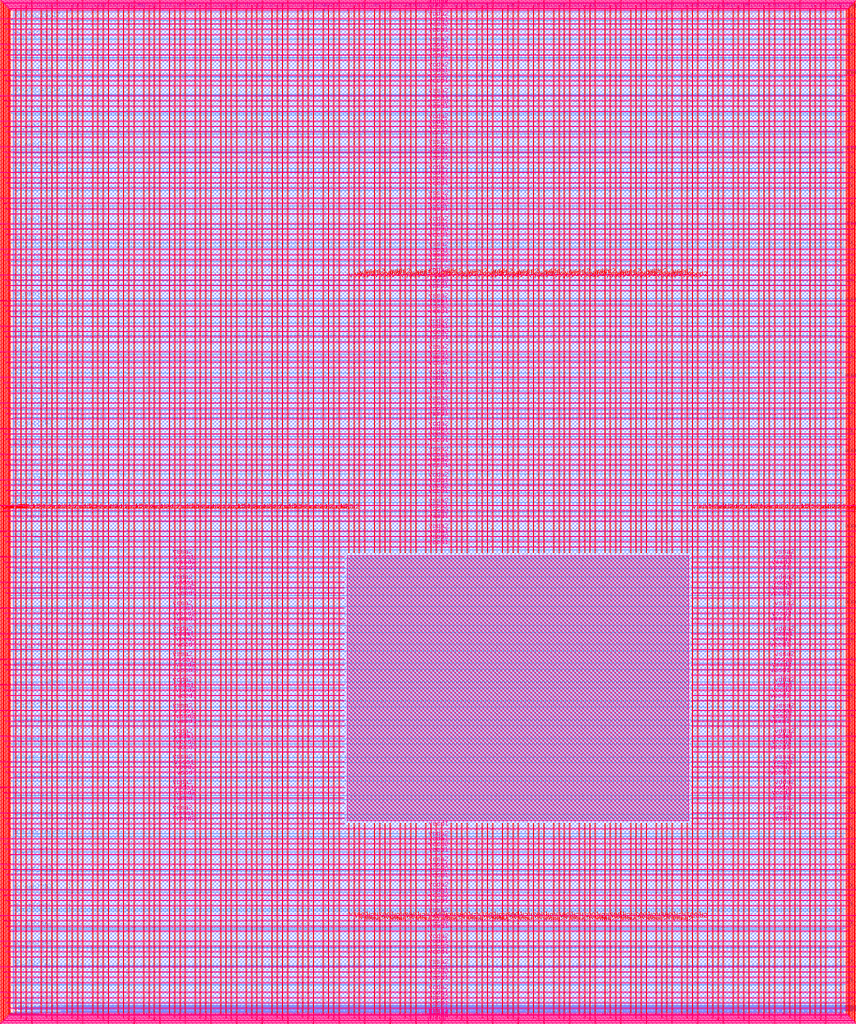
<source format=lef>
VERSION 5.7 ;
  NOWIREEXTENSIONATPIN ON ;
  DIVIDERCHAR "/" ;
  BUSBITCHARS "[]" ;
MACRO user_project_wrapper
  CLASS BLOCK ;
  FOREIGN user_project_wrapper ;
  ORIGIN 0.000 0.000 ;
  SIZE 2920.000 BY 3520.000 ;
  PIN analog_io[0]
    DIRECTION INOUT ;
    USE SIGNAL ;
    PORT
      LAYER met3 ;
        RECT 2917.600 1426.380 2924.800 1427.580 ;
    END
  END analog_io[0]
  PIN analog_io[10]
    DIRECTION INOUT ;
    USE SIGNAL ;
    PORT
      LAYER met2 ;
        RECT 2230.490 3517.600 2231.050 3524.800 ;
    END
  END analog_io[10]
  PIN analog_io[11]
    DIRECTION INOUT ;
    USE SIGNAL ;
    PORT
      LAYER met2 ;
        RECT 1905.730 3517.600 1906.290 3524.800 ;
    END
  END analog_io[11]
  PIN analog_io[12]
    DIRECTION INOUT ;
    USE SIGNAL ;
    PORT
      LAYER met2 ;
        RECT 1581.430 3517.600 1581.990 3524.800 ;
    END
  END analog_io[12]
  PIN analog_io[13]
    DIRECTION INOUT ;
    USE SIGNAL ;
    PORT
      LAYER met2 ;
        RECT 1257.130 3517.600 1257.690 3524.800 ;
    END
  END analog_io[13]
  PIN analog_io[14]
    DIRECTION INOUT ;
    USE SIGNAL ;
    PORT
      LAYER met2 ;
        RECT 932.370 3517.600 932.930 3524.800 ;
    END
  END analog_io[14]
  PIN analog_io[15]
    DIRECTION INOUT ;
    USE SIGNAL ;
    PORT
      LAYER met2 ;
        RECT 608.070 3517.600 608.630 3524.800 ;
    END
  END analog_io[15]
  PIN analog_io[16]
    DIRECTION INOUT ;
    USE SIGNAL ;
    PORT
      LAYER met2 ;
        RECT 283.770 3517.600 284.330 3524.800 ;
    END
  END analog_io[16]
  PIN analog_io[17]
    DIRECTION INOUT ;
    USE SIGNAL ;
    PORT
      LAYER met3 ;
        RECT -4.800 3486.100 2.400 3487.300 ;
    END
  END analog_io[17]
  PIN analog_io[18]
    DIRECTION INOUT ;
    USE SIGNAL ;
    PORT
      LAYER met3 ;
        RECT -4.800 3224.980 2.400 3226.180 ;
    END
  END analog_io[18]
  PIN analog_io[19]
    DIRECTION INOUT ;
    USE SIGNAL ;
    PORT
      LAYER met3 ;
        RECT -4.800 2964.540 2.400 2965.740 ;
    END
  END analog_io[19]
  PIN analog_io[1]
    DIRECTION INOUT ;
    USE SIGNAL ;
    PORT
      LAYER met3 ;
        RECT 2917.600 1692.260 2924.800 1693.460 ;
    END
  END analog_io[1]
  PIN analog_io[20]
    DIRECTION INOUT ;
    USE SIGNAL ;
    PORT
      LAYER met3 ;
        RECT -4.800 2703.420 2.400 2704.620 ;
    END
  END analog_io[20]
  PIN analog_io[21]
    DIRECTION INOUT ;
    USE SIGNAL ;
    PORT
      LAYER met3 ;
        RECT -4.800 2442.980 2.400 2444.180 ;
    END
  END analog_io[21]
  PIN analog_io[22]
    DIRECTION INOUT ;
    USE SIGNAL ;
    PORT
      LAYER met3 ;
        RECT -4.800 2182.540 2.400 2183.740 ;
    END
  END analog_io[22]
  PIN analog_io[23]
    DIRECTION INOUT ;
    USE SIGNAL ;
    PORT
      LAYER met3 ;
        RECT -4.800 1921.420 2.400 1922.620 ;
    END
  END analog_io[23]
  PIN analog_io[24]
    DIRECTION INOUT ;
    USE SIGNAL ;
    PORT
      LAYER met3 ;
        RECT -4.800 1660.980 2.400 1662.180 ;
    END
  END analog_io[24]
  PIN analog_io[25]
    DIRECTION INOUT ;
    USE SIGNAL ;
    PORT
      LAYER met3 ;
        RECT -4.800 1399.860 2.400 1401.060 ;
    END
  END analog_io[25]
  PIN analog_io[26]
    DIRECTION INOUT ;
    USE SIGNAL ;
    PORT
      LAYER met3 ;
        RECT -4.800 1139.420 2.400 1140.620 ;
    END
  END analog_io[26]
  PIN analog_io[27]
    DIRECTION INOUT ;
    USE SIGNAL ;
    PORT
      LAYER met3 ;
        RECT -4.800 878.980 2.400 880.180 ;
    END
  END analog_io[27]
  PIN analog_io[28]
    DIRECTION INOUT ;
    USE SIGNAL ;
    PORT
      LAYER met3 ;
        RECT -4.800 617.860 2.400 619.060 ;
    END
  END analog_io[28]
  PIN analog_io[2]
    DIRECTION INOUT ;
    USE SIGNAL ;
    PORT
      LAYER met3 ;
        RECT 2917.600 1958.140 2924.800 1959.340 ;
    END
  END analog_io[2]
  PIN analog_io[3]
    DIRECTION INOUT ;
    USE SIGNAL ;
    PORT
      LAYER met3 ;
        RECT 2917.600 2223.340 2924.800 2224.540 ;
    END
  END analog_io[3]
  PIN analog_io[4]
    DIRECTION INOUT ;
    USE SIGNAL ;
    PORT
      LAYER met3 ;
        RECT 2917.600 2489.220 2924.800 2490.420 ;
    END
  END analog_io[4]
  PIN analog_io[5]
    DIRECTION INOUT ;
    USE SIGNAL ;
    PORT
      LAYER met3 ;
        RECT 2917.600 2755.100 2924.800 2756.300 ;
    END
  END analog_io[5]
  PIN analog_io[6]
    DIRECTION INOUT ;
    USE SIGNAL ;
    PORT
      LAYER met3 ;
        RECT 2917.600 3020.300 2924.800 3021.500 ;
    END
  END analog_io[6]
  PIN analog_io[7]
    DIRECTION INOUT ;
    USE SIGNAL ;
    PORT
      LAYER met3 ;
        RECT 2917.600 3286.180 2924.800 3287.380 ;
    END
  END analog_io[7]
  PIN analog_io[8]
    DIRECTION INOUT ;
    USE SIGNAL ;
    PORT
      LAYER met2 ;
        RECT 2879.090 3517.600 2879.650 3524.800 ;
    END
  END analog_io[8]
  PIN analog_io[9]
    DIRECTION INOUT ;
    USE SIGNAL ;
    PORT
      LAYER met2 ;
        RECT 2554.790 3517.600 2555.350 3524.800 ;
    END
  END analog_io[9]
  PIN io_in[0]
    DIRECTION INPUT ;
    USE SIGNAL ;
    PORT
      LAYER met3 ;
        RECT 2917.600 32.380 2924.800 33.580 ;
    END
  END io_in[0]
  PIN io_in[10]
    DIRECTION INPUT ;
    USE SIGNAL ;
    PORT
      LAYER met3 ;
        RECT 2917.600 2289.980 2924.800 2291.180 ;
    END
  END io_in[10]
  PIN io_in[11]
    DIRECTION INPUT ;
    USE SIGNAL ;
    PORT
      LAYER met3 ;
        RECT 2917.600 2555.860 2924.800 2557.060 ;
    END
  END io_in[11]
  PIN io_in[12]
    DIRECTION INPUT ;
    USE SIGNAL ;
    PORT
      LAYER met3 ;
        RECT 2917.600 2821.060 2924.800 2822.260 ;
    END
  END io_in[12]
  PIN io_in[13]
    DIRECTION INPUT ;
    USE SIGNAL ;
    PORT
      LAYER met3 ;
        RECT 2917.600 3086.940 2924.800 3088.140 ;
    END
  END io_in[13]
  PIN io_in[14]
    DIRECTION INPUT ;
    USE SIGNAL ;
    PORT
      LAYER met3 ;
        RECT 2917.600 3352.820 2924.800 3354.020 ;
    END
  END io_in[14]
  PIN io_in[15]
    DIRECTION INPUT ;
    USE SIGNAL ;
    PORT
      LAYER met2 ;
        RECT 2798.130 3517.600 2798.690 3524.800 ;
    END
  END io_in[15]
  PIN io_in[16]
    DIRECTION INPUT ;
    USE SIGNAL ;
    PORT
      LAYER met2 ;
        RECT 2473.830 3517.600 2474.390 3524.800 ;
    END
  END io_in[16]
  PIN io_in[17]
    DIRECTION INPUT ;
    USE SIGNAL ;
    PORT
      LAYER met2 ;
        RECT 2149.070 3517.600 2149.630 3524.800 ;
    END
  END io_in[17]
  PIN io_in[18]
    DIRECTION INPUT ;
    USE SIGNAL ;
    PORT
      LAYER met2 ;
        RECT 1824.770 3517.600 1825.330 3524.800 ;
    END
  END io_in[18]
  PIN io_in[19]
    DIRECTION INPUT ;
    USE SIGNAL ;
    PORT
      LAYER met2 ;
        RECT 1500.470 3517.600 1501.030 3524.800 ;
    END
  END io_in[19]
  PIN io_in[1]
    DIRECTION INPUT ;
    USE SIGNAL ;
    PORT
      LAYER met3 ;
        RECT 2917.600 230.940 2924.800 232.140 ;
    END
  END io_in[1]
  PIN io_in[20]
    DIRECTION INPUT ;
    USE SIGNAL ;
    PORT
      LAYER met2 ;
        RECT 1175.710 3517.600 1176.270 3524.800 ;
    END
  END io_in[20]
  PIN io_in[21]
    DIRECTION INPUT ;
    USE SIGNAL ;
    PORT
      LAYER met2 ;
        RECT 851.410 3517.600 851.970 3524.800 ;
    END
  END io_in[21]
  PIN io_in[22]
    DIRECTION INPUT ;
    USE SIGNAL ;
    PORT
      LAYER met2 ;
        RECT 527.110 3517.600 527.670 3524.800 ;
    END
  END io_in[22]
  PIN io_in[23]
    DIRECTION INPUT ;
    USE SIGNAL ;
    PORT
      LAYER met2 ;
        RECT 202.350 3517.600 202.910 3524.800 ;
    END
  END io_in[23]
  PIN io_in[24]
    DIRECTION INPUT ;
    USE SIGNAL ;
    PORT
      LAYER met3 ;
        RECT -4.800 3420.820 2.400 3422.020 ;
    END
  END io_in[24]
  PIN io_in[25]
    DIRECTION INPUT ;
    USE SIGNAL ;
    PORT
      LAYER met3 ;
        RECT -4.800 3159.700 2.400 3160.900 ;
    END
  END io_in[25]
  PIN io_in[26]
    DIRECTION INPUT ;
    USE SIGNAL ;
    PORT
      LAYER met3 ;
        RECT -4.800 2899.260 2.400 2900.460 ;
    END
  END io_in[26]
  PIN io_in[27]
    DIRECTION INPUT ;
    USE SIGNAL ;
    PORT
      LAYER met3 ;
        RECT -4.800 2638.820 2.400 2640.020 ;
    END
  END io_in[27]
  PIN io_in[28]
    DIRECTION INPUT ;
    USE SIGNAL ;
    PORT
      LAYER met3 ;
        RECT -4.800 2377.700 2.400 2378.900 ;
    END
  END io_in[28]
  PIN io_in[29]
    DIRECTION INPUT ;
    USE SIGNAL ;
    PORT
      LAYER met3 ;
        RECT -4.800 2117.260 2.400 2118.460 ;
    END
  END io_in[29]
  PIN io_in[2]
    DIRECTION INPUT ;
    USE SIGNAL ;
    PORT
      LAYER met3 ;
        RECT 2917.600 430.180 2924.800 431.380 ;
    END
  END io_in[2]
  PIN io_in[30]
    DIRECTION INPUT ;
    USE SIGNAL ;
    PORT
      LAYER met3 ;
        RECT -4.800 1856.140 2.400 1857.340 ;
    END
  END io_in[30]
  PIN io_in[31]
    DIRECTION INPUT ;
    USE SIGNAL ;
    PORT
      LAYER met3 ;
        RECT -4.800 1595.700 2.400 1596.900 ;
    END
  END io_in[31]
  PIN io_in[32]
    DIRECTION INPUT ;
    USE SIGNAL ;
    PORT
      LAYER met3 ;
        RECT -4.800 1335.260 2.400 1336.460 ;
    END
  END io_in[32]
  PIN io_in[33]
    DIRECTION INPUT ;
    USE SIGNAL ;
    PORT
      LAYER met3 ;
        RECT -4.800 1074.140 2.400 1075.340 ;
    END
  END io_in[33]
  PIN io_in[34]
    DIRECTION INPUT ;
    USE SIGNAL ;
    PORT
      LAYER met3 ;
        RECT -4.800 813.700 2.400 814.900 ;
    END
  END io_in[34]
  PIN io_in[35]
    DIRECTION INPUT ;
    USE SIGNAL ;
    PORT
      LAYER met3 ;
        RECT -4.800 552.580 2.400 553.780 ;
    END
  END io_in[35]
  PIN io_in[36]
    DIRECTION INPUT ;
    USE SIGNAL ;
    PORT
      LAYER met3 ;
        RECT -4.800 357.420 2.400 358.620 ;
    END
  END io_in[36]
  PIN io_in[37]
    DIRECTION INPUT ;
    USE SIGNAL ;
    PORT
      LAYER met3 ;
        RECT -4.800 161.580 2.400 162.780 ;
    END
  END io_in[37]
  PIN io_in[3]
    DIRECTION INPUT ;
    USE SIGNAL ;
    PORT
      LAYER met3 ;
        RECT 2917.600 629.420 2924.800 630.620 ;
    END
  END io_in[3]
  PIN io_in[4]
    DIRECTION INPUT ;
    USE SIGNAL ;
    PORT
      LAYER met3 ;
        RECT 2917.600 828.660 2924.800 829.860 ;
    END
  END io_in[4]
  PIN io_in[5]
    DIRECTION INPUT ;
    USE SIGNAL ;
    PORT
      LAYER met3 ;
        RECT 2917.600 1027.900 2924.800 1029.100 ;
    END
  END io_in[5]
  PIN io_in[6]
    DIRECTION INPUT ;
    USE SIGNAL ;
    PORT
      LAYER met3 ;
        RECT 2917.600 1227.140 2924.800 1228.340 ;
    END
  END io_in[6]
  PIN io_in[7]
    DIRECTION INPUT ;
    USE SIGNAL ;
    PORT
      LAYER met3 ;
        RECT 2917.600 1493.020 2924.800 1494.220 ;
    END
  END io_in[7]
  PIN io_in[8]
    DIRECTION INPUT ;
    USE SIGNAL ;
    PORT
      LAYER met3 ;
        RECT 2917.600 1758.900 2924.800 1760.100 ;
    END
  END io_in[8]
  PIN io_in[9]
    DIRECTION INPUT ;
    USE SIGNAL ;
    PORT
      LAYER met3 ;
        RECT 2917.600 2024.100 2924.800 2025.300 ;
    END
  END io_in[9]
  PIN io_oeb[0]
    DIRECTION OUTPUT TRISTATE ;
    USE SIGNAL ;
    PORT
      LAYER met3 ;
        RECT 2917.600 164.980 2924.800 166.180 ;
    END
  END io_oeb[0]
  PIN io_oeb[10]
    DIRECTION OUTPUT TRISTATE ;
    USE SIGNAL ;
    PORT
      LAYER met3 ;
        RECT 2917.600 2422.580 2924.800 2423.780 ;
    END
  END io_oeb[10]
  PIN io_oeb[11]
    DIRECTION OUTPUT TRISTATE ;
    USE SIGNAL ;
    PORT
      LAYER met3 ;
        RECT 2917.600 2688.460 2924.800 2689.660 ;
    END
  END io_oeb[11]
  PIN io_oeb[12]
    DIRECTION OUTPUT TRISTATE ;
    USE SIGNAL ;
    PORT
      LAYER met3 ;
        RECT 2917.600 2954.340 2924.800 2955.540 ;
    END
  END io_oeb[12]
  PIN io_oeb[13]
    DIRECTION OUTPUT TRISTATE ;
    USE SIGNAL ;
    PORT
      LAYER met3 ;
        RECT 2917.600 3219.540 2924.800 3220.740 ;
    END
  END io_oeb[13]
  PIN io_oeb[14]
    DIRECTION OUTPUT TRISTATE ;
    USE SIGNAL ;
    PORT
      LAYER met3 ;
        RECT 2917.600 3485.420 2924.800 3486.620 ;
    END
  END io_oeb[14]
  PIN io_oeb[15]
    DIRECTION OUTPUT TRISTATE ;
    USE SIGNAL ;
    PORT
      LAYER met2 ;
        RECT 2635.750 3517.600 2636.310 3524.800 ;
    END
  END io_oeb[15]
  PIN io_oeb[16]
    DIRECTION OUTPUT TRISTATE ;
    USE SIGNAL ;
    PORT
      LAYER met2 ;
        RECT 2311.450 3517.600 2312.010 3524.800 ;
    END
  END io_oeb[16]
  PIN io_oeb[17]
    DIRECTION OUTPUT TRISTATE ;
    USE SIGNAL ;
    PORT
      LAYER met2 ;
        RECT 1987.150 3517.600 1987.710 3524.800 ;
    END
  END io_oeb[17]
  PIN io_oeb[18]
    DIRECTION OUTPUT TRISTATE ;
    USE SIGNAL ;
    PORT
      LAYER met2 ;
        RECT 1662.390 3517.600 1662.950 3524.800 ;
    END
  END io_oeb[18]
  PIN io_oeb[19]
    DIRECTION OUTPUT TRISTATE ;
    USE SIGNAL ;
    PORT
      LAYER met2 ;
        RECT 1338.090 3517.600 1338.650 3524.800 ;
    END
  END io_oeb[19]
  PIN io_oeb[1]
    DIRECTION OUTPUT TRISTATE ;
    USE SIGNAL ;
    PORT
      LAYER met3 ;
        RECT 2917.600 364.220 2924.800 365.420 ;
    END
  END io_oeb[1]
  PIN io_oeb[20]
    DIRECTION OUTPUT TRISTATE ;
    USE SIGNAL ;
    PORT
      LAYER met2 ;
        RECT 1013.790 3517.600 1014.350 3524.800 ;
    END
  END io_oeb[20]
  PIN io_oeb[21]
    DIRECTION OUTPUT TRISTATE ;
    USE SIGNAL ;
    PORT
      LAYER met2 ;
        RECT 689.030 3517.600 689.590 3524.800 ;
    END
  END io_oeb[21]
  PIN io_oeb[22]
    DIRECTION OUTPUT TRISTATE ;
    USE SIGNAL ;
    PORT
      LAYER met2 ;
        RECT 364.730 3517.600 365.290 3524.800 ;
    END
  END io_oeb[22]
  PIN io_oeb[23]
    DIRECTION OUTPUT TRISTATE ;
    USE SIGNAL ;
    PORT
      LAYER met2 ;
        RECT 40.430 3517.600 40.990 3524.800 ;
    END
  END io_oeb[23]
  PIN io_oeb[24]
    DIRECTION OUTPUT TRISTATE ;
    USE SIGNAL ;
    PORT
      LAYER met3 ;
        RECT -4.800 3290.260 2.400 3291.460 ;
    END
  END io_oeb[24]
  PIN io_oeb[25]
    DIRECTION OUTPUT TRISTATE ;
    USE SIGNAL ;
    PORT
      LAYER met3 ;
        RECT -4.800 3029.820 2.400 3031.020 ;
    END
  END io_oeb[25]
  PIN io_oeb[26]
    DIRECTION OUTPUT TRISTATE ;
    USE SIGNAL ;
    PORT
      LAYER met3 ;
        RECT -4.800 2768.700 2.400 2769.900 ;
    END
  END io_oeb[26]
  PIN io_oeb[27]
    DIRECTION OUTPUT TRISTATE ;
    USE SIGNAL ;
    PORT
      LAYER met3 ;
        RECT -4.800 2508.260 2.400 2509.460 ;
    END
  END io_oeb[27]
  PIN io_oeb[28]
    DIRECTION OUTPUT TRISTATE ;
    USE SIGNAL ;
    PORT
      LAYER met3 ;
        RECT -4.800 2247.140 2.400 2248.340 ;
    END
  END io_oeb[28]
  PIN io_oeb[29]
    DIRECTION OUTPUT TRISTATE ;
    USE SIGNAL ;
    PORT
      LAYER met3 ;
        RECT -4.800 1986.700 2.400 1987.900 ;
    END
  END io_oeb[29]
  PIN io_oeb[2]
    DIRECTION OUTPUT TRISTATE ;
    USE SIGNAL ;
    PORT
      LAYER met3 ;
        RECT 2917.600 563.460 2924.800 564.660 ;
    END
  END io_oeb[2]
  PIN io_oeb[30]
    DIRECTION OUTPUT TRISTATE ;
    USE SIGNAL ;
    PORT
      LAYER met3 ;
        RECT -4.800 1726.260 2.400 1727.460 ;
    END
  END io_oeb[30]
  PIN io_oeb[31]
    DIRECTION OUTPUT TRISTATE ;
    USE SIGNAL ;
    PORT
      LAYER met3 ;
        RECT -4.800 1465.140 2.400 1466.340 ;
    END
  END io_oeb[31]
  PIN io_oeb[32]
    DIRECTION OUTPUT TRISTATE ;
    USE SIGNAL ;
    PORT
      LAYER met3 ;
        RECT -4.800 1204.700 2.400 1205.900 ;
    END
  END io_oeb[32]
  PIN io_oeb[33]
    DIRECTION OUTPUT TRISTATE ;
    USE SIGNAL ;
    PORT
      LAYER met3 ;
        RECT -4.800 943.580 2.400 944.780 ;
    END
  END io_oeb[33]
  PIN io_oeb[34]
    DIRECTION OUTPUT TRISTATE ;
    USE SIGNAL ;
    PORT
      LAYER met3 ;
        RECT -4.800 683.140 2.400 684.340 ;
    END
  END io_oeb[34]
  PIN io_oeb[35]
    DIRECTION OUTPUT TRISTATE ;
    USE SIGNAL ;
    PORT
      LAYER met3 ;
        RECT -4.800 422.700 2.400 423.900 ;
    END
  END io_oeb[35]
  PIN io_oeb[36]
    DIRECTION OUTPUT TRISTATE ;
    USE SIGNAL ;
    PORT
      LAYER met3 ;
        RECT -4.800 226.860 2.400 228.060 ;
    END
  END io_oeb[36]
  PIN io_oeb[37]
    DIRECTION OUTPUT TRISTATE ;
    USE SIGNAL ;
    PORT
      LAYER met3 ;
        RECT -4.800 31.700 2.400 32.900 ;
    END
  END io_oeb[37]
  PIN io_oeb[3]
    DIRECTION OUTPUT TRISTATE ;
    USE SIGNAL ;
    PORT
      LAYER met3 ;
        RECT 2917.600 762.700 2924.800 763.900 ;
    END
  END io_oeb[3]
  PIN io_oeb[4]
    DIRECTION OUTPUT TRISTATE ;
    USE SIGNAL ;
    PORT
      LAYER met3 ;
        RECT 2917.600 961.940 2924.800 963.140 ;
    END
  END io_oeb[4]
  PIN io_oeb[5]
    DIRECTION OUTPUT TRISTATE ;
    USE SIGNAL ;
    PORT
      LAYER met3 ;
        RECT 2917.600 1161.180 2924.800 1162.380 ;
    END
  END io_oeb[5]
  PIN io_oeb[6]
    DIRECTION OUTPUT TRISTATE ;
    USE SIGNAL ;
    PORT
      LAYER met3 ;
        RECT 2917.600 1360.420 2924.800 1361.620 ;
    END
  END io_oeb[6]
  PIN io_oeb[7]
    DIRECTION OUTPUT TRISTATE ;
    USE SIGNAL ;
    PORT
      LAYER met3 ;
        RECT 2917.600 1625.620 2924.800 1626.820 ;
    END
  END io_oeb[7]
  PIN io_oeb[8]
    DIRECTION OUTPUT TRISTATE ;
    USE SIGNAL ;
    PORT
      LAYER met3 ;
        RECT 2917.600 1891.500 2924.800 1892.700 ;
    END
  END io_oeb[8]
  PIN io_oeb[9]
    DIRECTION OUTPUT TRISTATE ;
    USE SIGNAL ;
    PORT
      LAYER met3 ;
        RECT 2917.600 2157.380 2924.800 2158.580 ;
    END
  END io_oeb[9]
  PIN io_out[0]
    DIRECTION OUTPUT TRISTATE ;
    USE SIGNAL ;
    PORT
      LAYER met3 ;
        RECT 2917.600 98.340 2924.800 99.540 ;
    END
  END io_out[0]
  PIN io_out[10]
    DIRECTION OUTPUT TRISTATE ;
    USE SIGNAL ;
    PORT
      LAYER met3 ;
        RECT 2917.600 2356.620 2924.800 2357.820 ;
    END
  END io_out[10]
  PIN io_out[11]
    DIRECTION OUTPUT TRISTATE ;
    USE SIGNAL ;
    PORT
      LAYER met3 ;
        RECT 2917.600 2621.820 2924.800 2623.020 ;
    END
  END io_out[11]
  PIN io_out[12]
    DIRECTION OUTPUT TRISTATE ;
    USE SIGNAL ;
    PORT
      LAYER met3 ;
        RECT 2917.600 2887.700 2924.800 2888.900 ;
    END
  END io_out[12]
  PIN io_out[13]
    DIRECTION OUTPUT TRISTATE ;
    USE SIGNAL ;
    PORT
      LAYER met3 ;
        RECT 2917.600 3153.580 2924.800 3154.780 ;
    END
  END io_out[13]
  PIN io_out[14]
    DIRECTION OUTPUT TRISTATE ;
    USE SIGNAL ;
    PORT
      LAYER met3 ;
        RECT 2917.600 3418.780 2924.800 3419.980 ;
    END
  END io_out[14]
  PIN io_out[15]
    DIRECTION OUTPUT TRISTATE ;
    USE SIGNAL ;
    PORT
      LAYER met2 ;
        RECT 2717.170 3517.600 2717.730 3524.800 ;
    END
  END io_out[15]
  PIN io_out[16]
    DIRECTION OUTPUT TRISTATE ;
    USE SIGNAL ;
    PORT
      LAYER met2 ;
        RECT 2392.410 3517.600 2392.970 3524.800 ;
    END
  END io_out[16]
  PIN io_out[17]
    DIRECTION OUTPUT TRISTATE ;
    USE SIGNAL ;
    PORT
      LAYER met2 ;
        RECT 2068.110 3517.600 2068.670 3524.800 ;
    END
  END io_out[17]
  PIN io_out[18]
    DIRECTION OUTPUT TRISTATE ;
    USE SIGNAL ;
    PORT
      LAYER met2 ;
        RECT 1743.810 3517.600 1744.370 3524.800 ;
    END
  END io_out[18]
  PIN io_out[19]
    DIRECTION OUTPUT TRISTATE ;
    USE SIGNAL ;
    PORT
      LAYER met2 ;
        RECT 1419.050 3517.600 1419.610 3524.800 ;
    END
  END io_out[19]
  PIN io_out[1]
    DIRECTION OUTPUT TRISTATE ;
    USE SIGNAL ;
    PORT
      LAYER met3 ;
        RECT 2917.600 297.580 2924.800 298.780 ;
    END
  END io_out[1]
  PIN io_out[20]
    DIRECTION OUTPUT TRISTATE ;
    USE SIGNAL ;
    PORT
      LAYER met2 ;
        RECT 1094.750 3517.600 1095.310 3524.800 ;
    END
  END io_out[20]
  PIN io_out[21]
    DIRECTION OUTPUT TRISTATE ;
    USE SIGNAL ;
    PORT
      LAYER met2 ;
        RECT 770.450 3517.600 771.010 3524.800 ;
    END
  END io_out[21]
  PIN io_out[22]
    DIRECTION OUTPUT TRISTATE ;
    USE SIGNAL ;
    PORT
      LAYER met2 ;
        RECT 445.690 3517.600 446.250 3524.800 ;
    END
  END io_out[22]
  PIN io_out[23]
    DIRECTION OUTPUT TRISTATE ;
    USE SIGNAL ;
    PORT
      LAYER met2 ;
        RECT 121.390 3517.600 121.950 3524.800 ;
    END
  END io_out[23]
  PIN io_out[24]
    DIRECTION OUTPUT TRISTATE ;
    USE SIGNAL ;
    PORT
      LAYER met3 ;
        RECT -4.800 3355.540 2.400 3356.740 ;
    END
  END io_out[24]
  PIN io_out[25]
    DIRECTION OUTPUT TRISTATE ;
    USE SIGNAL ;
    PORT
      LAYER met3 ;
        RECT -4.800 3095.100 2.400 3096.300 ;
    END
  END io_out[25]
  PIN io_out[26]
    DIRECTION OUTPUT TRISTATE ;
    USE SIGNAL ;
    PORT
      LAYER met3 ;
        RECT -4.800 2833.980 2.400 2835.180 ;
    END
  END io_out[26]
  PIN io_out[27]
    DIRECTION OUTPUT TRISTATE ;
    USE SIGNAL ;
    PORT
      LAYER met3 ;
        RECT -4.800 2573.540 2.400 2574.740 ;
    END
  END io_out[27]
  PIN io_out[28]
    DIRECTION OUTPUT TRISTATE ;
    USE SIGNAL ;
    PORT
      LAYER met3 ;
        RECT -4.800 2312.420 2.400 2313.620 ;
    END
  END io_out[28]
  PIN io_out[29]
    DIRECTION OUTPUT TRISTATE ;
    USE SIGNAL ;
    PORT
      LAYER met3 ;
        RECT -4.800 2051.980 2.400 2053.180 ;
    END
  END io_out[29]
  PIN io_out[2]
    DIRECTION OUTPUT TRISTATE ;
    USE SIGNAL ;
    PORT
      LAYER met3 ;
        RECT 2917.600 496.820 2924.800 498.020 ;
    END
  END io_out[2]
  PIN io_out[30]
    DIRECTION OUTPUT TRISTATE ;
    USE SIGNAL ;
    PORT
      LAYER met3 ;
        RECT -4.800 1791.540 2.400 1792.740 ;
    END
  END io_out[30]
  PIN io_out[31]
    DIRECTION OUTPUT TRISTATE ;
    USE SIGNAL ;
    PORT
      LAYER met3 ;
        RECT -4.800 1530.420 2.400 1531.620 ;
    END
  END io_out[31]
  PIN io_out[32]
    DIRECTION OUTPUT TRISTATE ;
    USE SIGNAL ;
    PORT
      LAYER met3 ;
        RECT -4.800 1269.980 2.400 1271.180 ;
    END
  END io_out[32]
  PIN io_out[33]
    DIRECTION OUTPUT TRISTATE ;
    USE SIGNAL ;
    PORT
      LAYER met3 ;
        RECT -4.800 1008.860 2.400 1010.060 ;
    END
  END io_out[33]
  PIN io_out[34]
    DIRECTION OUTPUT TRISTATE ;
    USE SIGNAL ;
    PORT
      LAYER met3 ;
        RECT -4.800 748.420 2.400 749.620 ;
    END
  END io_out[34]
  PIN io_out[35]
    DIRECTION OUTPUT TRISTATE ;
    USE SIGNAL ;
    PORT
      LAYER met3 ;
        RECT -4.800 487.300 2.400 488.500 ;
    END
  END io_out[35]
  PIN io_out[36]
    DIRECTION OUTPUT TRISTATE ;
    USE SIGNAL ;
    PORT
      LAYER met3 ;
        RECT -4.800 292.140 2.400 293.340 ;
    END
  END io_out[36]
  PIN io_out[37]
    DIRECTION OUTPUT TRISTATE ;
    USE SIGNAL ;
    PORT
      LAYER met3 ;
        RECT -4.800 96.300 2.400 97.500 ;
    END
  END io_out[37]
  PIN io_out[3]
    DIRECTION OUTPUT TRISTATE ;
    USE SIGNAL ;
    PORT
      LAYER met3 ;
        RECT 2917.600 696.060 2924.800 697.260 ;
    END
  END io_out[3]
  PIN io_out[4]
    DIRECTION OUTPUT TRISTATE ;
    USE SIGNAL ;
    PORT
      LAYER met3 ;
        RECT 2917.600 895.300 2924.800 896.500 ;
    END
  END io_out[4]
  PIN io_out[5]
    DIRECTION OUTPUT TRISTATE ;
    USE SIGNAL ;
    PORT
      LAYER met3 ;
        RECT 2917.600 1094.540 2924.800 1095.740 ;
    END
  END io_out[5]
  PIN io_out[6]
    DIRECTION OUTPUT TRISTATE ;
    USE SIGNAL ;
    PORT
      LAYER met3 ;
        RECT 2917.600 1293.780 2924.800 1294.980 ;
    END
  END io_out[6]
  PIN io_out[7]
    DIRECTION OUTPUT TRISTATE ;
    USE SIGNAL ;
    PORT
      LAYER met3 ;
        RECT 2917.600 1559.660 2924.800 1560.860 ;
    END
  END io_out[7]
  PIN io_out[8]
    DIRECTION OUTPUT TRISTATE ;
    USE SIGNAL ;
    PORT
      LAYER met3 ;
        RECT 2917.600 1824.860 2924.800 1826.060 ;
    END
  END io_out[8]
  PIN io_out[9]
    DIRECTION OUTPUT TRISTATE ;
    USE SIGNAL ;
    PORT
      LAYER met3 ;
        RECT 2917.600 2090.740 2924.800 2091.940 ;
    END
  END io_out[9]
  PIN la_data_in[0]
    DIRECTION INPUT ;
    USE SIGNAL ;
    PORT
      LAYER met2 ;
        RECT 629.230 -4.800 629.790 2.400 ;
    END
  END la_data_in[0]
  PIN la_data_in[100]
    DIRECTION INPUT ;
    USE SIGNAL ;
    PORT
      LAYER met2 ;
        RECT 2402.530 -4.800 2403.090 2.400 ;
    END
  END la_data_in[100]
  PIN la_data_in[101]
    DIRECTION INPUT ;
    USE SIGNAL ;
    PORT
      LAYER met2 ;
        RECT 2420.010 -4.800 2420.570 2.400 ;
    END
  END la_data_in[101]
  PIN la_data_in[102]
    DIRECTION INPUT ;
    USE SIGNAL ;
    PORT
      LAYER met2 ;
        RECT 2437.950 -4.800 2438.510 2.400 ;
    END
  END la_data_in[102]
  PIN la_data_in[103]
    DIRECTION INPUT ;
    USE SIGNAL ;
    PORT
      LAYER met2 ;
        RECT 2455.430 -4.800 2455.990 2.400 ;
    END
  END la_data_in[103]
  PIN la_data_in[104]
    DIRECTION INPUT ;
    USE SIGNAL ;
    PORT
      LAYER met2 ;
        RECT 2473.370 -4.800 2473.930 2.400 ;
    END
  END la_data_in[104]
  PIN la_data_in[105]
    DIRECTION INPUT ;
    USE SIGNAL ;
    PORT
      LAYER met2 ;
        RECT 2490.850 -4.800 2491.410 2.400 ;
    END
  END la_data_in[105]
  PIN la_data_in[106]
    DIRECTION INPUT ;
    USE SIGNAL ;
    PORT
      LAYER met2 ;
        RECT 2508.790 -4.800 2509.350 2.400 ;
    END
  END la_data_in[106]
  PIN la_data_in[107]
    DIRECTION INPUT ;
    USE SIGNAL ;
    PORT
      LAYER met2 ;
        RECT 2526.730 -4.800 2527.290 2.400 ;
    END
  END la_data_in[107]
  PIN la_data_in[108]
    DIRECTION INPUT ;
    USE SIGNAL ;
    PORT
      LAYER met2 ;
        RECT 2544.210 -4.800 2544.770 2.400 ;
    END
  END la_data_in[108]
  PIN la_data_in[109]
    DIRECTION INPUT ;
    USE SIGNAL ;
    PORT
      LAYER met2 ;
        RECT 2562.150 -4.800 2562.710 2.400 ;
    END
  END la_data_in[109]
  PIN la_data_in[10]
    DIRECTION INPUT ;
    USE SIGNAL ;
    PORT
      LAYER met2 ;
        RECT 806.330 -4.800 806.890 2.400 ;
    END
  END la_data_in[10]
  PIN la_data_in[110]
    DIRECTION INPUT ;
    USE SIGNAL ;
    PORT
      LAYER met2 ;
        RECT 2579.630 -4.800 2580.190 2.400 ;
    END
  END la_data_in[110]
  PIN la_data_in[111]
    DIRECTION INPUT ;
    USE SIGNAL ;
    PORT
      LAYER met2 ;
        RECT 2597.570 -4.800 2598.130 2.400 ;
    END
  END la_data_in[111]
  PIN la_data_in[112]
    DIRECTION INPUT ;
    USE SIGNAL ;
    PORT
      LAYER met2 ;
        RECT 2615.050 -4.800 2615.610 2.400 ;
    END
  END la_data_in[112]
  PIN la_data_in[113]
    DIRECTION INPUT ;
    USE SIGNAL ;
    PORT
      LAYER met2 ;
        RECT 2632.990 -4.800 2633.550 2.400 ;
    END
  END la_data_in[113]
  PIN la_data_in[114]
    DIRECTION INPUT ;
    USE SIGNAL ;
    PORT
      LAYER met2 ;
        RECT 2650.470 -4.800 2651.030 2.400 ;
    END
  END la_data_in[114]
  PIN la_data_in[115]
    DIRECTION INPUT ;
    USE SIGNAL ;
    PORT
      LAYER met2 ;
        RECT 2668.410 -4.800 2668.970 2.400 ;
    END
  END la_data_in[115]
  PIN la_data_in[116]
    DIRECTION INPUT ;
    USE SIGNAL ;
    PORT
      LAYER met2 ;
        RECT 2685.890 -4.800 2686.450 2.400 ;
    END
  END la_data_in[116]
  PIN la_data_in[117]
    DIRECTION INPUT ;
    USE SIGNAL ;
    PORT
      LAYER met2 ;
        RECT 2703.830 -4.800 2704.390 2.400 ;
    END
  END la_data_in[117]
  PIN la_data_in[118]
    DIRECTION INPUT ;
    USE SIGNAL ;
    PORT
      LAYER met2 ;
        RECT 2721.770 -4.800 2722.330 2.400 ;
    END
  END la_data_in[118]
  PIN la_data_in[119]
    DIRECTION INPUT ;
    USE SIGNAL ;
    PORT
      LAYER met2 ;
        RECT 2739.250 -4.800 2739.810 2.400 ;
    END
  END la_data_in[119]
  PIN la_data_in[11]
    DIRECTION INPUT ;
    USE SIGNAL ;
    PORT
      LAYER met2 ;
        RECT 824.270 -4.800 824.830 2.400 ;
    END
  END la_data_in[11]
  PIN la_data_in[120]
    DIRECTION INPUT ;
    USE SIGNAL ;
    PORT
      LAYER met2 ;
        RECT 2757.190 -4.800 2757.750 2.400 ;
    END
  END la_data_in[120]
  PIN la_data_in[121]
    DIRECTION INPUT ;
    USE SIGNAL ;
    PORT
      LAYER met2 ;
        RECT 2774.670 -4.800 2775.230 2.400 ;
    END
  END la_data_in[121]
  PIN la_data_in[122]
    DIRECTION INPUT ;
    USE SIGNAL ;
    PORT
      LAYER met2 ;
        RECT 2792.610 -4.800 2793.170 2.400 ;
    END
  END la_data_in[122]
  PIN la_data_in[123]
    DIRECTION INPUT ;
    USE SIGNAL ;
    PORT
      LAYER met2 ;
        RECT 2810.090 -4.800 2810.650 2.400 ;
    END
  END la_data_in[123]
  PIN la_data_in[124]
    DIRECTION INPUT ;
    USE SIGNAL ;
    PORT
      LAYER met2 ;
        RECT 2828.030 -4.800 2828.590 2.400 ;
    END
  END la_data_in[124]
  PIN la_data_in[125]
    DIRECTION INPUT ;
    USE SIGNAL ;
    PORT
      LAYER met2 ;
        RECT 2845.510 -4.800 2846.070 2.400 ;
    END
  END la_data_in[125]
  PIN la_data_in[126]
    DIRECTION INPUT ;
    USE SIGNAL ;
    PORT
      LAYER met2 ;
        RECT 2863.450 -4.800 2864.010 2.400 ;
    END
  END la_data_in[126]
  PIN la_data_in[127]
    DIRECTION INPUT ;
    USE SIGNAL ;
    PORT
      LAYER met2 ;
        RECT 2881.390 -4.800 2881.950 2.400 ;
    END
  END la_data_in[127]
  PIN la_data_in[12]
    DIRECTION INPUT ;
    USE SIGNAL ;
    PORT
      LAYER met2 ;
        RECT 841.750 -4.800 842.310 2.400 ;
    END
  END la_data_in[12]
  PIN la_data_in[13]
    DIRECTION INPUT ;
    USE SIGNAL ;
    PORT
      LAYER met2 ;
        RECT 859.690 -4.800 860.250 2.400 ;
    END
  END la_data_in[13]
  PIN la_data_in[14]
    DIRECTION INPUT ;
    USE SIGNAL ;
    PORT
      LAYER met2 ;
        RECT 877.170 -4.800 877.730 2.400 ;
    END
  END la_data_in[14]
  PIN la_data_in[15]
    DIRECTION INPUT ;
    USE SIGNAL ;
    PORT
      LAYER met2 ;
        RECT 895.110 -4.800 895.670 2.400 ;
    END
  END la_data_in[15]
  PIN la_data_in[16]
    DIRECTION INPUT ;
    USE SIGNAL ;
    PORT
      LAYER met2 ;
        RECT 912.590 -4.800 913.150 2.400 ;
    END
  END la_data_in[16]
  PIN la_data_in[17]
    DIRECTION INPUT ;
    USE SIGNAL ;
    PORT
      LAYER met2 ;
        RECT 930.530 -4.800 931.090 2.400 ;
    END
  END la_data_in[17]
  PIN la_data_in[18]
    DIRECTION INPUT ;
    USE SIGNAL ;
    PORT
      LAYER met2 ;
        RECT 948.470 -4.800 949.030 2.400 ;
    END
  END la_data_in[18]
  PIN la_data_in[19]
    DIRECTION INPUT ;
    USE SIGNAL ;
    PORT
      LAYER met2 ;
        RECT 965.950 -4.800 966.510 2.400 ;
    END
  END la_data_in[19]
  PIN la_data_in[1]
    DIRECTION INPUT ;
    USE SIGNAL ;
    PORT
      LAYER met2 ;
        RECT 646.710 -4.800 647.270 2.400 ;
    END
  END la_data_in[1]
  PIN la_data_in[20]
    DIRECTION INPUT ;
    USE SIGNAL ;
    PORT
      LAYER met2 ;
        RECT 983.890 -4.800 984.450 2.400 ;
    END
  END la_data_in[20]
  PIN la_data_in[21]
    DIRECTION INPUT ;
    USE SIGNAL ;
    PORT
      LAYER met2 ;
        RECT 1001.370 -4.800 1001.930 2.400 ;
    END
  END la_data_in[21]
  PIN la_data_in[22]
    DIRECTION INPUT ;
    USE SIGNAL ;
    PORT
      LAYER met2 ;
        RECT 1019.310 -4.800 1019.870 2.400 ;
    END
  END la_data_in[22]
  PIN la_data_in[23]
    DIRECTION INPUT ;
    USE SIGNAL ;
    PORT
      LAYER met2 ;
        RECT 1036.790 -4.800 1037.350 2.400 ;
    END
  END la_data_in[23]
  PIN la_data_in[24]
    DIRECTION INPUT ;
    USE SIGNAL ;
    PORT
      LAYER met2 ;
        RECT 1054.730 -4.800 1055.290 2.400 ;
    END
  END la_data_in[24]
  PIN la_data_in[25]
    DIRECTION INPUT ;
    USE SIGNAL ;
    PORT
      LAYER met2 ;
        RECT 1072.210 -4.800 1072.770 2.400 ;
    END
  END la_data_in[25]
  PIN la_data_in[26]
    DIRECTION INPUT ;
    USE SIGNAL ;
    PORT
      LAYER met2 ;
        RECT 1090.150 -4.800 1090.710 2.400 ;
    END
  END la_data_in[26]
  PIN la_data_in[27]
    DIRECTION INPUT ;
    USE SIGNAL ;
    PORT
      LAYER met2 ;
        RECT 1107.630 -4.800 1108.190 2.400 ;
    END
  END la_data_in[27]
  PIN la_data_in[28]
    DIRECTION INPUT ;
    USE SIGNAL ;
    PORT
      LAYER met2 ;
        RECT 1125.570 -4.800 1126.130 2.400 ;
    END
  END la_data_in[28]
  PIN la_data_in[29]
    DIRECTION INPUT ;
    USE SIGNAL ;
    PORT
      LAYER met2 ;
        RECT 1143.510 -4.800 1144.070 2.400 ;
    END
  END la_data_in[29]
  PIN la_data_in[2]
    DIRECTION INPUT ;
    USE SIGNAL ;
    PORT
      LAYER met2 ;
        RECT 664.650 -4.800 665.210 2.400 ;
    END
  END la_data_in[2]
  PIN la_data_in[30]
    DIRECTION INPUT ;
    USE SIGNAL ;
    PORT
      LAYER met2 ;
        RECT 1160.990 -4.800 1161.550 2.400 ;
    END
  END la_data_in[30]
  PIN la_data_in[31]
    DIRECTION INPUT ;
    USE SIGNAL ;
    PORT
      LAYER met2 ;
        RECT 1178.930 -4.800 1179.490 2.400 ;
    END
  END la_data_in[31]
  PIN la_data_in[32]
    DIRECTION INPUT ;
    USE SIGNAL ;
    PORT
      LAYER met2 ;
        RECT 1196.410 -4.800 1196.970 2.400 ;
    END
  END la_data_in[32]
  PIN la_data_in[33]
    DIRECTION INPUT ;
    USE SIGNAL ;
    PORT
      LAYER met2 ;
        RECT 1214.350 -4.800 1214.910 2.400 ;
    END
  END la_data_in[33]
  PIN la_data_in[34]
    DIRECTION INPUT ;
    USE SIGNAL ;
    PORT
      LAYER met2 ;
        RECT 1231.830 -4.800 1232.390 2.400 ;
    END
  END la_data_in[34]
  PIN la_data_in[35]
    DIRECTION INPUT ;
    USE SIGNAL ;
    PORT
      LAYER met2 ;
        RECT 1249.770 -4.800 1250.330 2.400 ;
    END
  END la_data_in[35]
  PIN la_data_in[36]
    DIRECTION INPUT ;
    USE SIGNAL ;
    PORT
      LAYER met2 ;
        RECT 1267.250 -4.800 1267.810 2.400 ;
    END
  END la_data_in[36]
  PIN la_data_in[37]
    DIRECTION INPUT ;
    USE SIGNAL ;
    PORT
      LAYER met2 ;
        RECT 1285.190 -4.800 1285.750 2.400 ;
    END
  END la_data_in[37]
  PIN la_data_in[38]
    DIRECTION INPUT ;
    USE SIGNAL ;
    PORT
      LAYER met2 ;
        RECT 1303.130 -4.800 1303.690 2.400 ;
    END
  END la_data_in[38]
  PIN la_data_in[39]
    DIRECTION INPUT ;
    USE SIGNAL ;
    PORT
      LAYER met2 ;
        RECT 1320.610 -4.800 1321.170 2.400 ;
    END
  END la_data_in[39]
  PIN la_data_in[3]
    DIRECTION INPUT ;
    USE SIGNAL ;
    PORT
      LAYER met2 ;
        RECT 682.130 -4.800 682.690 2.400 ;
    END
  END la_data_in[3]
  PIN la_data_in[40]
    DIRECTION INPUT ;
    USE SIGNAL ;
    PORT
      LAYER met2 ;
        RECT 1338.550 -4.800 1339.110 2.400 ;
    END
  END la_data_in[40]
  PIN la_data_in[41]
    DIRECTION INPUT ;
    USE SIGNAL ;
    PORT
      LAYER met2 ;
        RECT 1356.030 -4.800 1356.590 2.400 ;
    END
  END la_data_in[41]
  PIN la_data_in[42]
    DIRECTION INPUT ;
    USE SIGNAL ;
    PORT
      LAYER met2 ;
        RECT 1373.970 -4.800 1374.530 2.400 ;
    END
  END la_data_in[42]
  PIN la_data_in[43]
    DIRECTION INPUT ;
    USE SIGNAL ;
    PORT
      LAYER met2 ;
        RECT 1391.450 -4.800 1392.010 2.400 ;
    END
  END la_data_in[43]
  PIN la_data_in[44]
    DIRECTION INPUT ;
    USE SIGNAL ;
    PORT
      LAYER met2 ;
        RECT 1409.390 -4.800 1409.950 2.400 ;
    END
  END la_data_in[44]
  PIN la_data_in[45]
    DIRECTION INPUT ;
    USE SIGNAL ;
    PORT
      LAYER met2 ;
        RECT 1426.870 -4.800 1427.430 2.400 ;
    END
  END la_data_in[45]
  PIN la_data_in[46]
    DIRECTION INPUT ;
    USE SIGNAL ;
    PORT
      LAYER met2 ;
        RECT 1444.810 -4.800 1445.370 2.400 ;
    END
  END la_data_in[46]
  PIN la_data_in[47]
    DIRECTION INPUT ;
    USE SIGNAL ;
    PORT
      LAYER met2 ;
        RECT 1462.750 -4.800 1463.310 2.400 ;
    END
  END la_data_in[47]
  PIN la_data_in[48]
    DIRECTION INPUT ;
    USE SIGNAL ;
    PORT
      LAYER met2 ;
        RECT 1480.230 -4.800 1480.790 2.400 ;
    END
  END la_data_in[48]
  PIN la_data_in[49]
    DIRECTION INPUT ;
    USE SIGNAL ;
    PORT
      LAYER met2 ;
        RECT 1498.170 -4.800 1498.730 2.400 ;
    END
  END la_data_in[49]
  PIN la_data_in[4]
    DIRECTION INPUT ;
    USE SIGNAL ;
    PORT
      LAYER met2 ;
        RECT 700.070 -4.800 700.630 2.400 ;
    END
  END la_data_in[4]
  PIN la_data_in[50]
    DIRECTION INPUT ;
    USE SIGNAL ;
    PORT
      LAYER met2 ;
        RECT 1515.650 -4.800 1516.210 2.400 ;
    END
  END la_data_in[50]
  PIN la_data_in[51]
    DIRECTION INPUT ;
    USE SIGNAL ;
    PORT
      LAYER met2 ;
        RECT 1533.590 -4.800 1534.150 2.400 ;
    END
  END la_data_in[51]
  PIN la_data_in[52]
    DIRECTION INPUT ;
    USE SIGNAL ;
    PORT
      LAYER met2 ;
        RECT 1551.070 -4.800 1551.630 2.400 ;
    END
  END la_data_in[52]
  PIN la_data_in[53]
    DIRECTION INPUT ;
    USE SIGNAL ;
    PORT
      LAYER met2 ;
        RECT 1569.010 -4.800 1569.570 2.400 ;
    END
  END la_data_in[53]
  PIN la_data_in[54]
    DIRECTION INPUT ;
    USE SIGNAL ;
    PORT
      LAYER met2 ;
        RECT 1586.490 -4.800 1587.050 2.400 ;
    END
  END la_data_in[54]
  PIN la_data_in[55]
    DIRECTION INPUT ;
    USE SIGNAL ;
    PORT
      LAYER met2 ;
        RECT 1604.430 -4.800 1604.990 2.400 ;
    END
  END la_data_in[55]
  PIN la_data_in[56]
    DIRECTION INPUT ;
    USE SIGNAL ;
    PORT
      LAYER met2 ;
        RECT 1621.910 -4.800 1622.470 2.400 ;
    END
  END la_data_in[56]
  PIN la_data_in[57]
    DIRECTION INPUT ;
    USE SIGNAL ;
    PORT
      LAYER met2 ;
        RECT 1639.850 -4.800 1640.410 2.400 ;
    END
  END la_data_in[57]
  PIN la_data_in[58]
    DIRECTION INPUT ;
    USE SIGNAL ;
    PORT
      LAYER met2 ;
        RECT 1657.790 -4.800 1658.350 2.400 ;
    END
  END la_data_in[58]
  PIN la_data_in[59]
    DIRECTION INPUT ;
    USE SIGNAL ;
    PORT
      LAYER met2 ;
        RECT 1675.270 -4.800 1675.830 2.400 ;
    END
  END la_data_in[59]
  PIN la_data_in[5]
    DIRECTION INPUT ;
    USE SIGNAL ;
    PORT
      LAYER met2 ;
        RECT 717.550 -4.800 718.110 2.400 ;
    END
  END la_data_in[5]
  PIN la_data_in[60]
    DIRECTION INPUT ;
    USE SIGNAL ;
    PORT
      LAYER met2 ;
        RECT 1693.210 -4.800 1693.770 2.400 ;
    END
  END la_data_in[60]
  PIN la_data_in[61]
    DIRECTION INPUT ;
    USE SIGNAL ;
    PORT
      LAYER met2 ;
        RECT 1710.690 -4.800 1711.250 2.400 ;
    END
  END la_data_in[61]
  PIN la_data_in[62]
    DIRECTION INPUT ;
    USE SIGNAL ;
    PORT
      LAYER met2 ;
        RECT 1728.630 -4.800 1729.190 2.400 ;
    END
  END la_data_in[62]
  PIN la_data_in[63]
    DIRECTION INPUT ;
    USE SIGNAL ;
    PORT
      LAYER met2 ;
        RECT 1746.110 -4.800 1746.670 2.400 ;
    END
  END la_data_in[63]
  PIN la_data_in[64]
    DIRECTION INPUT ;
    USE SIGNAL ;
    PORT
      LAYER met2 ;
        RECT 1764.050 -4.800 1764.610 2.400 ;
    END
  END la_data_in[64]
  PIN la_data_in[65]
    DIRECTION INPUT ;
    USE SIGNAL ;
    PORT
      LAYER met2 ;
        RECT 1781.530 -4.800 1782.090 2.400 ;
    END
  END la_data_in[65]
  PIN la_data_in[66]
    DIRECTION INPUT ;
    USE SIGNAL ;
    PORT
      LAYER met2 ;
        RECT 1799.470 -4.800 1800.030 2.400 ;
    END
  END la_data_in[66]
  PIN la_data_in[67]
    DIRECTION INPUT ;
    USE SIGNAL ;
    PORT
      LAYER met2 ;
        RECT 1817.410 -4.800 1817.970 2.400 ;
    END
  END la_data_in[67]
  PIN la_data_in[68]
    DIRECTION INPUT ;
    USE SIGNAL ;
    PORT
      LAYER met2 ;
        RECT 1834.890 -4.800 1835.450 2.400 ;
    END
  END la_data_in[68]
  PIN la_data_in[69]
    DIRECTION INPUT ;
    USE SIGNAL ;
    PORT
      LAYER met2 ;
        RECT 1852.830 -4.800 1853.390 2.400 ;
    END
  END la_data_in[69]
  PIN la_data_in[6]
    DIRECTION INPUT ;
    USE SIGNAL ;
    PORT
      LAYER met2 ;
        RECT 735.490 -4.800 736.050 2.400 ;
    END
  END la_data_in[6]
  PIN la_data_in[70]
    DIRECTION INPUT ;
    USE SIGNAL ;
    PORT
      LAYER met2 ;
        RECT 1870.310 -4.800 1870.870 2.400 ;
    END
  END la_data_in[70]
  PIN la_data_in[71]
    DIRECTION INPUT ;
    USE SIGNAL ;
    PORT
      LAYER met2 ;
        RECT 1888.250 -4.800 1888.810 2.400 ;
    END
  END la_data_in[71]
  PIN la_data_in[72]
    DIRECTION INPUT ;
    USE SIGNAL ;
    PORT
      LAYER met2 ;
        RECT 1905.730 -4.800 1906.290 2.400 ;
    END
  END la_data_in[72]
  PIN la_data_in[73]
    DIRECTION INPUT ;
    USE SIGNAL ;
    PORT
      LAYER met2 ;
        RECT 1923.670 -4.800 1924.230 2.400 ;
    END
  END la_data_in[73]
  PIN la_data_in[74]
    DIRECTION INPUT ;
    USE SIGNAL ;
    PORT
      LAYER met2 ;
        RECT 1941.150 -4.800 1941.710 2.400 ;
    END
  END la_data_in[74]
  PIN la_data_in[75]
    DIRECTION INPUT ;
    USE SIGNAL ;
    PORT
      LAYER met2 ;
        RECT 1959.090 -4.800 1959.650 2.400 ;
    END
  END la_data_in[75]
  PIN la_data_in[76]
    DIRECTION INPUT ;
    USE SIGNAL ;
    PORT
      LAYER met2 ;
        RECT 1976.570 -4.800 1977.130 2.400 ;
    END
  END la_data_in[76]
  PIN la_data_in[77]
    DIRECTION INPUT ;
    USE SIGNAL ;
    PORT
      LAYER met2 ;
        RECT 1994.510 -4.800 1995.070 2.400 ;
    END
  END la_data_in[77]
  PIN la_data_in[78]
    DIRECTION INPUT ;
    USE SIGNAL ;
    PORT
      LAYER met2 ;
        RECT 2012.450 -4.800 2013.010 2.400 ;
    END
  END la_data_in[78]
  PIN la_data_in[79]
    DIRECTION INPUT ;
    USE SIGNAL ;
    PORT
      LAYER met2 ;
        RECT 2029.930 -4.800 2030.490 2.400 ;
    END
  END la_data_in[79]
  PIN la_data_in[7]
    DIRECTION INPUT ;
    USE SIGNAL ;
    PORT
      LAYER met2 ;
        RECT 752.970 -4.800 753.530 2.400 ;
    END
  END la_data_in[7]
  PIN la_data_in[80]
    DIRECTION INPUT ;
    USE SIGNAL ;
    PORT
      LAYER met2 ;
        RECT 2047.870 -4.800 2048.430 2.400 ;
    END
  END la_data_in[80]
  PIN la_data_in[81]
    DIRECTION INPUT ;
    USE SIGNAL ;
    PORT
      LAYER met2 ;
        RECT 2065.350 -4.800 2065.910 2.400 ;
    END
  END la_data_in[81]
  PIN la_data_in[82]
    DIRECTION INPUT ;
    USE SIGNAL ;
    PORT
      LAYER met2 ;
        RECT 2083.290 -4.800 2083.850 2.400 ;
    END
  END la_data_in[82]
  PIN la_data_in[83]
    DIRECTION INPUT ;
    USE SIGNAL ;
    PORT
      LAYER met2 ;
        RECT 2100.770 -4.800 2101.330 2.400 ;
    END
  END la_data_in[83]
  PIN la_data_in[84]
    DIRECTION INPUT ;
    USE SIGNAL ;
    PORT
      LAYER met2 ;
        RECT 2118.710 -4.800 2119.270 2.400 ;
    END
  END la_data_in[84]
  PIN la_data_in[85]
    DIRECTION INPUT ;
    USE SIGNAL ;
    PORT
      LAYER met2 ;
        RECT 2136.190 -4.800 2136.750 2.400 ;
    END
  END la_data_in[85]
  PIN la_data_in[86]
    DIRECTION INPUT ;
    USE SIGNAL ;
    PORT
      LAYER met2 ;
        RECT 2154.130 -4.800 2154.690 2.400 ;
    END
  END la_data_in[86]
  PIN la_data_in[87]
    DIRECTION INPUT ;
    USE SIGNAL ;
    PORT
      LAYER met2 ;
        RECT 2172.070 -4.800 2172.630 2.400 ;
    END
  END la_data_in[87]
  PIN la_data_in[88]
    DIRECTION INPUT ;
    USE SIGNAL ;
    PORT
      LAYER met2 ;
        RECT 2189.550 -4.800 2190.110 2.400 ;
    END
  END la_data_in[88]
  PIN la_data_in[89]
    DIRECTION INPUT ;
    USE SIGNAL ;
    PORT
      LAYER met2 ;
        RECT 2207.490 -4.800 2208.050 2.400 ;
    END
  END la_data_in[89]
  PIN la_data_in[8]
    DIRECTION INPUT ;
    USE SIGNAL ;
    PORT
      LAYER met2 ;
        RECT 770.910 -4.800 771.470 2.400 ;
    END
  END la_data_in[8]
  PIN la_data_in[90]
    DIRECTION INPUT ;
    USE SIGNAL ;
    PORT
      LAYER met2 ;
        RECT 2224.970 -4.800 2225.530 2.400 ;
    END
  END la_data_in[90]
  PIN la_data_in[91]
    DIRECTION INPUT ;
    USE SIGNAL ;
    PORT
      LAYER met2 ;
        RECT 2242.910 -4.800 2243.470 2.400 ;
    END
  END la_data_in[91]
  PIN la_data_in[92]
    DIRECTION INPUT ;
    USE SIGNAL ;
    PORT
      LAYER met2 ;
        RECT 2260.390 -4.800 2260.950 2.400 ;
    END
  END la_data_in[92]
  PIN la_data_in[93]
    DIRECTION INPUT ;
    USE SIGNAL ;
    PORT
      LAYER met2 ;
        RECT 2278.330 -4.800 2278.890 2.400 ;
    END
  END la_data_in[93]
  PIN la_data_in[94]
    DIRECTION INPUT ;
    USE SIGNAL ;
    PORT
      LAYER met2 ;
        RECT 2295.810 -4.800 2296.370 2.400 ;
    END
  END la_data_in[94]
  PIN la_data_in[95]
    DIRECTION INPUT ;
    USE SIGNAL ;
    PORT
      LAYER met2 ;
        RECT 2313.750 -4.800 2314.310 2.400 ;
    END
  END la_data_in[95]
  PIN la_data_in[96]
    DIRECTION INPUT ;
    USE SIGNAL ;
    PORT
      LAYER met2 ;
        RECT 2331.230 -4.800 2331.790 2.400 ;
    END
  END la_data_in[96]
  PIN la_data_in[97]
    DIRECTION INPUT ;
    USE SIGNAL ;
    PORT
      LAYER met2 ;
        RECT 2349.170 -4.800 2349.730 2.400 ;
    END
  END la_data_in[97]
  PIN la_data_in[98]
    DIRECTION INPUT ;
    USE SIGNAL ;
    PORT
      LAYER met2 ;
        RECT 2367.110 -4.800 2367.670 2.400 ;
    END
  END la_data_in[98]
  PIN la_data_in[99]
    DIRECTION INPUT ;
    USE SIGNAL ;
    PORT
      LAYER met2 ;
        RECT 2384.590 -4.800 2385.150 2.400 ;
    END
  END la_data_in[99]
  PIN la_data_in[9]
    DIRECTION INPUT ;
    USE SIGNAL ;
    PORT
      LAYER met2 ;
        RECT 788.850 -4.800 789.410 2.400 ;
    END
  END la_data_in[9]
  PIN la_data_out[0]
    DIRECTION OUTPUT TRISTATE ;
    USE SIGNAL ;
    PORT
      LAYER met2 ;
        RECT 634.750 -4.800 635.310 2.400 ;
    END
  END la_data_out[0]
  PIN la_data_out[100]
    DIRECTION OUTPUT TRISTATE ;
    USE SIGNAL ;
    PORT
      LAYER met2 ;
        RECT 2408.510 -4.800 2409.070 2.400 ;
    END
  END la_data_out[100]
  PIN la_data_out[101]
    DIRECTION OUTPUT TRISTATE ;
    USE SIGNAL ;
    PORT
      LAYER met2 ;
        RECT 2425.990 -4.800 2426.550 2.400 ;
    END
  END la_data_out[101]
  PIN la_data_out[102]
    DIRECTION OUTPUT TRISTATE ;
    USE SIGNAL ;
    PORT
      LAYER met2 ;
        RECT 2443.930 -4.800 2444.490 2.400 ;
    END
  END la_data_out[102]
  PIN la_data_out[103]
    DIRECTION OUTPUT TRISTATE ;
    USE SIGNAL ;
    PORT
      LAYER met2 ;
        RECT 2461.410 -4.800 2461.970 2.400 ;
    END
  END la_data_out[103]
  PIN la_data_out[104]
    DIRECTION OUTPUT TRISTATE ;
    USE SIGNAL ;
    PORT
      LAYER met2 ;
        RECT 2479.350 -4.800 2479.910 2.400 ;
    END
  END la_data_out[104]
  PIN la_data_out[105]
    DIRECTION OUTPUT TRISTATE ;
    USE SIGNAL ;
    PORT
      LAYER met2 ;
        RECT 2496.830 -4.800 2497.390 2.400 ;
    END
  END la_data_out[105]
  PIN la_data_out[106]
    DIRECTION OUTPUT TRISTATE ;
    USE SIGNAL ;
    PORT
      LAYER met2 ;
        RECT 2514.770 -4.800 2515.330 2.400 ;
    END
  END la_data_out[106]
  PIN la_data_out[107]
    DIRECTION OUTPUT TRISTATE ;
    USE SIGNAL ;
    PORT
      LAYER met2 ;
        RECT 2532.250 -4.800 2532.810 2.400 ;
    END
  END la_data_out[107]
  PIN la_data_out[108]
    DIRECTION OUTPUT TRISTATE ;
    USE SIGNAL ;
    PORT
      LAYER met2 ;
        RECT 2550.190 -4.800 2550.750 2.400 ;
    END
  END la_data_out[108]
  PIN la_data_out[109]
    DIRECTION OUTPUT TRISTATE ;
    USE SIGNAL ;
    PORT
      LAYER met2 ;
        RECT 2567.670 -4.800 2568.230 2.400 ;
    END
  END la_data_out[109]
  PIN la_data_out[10]
    DIRECTION OUTPUT TRISTATE ;
    USE SIGNAL ;
    PORT
      LAYER met2 ;
        RECT 812.310 -4.800 812.870 2.400 ;
    END
  END la_data_out[10]
  PIN la_data_out[110]
    DIRECTION OUTPUT TRISTATE ;
    USE SIGNAL ;
    PORT
      LAYER met2 ;
        RECT 2585.610 -4.800 2586.170 2.400 ;
    END
  END la_data_out[110]
  PIN la_data_out[111]
    DIRECTION OUTPUT TRISTATE ;
    USE SIGNAL ;
    PORT
      LAYER met2 ;
        RECT 2603.550 -4.800 2604.110 2.400 ;
    END
  END la_data_out[111]
  PIN la_data_out[112]
    DIRECTION OUTPUT TRISTATE ;
    USE SIGNAL ;
    PORT
      LAYER met2 ;
        RECT 2621.030 -4.800 2621.590 2.400 ;
    END
  END la_data_out[112]
  PIN la_data_out[113]
    DIRECTION OUTPUT TRISTATE ;
    USE SIGNAL ;
    PORT
      LAYER met2 ;
        RECT 2638.970 -4.800 2639.530 2.400 ;
    END
  END la_data_out[113]
  PIN la_data_out[114]
    DIRECTION OUTPUT TRISTATE ;
    USE SIGNAL ;
    PORT
      LAYER met2 ;
        RECT 2656.450 -4.800 2657.010 2.400 ;
    END
  END la_data_out[114]
  PIN la_data_out[115]
    DIRECTION OUTPUT TRISTATE ;
    USE SIGNAL ;
    PORT
      LAYER met2 ;
        RECT 2674.390 -4.800 2674.950 2.400 ;
    END
  END la_data_out[115]
  PIN la_data_out[116]
    DIRECTION OUTPUT TRISTATE ;
    USE SIGNAL ;
    PORT
      LAYER met2 ;
        RECT 2691.870 -4.800 2692.430 2.400 ;
    END
  END la_data_out[116]
  PIN la_data_out[117]
    DIRECTION OUTPUT TRISTATE ;
    USE SIGNAL ;
    PORT
      LAYER met2 ;
        RECT 2709.810 -4.800 2710.370 2.400 ;
    END
  END la_data_out[117]
  PIN la_data_out[118]
    DIRECTION OUTPUT TRISTATE ;
    USE SIGNAL ;
    PORT
      LAYER met2 ;
        RECT 2727.290 -4.800 2727.850 2.400 ;
    END
  END la_data_out[118]
  PIN la_data_out[119]
    DIRECTION OUTPUT TRISTATE ;
    USE SIGNAL ;
    PORT
      LAYER met2 ;
        RECT 2745.230 -4.800 2745.790 2.400 ;
    END
  END la_data_out[119]
  PIN la_data_out[11]
    DIRECTION OUTPUT TRISTATE ;
    USE SIGNAL ;
    PORT
      LAYER met2 ;
        RECT 830.250 -4.800 830.810 2.400 ;
    END
  END la_data_out[11]
  PIN la_data_out[120]
    DIRECTION OUTPUT TRISTATE ;
    USE SIGNAL ;
    PORT
      LAYER met2 ;
        RECT 2763.170 -4.800 2763.730 2.400 ;
    END
  END la_data_out[120]
  PIN la_data_out[121]
    DIRECTION OUTPUT TRISTATE ;
    USE SIGNAL ;
    PORT
      LAYER met2 ;
        RECT 2780.650 -4.800 2781.210 2.400 ;
    END
  END la_data_out[121]
  PIN la_data_out[122]
    DIRECTION OUTPUT TRISTATE ;
    USE SIGNAL ;
    PORT
      LAYER met2 ;
        RECT 2798.590 -4.800 2799.150 2.400 ;
    END
  END la_data_out[122]
  PIN la_data_out[123]
    DIRECTION OUTPUT TRISTATE ;
    USE SIGNAL ;
    PORT
      LAYER met2 ;
        RECT 2816.070 -4.800 2816.630 2.400 ;
    END
  END la_data_out[123]
  PIN la_data_out[124]
    DIRECTION OUTPUT TRISTATE ;
    USE SIGNAL ;
    PORT
      LAYER met2 ;
        RECT 2834.010 -4.800 2834.570 2.400 ;
    END
  END la_data_out[124]
  PIN la_data_out[125]
    DIRECTION OUTPUT TRISTATE ;
    USE SIGNAL ;
    PORT
      LAYER met2 ;
        RECT 2851.490 -4.800 2852.050 2.400 ;
    END
  END la_data_out[125]
  PIN la_data_out[126]
    DIRECTION OUTPUT TRISTATE ;
    USE SIGNAL ;
    PORT
      LAYER met2 ;
        RECT 2869.430 -4.800 2869.990 2.400 ;
    END
  END la_data_out[126]
  PIN la_data_out[127]
    DIRECTION OUTPUT TRISTATE ;
    USE SIGNAL ;
    PORT
      LAYER met2 ;
        RECT 2886.910 -4.800 2887.470 2.400 ;
    END
  END la_data_out[127]
  PIN la_data_out[12]
    DIRECTION OUTPUT TRISTATE ;
    USE SIGNAL ;
    PORT
      LAYER met2 ;
        RECT 847.730 -4.800 848.290 2.400 ;
    END
  END la_data_out[12]
  PIN la_data_out[13]
    DIRECTION OUTPUT TRISTATE ;
    USE SIGNAL ;
    PORT
      LAYER met2 ;
        RECT 865.670 -4.800 866.230 2.400 ;
    END
  END la_data_out[13]
  PIN la_data_out[14]
    DIRECTION OUTPUT TRISTATE ;
    USE SIGNAL ;
    PORT
      LAYER met2 ;
        RECT 883.150 -4.800 883.710 2.400 ;
    END
  END la_data_out[14]
  PIN la_data_out[15]
    DIRECTION OUTPUT TRISTATE ;
    USE SIGNAL ;
    PORT
      LAYER met2 ;
        RECT 901.090 -4.800 901.650 2.400 ;
    END
  END la_data_out[15]
  PIN la_data_out[16]
    DIRECTION OUTPUT TRISTATE ;
    USE SIGNAL ;
    PORT
      LAYER met2 ;
        RECT 918.570 -4.800 919.130 2.400 ;
    END
  END la_data_out[16]
  PIN la_data_out[17]
    DIRECTION OUTPUT TRISTATE ;
    USE SIGNAL ;
    PORT
      LAYER met2 ;
        RECT 936.510 -4.800 937.070 2.400 ;
    END
  END la_data_out[17]
  PIN la_data_out[18]
    DIRECTION OUTPUT TRISTATE ;
    USE SIGNAL ;
    PORT
      LAYER met2 ;
        RECT 953.990 -4.800 954.550 2.400 ;
    END
  END la_data_out[18]
  PIN la_data_out[19]
    DIRECTION OUTPUT TRISTATE ;
    USE SIGNAL ;
    PORT
      LAYER met2 ;
        RECT 971.930 -4.800 972.490 2.400 ;
    END
  END la_data_out[19]
  PIN la_data_out[1]
    DIRECTION OUTPUT TRISTATE ;
    USE SIGNAL ;
    PORT
      LAYER met2 ;
        RECT 652.690 -4.800 653.250 2.400 ;
    END
  END la_data_out[1]
  PIN la_data_out[20]
    DIRECTION OUTPUT TRISTATE ;
    USE SIGNAL ;
    PORT
      LAYER met2 ;
        RECT 989.410 -4.800 989.970 2.400 ;
    END
  END la_data_out[20]
  PIN la_data_out[21]
    DIRECTION OUTPUT TRISTATE ;
    USE SIGNAL ;
    PORT
      LAYER met2 ;
        RECT 1007.350 -4.800 1007.910 2.400 ;
    END
  END la_data_out[21]
  PIN la_data_out[22]
    DIRECTION OUTPUT TRISTATE ;
    USE SIGNAL ;
    PORT
      LAYER met2 ;
        RECT 1025.290 -4.800 1025.850 2.400 ;
    END
  END la_data_out[22]
  PIN la_data_out[23]
    DIRECTION OUTPUT TRISTATE ;
    USE SIGNAL ;
    PORT
      LAYER met2 ;
        RECT 1042.770 -4.800 1043.330 2.400 ;
    END
  END la_data_out[23]
  PIN la_data_out[24]
    DIRECTION OUTPUT TRISTATE ;
    USE SIGNAL ;
    PORT
      LAYER met2 ;
        RECT 1060.710 -4.800 1061.270 2.400 ;
    END
  END la_data_out[24]
  PIN la_data_out[25]
    DIRECTION OUTPUT TRISTATE ;
    USE SIGNAL ;
    PORT
      LAYER met2 ;
        RECT 1078.190 -4.800 1078.750 2.400 ;
    END
  END la_data_out[25]
  PIN la_data_out[26]
    DIRECTION OUTPUT TRISTATE ;
    USE SIGNAL ;
    PORT
      LAYER met2 ;
        RECT 1096.130 -4.800 1096.690 2.400 ;
    END
  END la_data_out[26]
  PIN la_data_out[27]
    DIRECTION OUTPUT TRISTATE ;
    USE SIGNAL ;
    PORT
      LAYER met2 ;
        RECT 1113.610 -4.800 1114.170 2.400 ;
    END
  END la_data_out[27]
  PIN la_data_out[28]
    DIRECTION OUTPUT TRISTATE ;
    USE SIGNAL ;
    PORT
      LAYER met2 ;
        RECT 1131.550 -4.800 1132.110 2.400 ;
    END
  END la_data_out[28]
  PIN la_data_out[29]
    DIRECTION OUTPUT TRISTATE ;
    USE SIGNAL ;
    PORT
      LAYER met2 ;
        RECT 1149.030 -4.800 1149.590 2.400 ;
    END
  END la_data_out[29]
  PIN la_data_out[2]
    DIRECTION OUTPUT TRISTATE ;
    USE SIGNAL ;
    PORT
      LAYER met2 ;
        RECT 670.630 -4.800 671.190 2.400 ;
    END
  END la_data_out[2]
  PIN la_data_out[30]
    DIRECTION OUTPUT TRISTATE ;
    USE SIGNAL ;
    PORT
      LAYER met2 ;
        RECT 1166.970 -4.800 1167.530 2.400 ;
    END
  END la_data_out[30]
  PIN la_data_out[31]
    DIRECTION OUTPUT TRISTATE ;
    USE SIGNAL ;
    PORT
      LAYER met2 ;
        RECT 1184.910 -4.800 1185.470 2.400 ;
    END
  END la_data_out[31]
  PIN la_data_out[32]
    DIRECTION OUTPUT TRISTATE ;
    USE SIGNAL ;
    PORT
      LAYER met2 ;
        RECT 1202.390 -4.800 1202.950 2.400 ;
    END
  END la_data_out[32]
  PIN la_data_out[33]
    DIRECTION OUTPUT TRISTATE ;
    USE SIGNAL ;
    PORT
      LAYER met2 ;
        RECT 1220.330 -4.800 1220.890 2.400 ;
    END
  END la_data_out[33]
  PIN la_data_out[34]
    DIRECTION OUTPUT TRISTATE ;
    USE SIGNAL ;
    PORT
      LAYER met2 ;
        RECT 1237.810 -4.800 1238.370 2.400 ;
    END
  END la_data_out[34]
  PIN la_data_out[35]
    DIRECTION OUTPUT TRISTATE ;
    USE SIGNAL ;
    PORT
      LAYER met2 ;
        RECT 1255.750 -4.800 1256.310 2.400 ;
    END
  END la_data_out[35]
  PIN la_data_out[36]
    DIRECTION OUTPUT TRISTATE ;
    USE SIGNAL ;
    PORT
      LAYER met2 ;
        RECT 1273.230 -4.800 1273.790 2.400 ;
    END
  END la_data_out[36]
  PIN la_data_out[37]
    DIRECTION OUTPUT TRISTATE ;
    USE SIGNAL ;
    PORT
      LAYER met2 ;
        RECT 1291.170 -4.800 1291.730 2.400 ;
    END
  END la_data_out[37]
  PIN la_data_out[38]
    DIRECTION OUTPUT TRISTATE ;
    USE SIGNAL ;
    PORT
      LAYER met2 ;
        RECT 1308.650 -4.800 1309.210 2.400 ;
    END
  END la_data_out[38]
  PIN la_data_out[39]
    DIRECTION OUTPUT TRISTATE ;
    USE SIGNAL ;
    PORT
      LAYER met2 ;
        RECT 1326.590 -4.800 1327.150 2.400 ;
    END
  END la_data_out[39]
  PIN la_data_out[3]
    DIRECTION OUTPUT TRISTATE ;
    USE SIGNAL ;
    PORT
      LAYER met2 ;
        RECT 688.110 -4.800 688.670 2.400 ;
    END
  END la_data_out[3]
  PIN la_data_out[40]
    DIRECTION OUTPUT TRISTATE ;
    USE SIGNAL ;
    PORT
      LAYER met2 ;
        RECT 1344.070 -4.800 1344.630 2.400 ;
    END
  END la_data_out[40]
  PIN la_data_out[41]
    DIRECTION OUTPUT TRISTATE ;
    USE SIGNAL ;
    PORT
      LAYER met2 ;
        RECT 1362.010 -4.800 1362.570 2.400 ;
    END
  END la_data_out[41]
  PIN la_data_out[42]
    DIRECTION OUTPUT TRISTATE ;
    USE SIGNAL ;
    PORT
      LAYER met2 ;
        RECT 1379.950 -4.800 1380.510 2.400 ;
    END
  END la_data_out[42]
  PIN la_data_out[43]
    DIRECTION OUTPUT TRISTATE ;
    USE SIGNAL ;
    PORT
      LAYER met2 ;
        RECT 1397.430 -4.800 1397.990 2.400 ;
    END
  END la_data_out[43]
  PIN la_data_out[44]
    DIRECTION OUTPUT TRISTATE ;
    USE SIGNAL ;
    PORT
      LAYER met2 ;
        RECT 1415.370 -4.800 1415.930 2.400 ;
    END
  END la_data_out[44]
  PIN la_data_out[45]
    DIRECTION OUTPUT TRISTATE ;
    USE SIGNAL ;
    PORT
      LAYER met2 ;
        RECT 1432.850 -4.800 1433.410 2.400 ;
    END
  END la_data_out[45]
  PIN la_data_out[46]
    DIRECTION OUTPUT TRISTATE ;
    USE SIGNAL ;
    PORT
      LAYER met2 ;
        RECT 1450.790 -4.800 1451.350 2.400 ;
    END
  END la_data_out[46]
  PIN la_data_out[47]
    DIRECTION OUTPUT TRISTATE ;
    USE SIGNAL ;
    PORT
      LAYER met2 ;
        RECT 1468.270 -4.800 1468.830 2.400 ;
    END
  END la_data_out[47]
  PIN la_data_out[48]
    DIRECTION OUTPUT TRISTATE ;
    USE SIGNAL ;
    PORT
      LAYER met2 ;
        RECT 1486.210 -4.800 1486.770 2.400 ;
    END
  END la_data_out[48]
  PIN la_data_out[49]
    DIRECTION OUTPUT TRISTATE ;
    USE SIGNAL ;
    PORT
      LAYER met2 ;
        RECT 1503.690 -4.800 1504.250 2.400 ;
    END
  END la_data_out[49]
  PIN la_data_out[4]
    DIRECTION OUTPUT TRISTATE ;
    USE SIGNAL ;
    PORT
      LAYER met2 ;
        RECT 706.050 -4.800 706.610 2.400 ;
    END
  END la_data_out[4]
  PIN la_data_out[50]
    DIRECTION OUTPUT TRISTATE ;
    USE SIGNAL ;
    PORT
      LAYER met2 ;
        RECT 1521.630 -4.800 1522.190 2.400 ;
    END
  END la_data_out[50]
  PIN la_data_out[51]
    DIRECTION OUTPUT TRISTATE ;
    USE SIGNAL ;
    PORT
      LAYER met2 ;
        RECT 1539.570 -4.800 1540.130 2.400 ;
    END
  END la_data_out[51]
  PIN la_data_out[52]
    DIRECTION OUTPUT TRISTATE ;
    USE SIGNAL ;
    PORT
      LAYER met2 ;
        RECT 1557.050 -4.800 1557.610 2.400 ;
    END
  END la_data_out[52]
  PIN la_data_out[53]
    DIRECTION OUTPUT TRISTATE ;
    USE SIGNAL ;
    PORT
      LAYER met2 ;
        RECT 1574.990 -4.800 1575.550 2.400 ;
    END
  END la_data_out[53]
  PIN la_data_out[54]
    DIRECTION OUTPUT TRISTATE ;
    USE SIGNAL ;
    PORT
      LAYER met2 ;
        RECT 1592.470 -4.800 1593.030 2.400 ;
    END
  END la_data_out[54]
  PIN la_data_out[55]
    DIRECTION OUTPUT TRISTATE ;
    USE SIGNAL ;
    PORT
      LAYER met2 ;
        RECT 1610.410 -4.800 1610.970 2.400 ;
    END
  END la_data_out[55]
  PIN la_data_out[56]
    DIRECTION OUTPUT TRISTATE ;
    USE SIGNAL ;
    PORT
      LAYER met2 ;
        RECT 1627.890 -4.800 1628.450 2.400 ;
    END
  END la_data_out[56]
  PIN la_data_out[57]
    DIRECTION OUTPUT TRISTATE ;
    USE SIGNAL ;
    PORT
      LAYER met2 ;
        RECT 1645.830 -4.800 1646.390 2.400 ;
    END
  END la_data_out[57]
  PIN la_data_out[58]
    DIRECTION OUTPUT TRISTATE ;
    USE SIGNAL ;
    PORT
      LAYER met2 ;
        RECT 1663.310 -4.800 1663.870 2.400 ;
    END
  END la_data_out[58]
  PIN la_data_out[59]
    DIRECTION OUTPUT TRISTATE ;
    USE SIGNAL ;
    PORT
      LAYER met2 ;
        RECT 1681.250 -4.800 1681.810 2.400 ;
    END
  END la_data_out[59]
  PIN la_data_out[5]
    DIRECTION OUTPUT TRISTATE ;
    USE SIGNAL ;
    PORT
      LAYER met2 ;
        RECT 723.530 -4.800 724.090 2.400 ;
    END
  END la_data_out[5]
  PIN la_data_out[60]
    DIRECTION OUTPUT TRISTATE ;
    USE SIGNAL ;
    PORT
      LAYER met2 ;
        RECT 1699.190 -4.800 1699.750 2.400 ;
    END
  END la_data_out[60]
  PIN la_data_out[61]
    DIRECTION OUTPUT TRISTATE ;
    USE SIGNAL ;
    PORT
      LAYER met2 ;
        RECT 1716.670 -4.800 1717.230 2.400 ;
    END
  END la_data_out[61]
  PIN la_data_out[62]
    DIRECTION OUTPUT TRISTATE ;
    USE SIGNAL ;
    PORT
      LAYER met2 ;
        RECT 1734.610 -4.800 1735.170 2.400 ;
    END
  END la_data_out[62]
  PIN la_data_out[63]
    DIRECTION OUTPUT TRISTATE ;
    USE SIGNAL ;
    PORT
      LAYER met2 ;
        RECT 1752.090 -4.800 1752.650 2.400 ;
    END
  END la_data_out[63]
  PIN la_data_out[64]
    DIRECTION OUTPUT TRISTATE ;
    USE SIGNAL ;
    PORT
      LAYER met2 ;
        RECT 1770.030 -4.800 1770.590 2.400 ;
    END
  END la_data_out[64]
  PIN la_data_out[65]
    DIRECTION OUTPUT TRISTATE ;
    USE SIGNAL ;
    PORT
      LAYER met2 ;
        RECT 1787.510 -4.800 1788.070 2.400 ;
    END
  END la_data_out[65]
  PIN la_data_out[66]
    DIRECTION OUTPUT TRISTATE ;
    USE SIGNAL ;
    PORT
      LAYER met2 ;
        RECT 1805.450 -4.800 1806.010 2.400 ;
    END
  END la_data_out[66]
  PIN la_data_out[67]
    DIRECTION OUTPUT TRISTATE ;
    USE SIGNAL ;
    PORT
      LAYER met2 ;
        RECT 1822.930 -4.800 1823.490 2.400 ;
    END
  END la_data_out[67]
  PIN la_data_out[68]
    DIRECTION OUTPUT TRISTATE ;
    USE SIGNAL ;
    PORT
      LAYER met2 ;
        RECT 1840.870 -4.800 1841.430 2.400 ;
    END
  END la_data_out[68]
  PIN la_data_out[69]
    DIRECTION OUTPUT TRISTATE ;
    USE SIGNAL ;
    PORT
      LAYER met2 ;
        RECT 1858.350 -4.800 1858.910 2.400 ;
    END
  END la_data_out[69]
  PIN la_data_out[6]
    DIRECTION OUTPUT TRISTATE ;
    USE SIGNAL ;
    PORT
      LAYER met2 ;
        RECT 741.470 -4.800 742.030 2.400 ;
    END
  END la_data_out[6]
  PIN la_data_out[70]
    DIRECTION OUTPUT TRISTATE ;
    USE SIGNAL ;
    PORT
      LAYER met2 ;
        RECT 1876.290 -4.800 1876.850 2.400 ;
    END
  END la_data_out[70]
  PIN la_data_out[71]
    DIRECTION OUTPUT TRISTATE ;
    USE SIGNAL ;
    PORT
      LAYER met2 ;
        RECT 1894.230 -4.800 1894.790 2.400 ;
    END
  END la_data_out[71]
  PIN la_data_out[72]
    DIRECTION OUTPUT TRISTATE ;
    USE SIGNAL ;
    PORT
      LAYER met2 ;
        RECT 1911.710 -4.800 1912.270 2.400 ;
    END
  END la_data_out[72]
  PIN la_data_out[73]
    DIRECTION OUTPUT TRISTATE ;
    USE SIGNAL ;
    PORT
      LAYER met2 ;
        RECT 1929.650 -4.800 1930.210 2.400 ;
    END
  END la_data_out[73]
  PIN la_data_out[74]
    DIRECTION OUTPUT TRISTATE ;
    USE SIGNAL ;
    PORT
      LAYER met2 ;
        RECT 1947.130 -4.800 1947.690 2.400 ;
    END
  END la_data_out[74]
  PIN la_data_out[75]
    DIRECTION OUTPUT TRISTATE ;
    USE SIGNAL ;
    PORT
      LAYER met2 ;
        RECT 1965.070 -4.800 1965.630 2.400 ;
    END
  END la_data_out[75]
  PIN la_data_out[76]
    DIRECTION OUTPUT TRISTATE ;
    USE SIGNAL ;
    PORT
      LAYER met2 ;
        RECT 1982.550 -4.800 1983.110 2.400 ;
    END
  END la_data_out[76]
  PIN la_data_out[77]
    DIRECTION OUTPUT TRISTATE ;
    USE SIGNAL ;
    PORT
      LAYER met2 ;
        RECT 2000.490 -4.800 2001.050 2.400 ;
    END
  END la_data_out[77]
  PIN la_data_out[78]
    DIRECTION OUTPUT TRISTATE ;
    USE SIGNAL ;
    PORT
      LAYER met2 ;
        RECT 2017.970 -4.800 2018.530 2.400 ;
    END
  END la_data_out[78]
  PIN la_data_out[79]
    DIRECTION OUTPUT TRISTATE ;
    USE SIGNAL ;
    PORT
      LAYER met2 ;
        RECT 2035.910 -4.800 2036.470 2.400 ;
    END
  END la_data_out[79]
  PIN la_data_out[7]
    DIRECTION OUTPUT TRISTATE ;
    USE SIGNAL ;
    PORT
      LAYER met2 ;
        RECT 758.950 -4.800 759.510 2.400 ;
    END
  END la_data_out[7]
  PIN la_data_out[80]
    DIRECTION OUTPUT TRISTATE ;
    USE SIGNAL ;
    PORT
      LAYER met2 ;
        RECT 2053.850 -4.800 2054.410 2.400 ;
    END
  END la_data_out[80]
  PIN la_data_out[81]
    DIRECTION OUTPUT TRISTATE ;
    USE SIGNAL ;
    PORT
      LAYER met2 ;
        RECT 2071.330 -4.800 2071.890 2.400 ;
    END
  END la_data_out[81]
  PIN la_data_out[82]
    DIRECTION OUTPUT TRISTATE ;
    USE SIGNAL ;
    PORT
      LAYER met2 ;
        RECT 2089.270 -4.800 2089.830 2.400 ;
    END
  END la_data_out[82]
  PIN la_data_out[83]
    DIRECTION OUTPUT TRISTATE ;
    USE SIGNAL ;
    PORT
      LAYER met2 ;
        RECT 2106.750 -4.800 2107.310 2.400 ;
    END
  END la_data_out[83]
  PIN la_data_out[84]
    DIRECTION OUTPUT TRISTATE ;
    USE SIGNAL ;
    PORT
      LAYER met2 ;
        RECT 2124.690 -4.800 2125.250 2.400 ;
    END
  END la_data_out[84]
  PIN la_data_out[85]
    DIRECTION OUTPUT TRISTATE ;
    USE SIGNAL ;
    PORT
      LAYER met2 ;
        RECT 2142.170 -4.800 2142.730 2.400 ;
    END
  END la_data_out[85]
  PIN la_data_out[86]
    DIRECTION OUTPUT TRISTATE ;
    USE SIGNAL ;
    PORT
      LAYER met2 ;
        RECT 2160.110 -4.800 2160.670 2.400 ;
    END
  END la_data_out[86]
  PIN la_data_out[87]
    DIRECTION OUTPUT TRISTATE ;
    USE SIGNAL ;
    PORT
      LAYER met2 ;
        RECT 2177.590 -4.800 2178.150 2.400 ;
    END
  END la_data_out[87]
  PIN la_data_out[88]
    DIRECTION OUTPUT TRISTATE ;
    USE SIGNAL ;
    PORT
      LAYER met2 ;
        RECT 2195.530 -4.800 2196.090 2.400 ;
    END
  END la_data_out[88]
  PIN la_data_out[89]
    DIRECTION OUTPUT TRISTATE ;
    USE SIGNAL ;
    PORT
      LAYER met2 ;
        RECT 2213.010 -4.800 2213.570 2.400 ;
    END
  END la_data_out[89]
  PIN la_data_out[8]
    DIRECTION OUTPUT TRISTATE ;
    USE SIGNAL ;
    PORT
      LAYER met2 ;
        RECT 776.890 -4.800 777.450 2.400 ;
    END
  END la_data_out[8]
  PIN la_data_out[90]
    DIRECTION OUTPUT TRISTATE ;
    USE SIGNAL ;
    PORT
      LAYER met2 ;
        RECT 2230.950 -4.800 2231.510 2.400 ;
    END
  END la_data_out[90]
  PIN la_data_out[91]
    DIRECTION OUTPUT TRISTATE ;
    USE SIGNAL ;
    PORT
      LAYER met2 ;
        RECT 2248.890 -4.800 2249.450 2.400 ;
    END
  END la_data_out[91]
  PIN la_data_out[92]
    DIRECTION OUTPUT TRISTATE ;
    USE SIGNAL ;
    PORT
      LAYER met2 ;
        RECT 2266.370 -4.800 2266.930 2.400 ;
    END
  END la_data_out[92]
  PIN la_data_out[93]
    DIRECTION OUTPUT TRISTATE ;
    USE SIGNAL ;
    PORT
      LAYER met2 ;
        RECT 2284.310 -4.800 2284.870 2.400 ;
    END
  END la_data_out[93]
  PIN la_data_out[94]
    DIRECTION OUTPUT TRISTATE ;
    USE SIGNAL ;
    PORT
      LAYER met2 ;
        RECT 2301.790 -4.800 2302.350 2.400 ;
    END
  END la_data_out[94]
  PIN la_data_out[95]
    DIRECTION OUTPUT TRISTATE ;
    USE SIGNAL ;
    PORT
      LAYER met2 ;
        RECT 2319.730 -4.800 2320.290 2.400 ;
    END
  END la_data_out[95]
  PIN la_data_out[96]
    DIRECTION OUTPUT TRISTATE ;
    USE SIGNAL ;
    PORT
      LAYER met2 ;
        RECT 2337.210 -4.800 2337.770 2.400 ;
    END
  END la_data_out[96]
  PIN la_data_out[97]
    DIRECTION OUTPUT TRISTATE ;
    USE SIGNAL ;
    PORT
      LAYER met2 ;
        RECT 2355.150 -4.800 2355.710 2.400 ;
    END
  END la_data_out[97]
  PIN la_data_out[98]
    DIRECTION OUTPUT TRISTATE ;
    USE SIGNAL ;
    PORT
      LAYER met2 ;
        RECT 2372.630 -4.800 2373.190 2.400 ;
    END
  END la_data_out[98]
  PIN la_data_out[99]
    DIRECTION OUTPUT TRISTATE ;
    USE SIGNAL ;
    PORT
      LAYER met2 ;
        RECT 2390.570 -4.800 2391.130 2.400 ;
    END
  END la_data_out[99]
  PIN la_data_out[9]
    DIRECTION OUTPUT TRISTATE ;
    USE SIGNAL ;
    PORT
      LAYER met2 ;
        RECT 794.370 -4.800 794.930 2.400 ;
    END
  END la_data_out[9]
  PIN la_oenb[0]
    DIRECTION INPUT ;
    USE SIGNAL ;
    PORT
      LAYER met2 ;
        RECT 640.730 -4.800 641.290 2.400 ;
    END
  END la_oenb[0]
  PIN la_oenb[100]
    DIRECTION INPUT ;
    USE SIGNAL ;
    PORT
      LAYER met2 ;
        RECT 2414.030 -4.800 2414.590 2.400 ;
    END
  END la_oenb[100]
  PIN la_oenb[101]
    DIRECTION INPUT ;
    USE SIGNAL ;
    PORT
      LAYER met2 ;
        RECT 2431.970 -4.800 2432.530 2.400 ;
    END
  END la_oenb[101]
  PIN la_oenb[102]
    DIRECTION INPUT ;
    USE SIGNAL ;
    PORT
      LAYER met2 ;
        RECT 2449.450 -4.800 2450.010 2.400 ;
    END
  END la_oenb[102]
  PIN la_oenb[103]
    DIRECTION INPUT ;
    USE SIGNAL ;
    PORT
      LAYER met2 ;
        RECT 2467.390 -4.800 2467.950 2.400 ;
    END
  END la_oenb[103]
  PIN la_oenb[104]
    DIRECTION INPUT ;
    USE SIGNAL ;
    PORT
      LAYER met2 ;
        RECT 2485.330 -4.800 2485.890 2.400 ;
    END
  END la_oenb[104]
  PIN la_oenb[105]
    DIRECTION INPUT ;
    USE SIGNAL ;
    PORT
      LAYER met2 ;
        RECT 2502.810 -4.800 2503.370 2.400 ;
    END
  END la_oenb[105]
  PIN la_oenb[106]
    DIRECTION INPUT ;
    USE SIGNAL ;
    PORT
      LAYER met2 ;
        RECT 2520.750 -4.800 2521.310 2.400 ;
    END
  END la_oenb[106]
  PIN la_oenb[107]
    DIRECTION INPUT ;
    USE SIGNAL ;
    PORT
      LAYER met2 ;
        RECT 2538.230 -4.800 2538.790 2.400 ;
    END
  END la_oenb[107]
  PIN la_oenb[108]
    DIRECTION INPUT ;
    USE SIGNAL ;
    PORT
      LAYER met2 ;
        RECT 2556.170 -4.800 2556.730 2.400 ;
    END
  END la_oenb[108]
  PIN la_oenb[109]
    DIRECTION INPUT ;
    USE SIGNAL ;
    PORT
      LAYER met2 ;
        RECT 2573.650 -4.800 2574.210 2.400 ;
    END
  END la_oenb[109]
  PIN la_oenb[10]
    DIRECTION INPUT ;
    USE SIGNAL ;
    PORT
      LAYER met2 ;
        RECT 818.290 -4.800 818.850 2.400 ;
    END
  END la_oenb[10]
  PIN la_oenb[110]
    DIRECTION INPUT ;
    USE SIGNAL ;
    PORT
      LAYER met2 ;
        RECT 2591.590 -4.800 2592.150 2.400 ;
    END
  END la_oenb[110]
  PIN la_oenb[111]
    DIRECTION INPUT ;
    USE SIGNAL ;
    PORT
      LAYER met2 ;
        RECT 2609.070 -4.800 2609.630 2.400 ;
    END
  END la_oenb[111]
  PIN la_oenb[112]
    DIRECTION INPUT ;
    USE SIGNAL ;
    PORT
      LAYER met2 ;
        RECT 2627.010 -4.800 2627.570 2.400 ;
    END
  END la_oenb[112]
  PIN la_oenb[113]
    DIRECTION INPUT ;
    USE SIGNAL ;
    PORT
      LAYER met2 ;
        RECT 2644.950 -4.800 2645.510 2.400 ;
    END
  END la_oenb[113]
  PIN la_oenb[114]
    DIRECTION INPUT ;
    USE SIGNAL ;
    PORT
      LAYER met2 ;
        RECT 2662.430 -4.800 2662.990 2.400 ;
    END
  END la_oenb[114]
  PIN la_oenb[115]
    DIRECTION INPUT ;
    USE SIGNAL ;
    PORT
      LAYER met2 ;
        RECT 2680.370 -4.800 2680.930 2.400 ;
    END
  END la_oenb[115]
  PIN la_oenb[116]
    DIRECTION INPUT ;
    USE SIGNAL ;
    PORT
      LAYER met2 ;
        RECT 2697.850 -4.800 2698.410 2.400 ;
    END
  END la_oenb[116]
  PIN la_oenb[117]
    DIRECTION INPUT ;
    USE SIGNAL ;
    PORT
      LAYER met2 ;
        RECT 2715.790 -4.800 2716.350 2.400 ;
    END
  END la_oenb[117]
  PIN la_oenb[118]
    DIRECTION INPUT ;
    USE SIGNAL ;
    PORT
      LAYER met2 ;
        RECT 2733.270 -4.800 2733.830 2.400 ;
    END
  END la_oenb[118]
  PIN la_oenb[119]
    DIRECTION INPUT ;
    USE SIGNAL ;
    PORT
      LAYER met2 ;
        RECT 2751.210 -4.800 2751.770 2.400 ;
    END
  END la_oenb[119]
  PIN la_oenb[11]
    DIRECTION INPUT ;
    USE SIGNAL ;
    PORT
      LAYER met2 ;
        RECT 835.770 -4.800 836.330 2.400 ;
    END
  END la_oenb[11]
  PIN la_oenb[120]
    DIRECTION INPUT ;
    USE SIGNAL ;
    PORT
      LAYER met2 ;
        RECT 2768.690 -4.800 2769.250 2.400 ;
    END
  END la_oenb[120]
  PIN la_oenb[121]
    DIRECTION INPUT ;
    USE SIGNAL ;
    PORT
      LAYER met2 ;
        RECT 2786.630 -4.800 2787.190 2.400 ;
    END
  END la_oenb[121]
  PIN la_oenb[122]
    DIRECTION INPUT ;
    USE SIGNAL ;
    PORT
      LAYER met2 ;
        RECT 2804.110 -4.800 2804.670 2.400 ;
    END
  END la_oenb[122]
  PIN la_oenb[123]
    DIRECTION INPUT ;
    USE SIGNAL ;
    PORT
      LAYER met2 ;
        RECT 2822.050 -4.800 2822.610 2.400 ;
    END
  END la_oenb[123]
  PIN la_oenb[124]
    DIRECTION INPUT ;
    USE SIGNAL ;
    PORT
      LAYER met2 ;
        RECT 2839.990 -4.800 2840.550 2.400 ;
    END
  END la_oenb[124]
  PIN la_oenb[125]
    DIRECTION INPUT ;
    USE SIGNAL ;
    PORT
      LAYER met2 ;
        RECT 2857.470 -4.800 2858.030 2.400 ;
    END
  END la_oenb[125]
  PIN la_oenb[126]
    DIRECTION INPUT ;
    USE SIGNAL ;
    PORT
      LAYER met2 ;
        RECT 2875.410 -4.800 2875.970 2.400 ;
    END
  END la_oenb[126]
  PIN la_oenb[127]
    DIRECTION INPUT ;
    USE SIGNAL ;
    PORT
      LAYER met2 ;
        RECT 2892.890 -4.800 2893.450 2.400 ;
    END
  END la_oenb[127]
  PIN la_oenb[12]
    DIRECTION INPUT ;
    USE SIGNAL ;
    PORT
      LAYER met2 ;
        RECT 853.710 -4.800 854.270 2.400 ;
    END
  END la_oenb[12]
  PIN la_oenb[13]
    DIRECTION INPUT ;
    USE SIGNAL ;
    PORT
      LAYER met2 ;
        RECT 871.190 -4.800 871.750 2.400 ;
    END
  END la_oenb[13]
  PIN la_oenb[14]
    DIRECTION INPUT ;
    USE SIGNAL ;
    PORT
      LAYER met2 ;
        RECT 889.130 -4.800 889.690 2.400 ;
    END
  END la_oenb[14]
  PIN la_oenb[15]
    DIRECTION INPUT ;
    USE SIGNAL ;
    PORT
      LAYER met2 ;
        RECT 907.070 -4.800 907.630 2.400 ;
    END
  END la_oenb[15]
  PIN la_oenb[16]
    DIRECTION INPUT ;
    USE SIGNAL ;
    PORT
      LAYER met2 ;
        RECT 924.550 -4.800 925.110 2.400 ;
    END
  END la_oenb[16]
  PIN la_oenb[17]
    DIRECTION INPUT ;
    USE SIGNAL ;
    PORT
      LAYER met2 ;
        RECT 942.490 -4.800 943.050 2.400 ;
    END
  END la_oenb[17]
  PIN la_oenb[18]
    DIRECTION INPUT ;
    USE SIGNAL ;
    PORT
      LAYER met2 ;
        RECT 959.970 -4.800 960.530 2.400 ;
    END
  END la_oenb[18]
  PIN la_oenb[19]
    DIRECTION INPUT ;
    USE SIGNAL ;
    PORT
      LAYER met2 ;
        RECT 977.910 -4.800 978.470 2.400 ;
    END
  END la_oenb[19]
  PIN la_oenb[1]
    DIRECTION INPUT ;
    USE SIGNAL ;
    PORT
      LAYER met2 ;
        RECT 658.670 -4.800 659.230 2.400 ;
    END
  END la_oenb[1]
  PIN la_oenb[20]
    DIRECTION INPUT ;
    USE SIGNAL ;
    PORT
      LAYER met2 ;
        RECT 995.390 -4.800 995.950 2.400 ;
    END
  END la_oenb[20]
  PIN la_oenb[21]
    DIRECTION INPUT ;
    USE SIGNAL ;
    PORT
      LAYER met2 ;
        RECT 1013.330 -4.800 1013.890 2.400 ;
    END
  END la_oenb[21]
  PIN la_oenb[22]
    DIRECTION INPUT ;
    USE SIGNAL ;
    PORT
      LAYER met2 ;
        RECT 1030.810 -4.800 1031.370 2.400 ;
    END
  END la_oenb[22]
  PIN la_oenb[23]
    DIRECTION INPUT ;
    USE SIGNAL ;
    PORT
      LAYER met2 ;
        RECT 1048.750 -4.800 1049.310 2.400 ;
    END
  END la_oenb[23]
  PIN la_oenb[24]
    DIRECTION INPUT ;
    USE SIGNAL ;
    PORT
      LAYER met2 ;
        RECT 1066.690 -4.800 1067.250 2.400 ;
    END
  END la_oenb[24]
  PIN la_oenb[25]
    DIRECTION INPUT ;
    USE SIGNAL ;
    PORT
      LAYER met2 ;
        RECT 1084.170 -4.800 1084.730 2.400 ;
    END
  END la_oenb[25]
  PIN la_oenb[26]
    DIRECTION INPUT ;
    USE SIGNAL ;
    PORT
      LAYER met2 ;
        RECT 1102.110 -4.800 1102.670 2.400 ;
    END
  END la_oenb[26]
  PIN la_oenb[27]
    DIRECTION INPUT ;
    USE SIGNAL ;
    PORT
      LAYER met2 ;
        RECT 1119.590 -4.800 1120.150 2.400 ;
    END
  END la_oenb[27]
  PIN la_oenb[28]
    DIRECTION INPUT ;
    USE SIGNAL ;
    PORT
      LAYER met2 ;
        RECT 1137.530 -4.800 1138.090 2.400 ;
    END
  END la_oenb[28]
  PIN la_oenb[29]
    DIRECTION INPUT ;
    USE SIGNAL ;
    PORT
      LAYER met2 ;
        RECT 1155.010 -4.800 1155.570 2.400 ;
    END
  END la_oenb[29]
  PIN la_oenb[2]
    DIRECTION INPUT ;
    USE SIGNAL ;
    PORT
      LAYER met2 ;
        RECT 676.150 -4.800 676.710 2.400 ;
    END
  END la_oenb[2]
  PIN la_oenb[30]
    DIRECTION INPUT ;
    USE SIGNAL ;
    PORT
      LAYER met2 ;
        RECT 1172.950 -4.800 1173.510 2.400 ;
    END
  END la_oenb[30]
  PIN la_oenb[31]
    DIRECTION INPUT ;
    USE SIGNAL ;
    PORT
      LAYER met2 ;
        RECT 1190.430 -4.800 1190.990 2.400 ;
    END
  END la_oenb[31]
  PIN la_oenb[32]
    DIRECTION INPUT ;
    USE SIGNAL ;
    PORT
      LAYER met2 ;
        RECT 1208.370 -4.800 1208.930 2.400 ;
    END
  END la_oenb[32]
  PIN la_oenb[33]
    DIRECTION INPUT ;
    USE SIGNAL ;
    PORT
      LAYER met2 ;
        RECT 1225.850 -4.800 1226.410 2.400 ;
    END
  END la_oenb[33]
  PIN la_oenb[34]
    DIRECTION INPUT ;
    USE SIGNAL ;
    PORT
      LAYER met2 ;
        RECT 1243.790 -4.800 1244.350 2.400 ;
    END
  END la_oenb[34]
  PIN la_oenb[35]
    DIRECTION INPUT ;
    USE SIGNAL ;
    PORT
      LAYER met2 ;
        RECT 1261.730 -4.800 1262.290 2.400 ;
    END
  END la_oenb[35]
  PIN la_oenb[36]
    DIRECTION INPUT ;
    USE SIGNAL ;
    PORT
      LAYER met2 ;
        RECT 1279.210 -4.800 1279.770 2.400 ;
    END
  END la_oenb[36]
  PIN la_oenb[37]
    DIRECTION INPUT ;
    USE SIGNAL ;
    PORT
      LAYER met2 ;
        RECT 1297.150 -4.800 1297.710 2.400 ;
    END
  END la_oenb[37]
  PIN la_oenb[38]
    DIRECTION INPUT ;
    USE SIGNAL ;
    PORT
      LAYER met2 ;
        RECT 1314.630 -4.800 1315.190 2.400 ;
    END
  END la_oenb[38]
  PIN la_oenb[39]
    DIRECTION INPUT ;
    USE SIGNAL ;
    PORT
      LAYER met2 ;
        RECT 1332.570 -4.800 1333.130 2.400 ;
    END
  END la_oenb[39]
  PIN la_oenb[3]
    DIRECTION INPUT ;
    USE SIGNAL ;
    PORT
      LAYER met2 ;
        RECT 694.090 -4.800 694.650 2.400 ;
    END
  END la_oenb[3]
  PIN la_oenb[40]
    DIRECTION INPUT ;
    USE SIGNAL ;
    PORT
      LAYER met2 ;
        RECT 1350.050 -4.800 1350.610 2.400 ;
    END
  END la_oenb[40]
  PIN la_oenb[41]
    DIRECTION INPUT ;
    USE SIGNAL ;
    PORT
      LAYER met2 ;
        RECT 1367.990 -4.800 1368.550 2.400 ;
    END
  END la_oenb[41]
  PIN la_oenb[42]
    DIRECTION INPUT ;
    USE SIGNAL ;
    PORT
      LAYER met2 ;
        RECT 1385.470 -4.800 1386.030 2.400 ;
    END
  END la_oenb[42]
  PIN la_oenb[43]
    DIRECTION INPUT ;
    USE SIGNAL ;
    PORT
      LAYER met2 ;
        RECT 1403.410 -4.800 1403.970 2.400 ;
    END
  END la_oenb[43]
  PIN la_oenb[44]
    DIRECTION INPUT ;
    USE SIGNAL ;
    PORT
      LAYER met2 ;
        RECT 1421.350 -4.800 1421.910 2.400 ;
    END
  END la_oenb[44]
  PIN la_oenb[45]
    DIRECTION INPUT ;
    USE SIGNAL ;
    PORT
      LAYER met2 ;
        RECT 1438.830 -4.800 1439.390 2.400 ;
    END
  END la_oenb[45]
  PIN la_oenb[46]
    DIRECTION INPUT ;
    USE SIGNAL ;
    PORT
      LAYER met2 ;
        RECT 1456.770 -4.800 1457.330 2.400 ;
    END
  END la_oenb[46]
  PIN la_oenb[47]
    DIRECTION INPUT ;
    USE SIGNAL ;
    PORT
      LAYER met2 ;
        RECT 1474.250 -4.800 1474.810 2.400 ;
    END
  END la_oenb[47]
  PIN la_oenb[48]
    DIRECTION INPUT ;
    USE SIGNAL ;
    PORT
      LAYER met2 ;
        RECT 1492.190 -4.800 1492.750 2.400 ;
    END
  END la_oenb[48]
  PIN la_oenb[49]
    DIRECTION INPUT ;
    USE SIGNAL ;
    PORT
      LAYER met2 ;
        RECT 1509.670 -4.800 1510.230 2.400 ;
    END
  END la_oenb[49]
  PIN la_oenb[4]
    DIRECTION INPUT ;
    USE SIGNAL ;
    PORT
      LAYER met2 ;
        RECT 712.030 -4.800 712.590 2.400 ;
    END
  END la_oenb[4]
  PIN la_oenb[50]
    DIRECTION INPUT ;
    USE SIGNAL ;
    PORT
      LAYER met2 ;
        RECT 1527.610 -4.800 1528.170 2.400 ;
    END
  END la_oenb[50]
  PIN la_oenb[51]
    DIRECTION INPUT ;
    USE SIGNAL ;
    PORT
      LAYER met2 ;
        RECT 1545.090 -4.800 1545.650 2.400 ;
    END
  END la_oenb[51]
  PIN la_oenb[52]
    DIRECTION INPUT ;
    USE SIGNAL ;
    PORT
      LAYER met2 ;
        RECT 1563.030 -4.800 1563.590 2.400 ;
    END
  END la_oenb[52]
  PIN la_oenb[53]
    DIRECTION INPUT ;
    USE SIGNAL ;
    PORT
      LAYER met2 ;
        RECT 1580.970 -4.800 1581.530 2.400 ;
    END
  END la_oenb[53]
  PIN la_oenb[54]
    DIRECTION INPUT ;
    USE SIGNAL ;
    PORT
      LAYER met2 ;
        RECT 1598.450 -4.800 1599.010 2.400 ;
    END
  END la_oenb[54]
  PIN la_oenb[55]
    DIRECTION INPUT ;
    USE SIGNAL ;
    PORT
      LAYER met2 ;
        RECT 1616.390 -4.800 1616.950 2.400 ;
    END
  END la_oenb[55]
  PIN la_oenb[56]
    DIRECTION INPUT ;
    USE SIGNAL ;
    PORT
      LAYER met2 ;
        RECT 1633.870 -4.800 1634.430 2.400 ;
    END
  END la_oenb[56]
  PIN la_oenb[57]
    DIRECTION INPUT ;
    USE SIGNAL ;
    PORT
      LAYER met2 ;
        RECT 1651.810 -4.800 1652.370 2.400 ;
    END
  END la_oenb[57]
  PIN la_oenb[58]
    DIRECTION INPUT ;
    USE SIGNAL ;
    PORT
      LAYER met2 ;
        RECT 1669.290 -4.800 1669.850 2.400 ;
    END
  END la_oenb[58]
  PIN la_oenb[59]
    DIRECTION INPUT ;
    USE SIGNAL ;
    PORT
      LAYER met2 ;
        RECT 1687.230 -4.800 1687.790 2.400 ;
    END
  END la_oenb[59]
  PIN la_oenb[5]
    DIRECTION INPUT ;
    USE SIGNAL ;
    PORT
      LAYER met2 ;
        RECT 729.510 -4.800 730.070 2.400 ;
    END
  END la_oenb[5]
  PIN la_oenb[60]
    DIRECTION INPUT ;
    USE SIGNAL ;
    PORT
      LAYER met2 ;
        RECT 1704.710 -4.800 1705.270 2.400 ;
    END
  END la_oenb[60]
  PIN la_oenb[61]
    DIRECTION INPUT ;
    USE SIGNAL ;
    PORT
      LAYER met2 ;
        RECT 1722.650 -4.800 1723.210 2.400 ;
    END
  END la_oenb[61]
  PIN la_oenb[62]
    DIRECTION INPUT ;
    USE SIGNAL ;
    PORT
      LAYER met2 ;
        RECT 1740.130 -4.800 1740.690 2.400 ;
    END
  END la_oenb[62]
  PIN la_oenb[63]
    DIRECTION INPUT ;
    USE SIGNAL ;
    PORT
      LAYER met2 ;
        RECT 1758.070 -4.800 1758.630 2.400 ;
    END
  END la_oenb[63]
  PIN la_oenb[64]
    DIRECTION INPUT ;
    USE SIGNAL ;
    PORT
      LAYER met2 ;
        RECT 1776.010 -4.800 1776.570 2.400 ;
    END
  END la_oenb[64]
  PIN la_oenb[65]
    DIRECTION INPUT ;
    USE SIGNAL ;
    PORT
      LAYER met2 ;
        RECT 1793.490 -4.800 1794.050 2.400 ;
    END
  END la_oenb[65]
  PIN la_oenb[66]
    DIRECTION INPUT ;
    USE SIGNAL ;
    PORT
      LAYER met2 ;
        RECT 1811.430 -4.800 1811.990 2.400 ;
    END
  END la_oenb[66]
  PIN la_oenb[67]
    DIRECTION INPUT ;
    USE SIGNAL ;
    PORT
      LAYER met2 ;
        RECT 1828.910 -4.800 1829.470 2.400 ;
    END
  END la_oenb[67]
  PIN la_oenb[68]
    DIRECTION INPUT ;
    USE SIGNAL ;
    PORT
      LAYER met2 ;
        RECT 1846.850 -4.800 1847.410 2.400 ;
    END
  END la_oenb[68]
  PIN la_oenb[69]
    DIRECTION INPUT ;
    USE SIGNAL ;
    PORT
      LAYER met2 ;
        RECT 1864.330 -4.800 1864.890 2.400 ;
    END
  END la_oenb[69]
  PIN la_oenb[6]
    DIRECTION INPUT ;
    USE SIGNAL ;
    PORT
      LAYER met2 ;
        RECT 747.450 -4.800 748.010 2.400 ;
    END
  END la_oenb[6]
  PIN la_oenb[70]
    DIRECTION INPUT ;
    USE SIGNAL ;
    PORT
      LAYER met2 ;
        RECT 1882.270 -4.800 1882.830 2.400 ;
    END
  END la_oenb[70]
  PIN la_oenb[71]
    DIRECTION INPUT ;
    USE SIGNAL ;
    PORT
      LAYER met2 ;
        RECT 1899.750 -4.800 1900.310 2.400 ;
    END
  END la_oenb[71]
  PIN la_oenb[72]
    DIRECTION INPUT ;
    USE SIGNAL ;
    PORT
      LAYER met2 ;
        RECT 1917.690 -4.800 1918.250 2.400 ;
    END
  END la_oenb[72]
  PIN la_oenb[73]
    DIRECTION INPUT ;
    USE SIGNAL ;
    PORT
      LAYER met2 ;
        RECT 1935.630 -4.800 1936.190 2.400 ;
    END
  END la_oenb[73]
  PIN la_oenb[74]
    DIRECTION INPUT ;
    USE SIGNAL ;
    PORT
      LAYER met2 ;
        RECT 1953.110 -4.800 1953.670 2.400 ;
    END
  END la_oenb[74]
  PIN la_oenb[75]
    DIRECTION INPUT ;
    USE SIGNAL ;
    PORT
      LAYER met2 ;
        RECT 1971.050 -4.800 1971.610 2.400 ;
    END
  END la_oenb[75]
  PIN la_oenb[76]
    DIRECTION INPUT ;
    USE SIGNAL ;
    PORT
      LAYER met2 ;
        RECT 1988.530 -4.800 1989.090 2.400 ;
    END
  END la_oenb[76]
  PIN la_oenb[77]
    DIRECTION INPUT ;
    USE SIGNAL ;
    PORT
      LAYER met2 ;
        RECT 2006.470 -4.800 2007.030 2.400 ;
    END
  END la_oenb[77]
  PIN la_oenb[78]
    DIRECTION INPUT ;
    USE SIGNAL ;
    PORT
      LAYER met2 ;
        RECT 2023.950 -4.800 2024.510 2.400 ;
    END
  END la_oenb[78]
  PIN la_oenb[79]
    DIRECTION INPUT ;
    USE SIGNAL ;
    PORT
      LAYER met2 ;
        RECT 2041.890 -4.800 2042.450 2.400 ;
    END
  END la_oenb[79]
  PIN la_oenb[7]
    DIRECTION INPUT ;
    USE SIGNAL ;
    PORT
      LAYER met2 ;
        RECT 764.930 -4.800 765.490 2.400 ;
    END
  END la_oenb[7]
  PIN la_oenb[80]
    DIRECTION INPUT ;
    USE SIGNAL ;
    PORT
      LAYER met2 ;
        RECT 2059.370 -4.800 2059.930 2.400 ;
    END
  END la_oenb[80]
  PIN la_oenb[81]
    DIRECTION INPUT ;
    USE SIGNAL ;
    PORT
      LAYER met2 ;
        RECT 2077.310 -4.800 2077.870 2.400 ;
    END
  END la_oenb[81]
  PIN la_oenb[82]
    DIRECTION INPUT ;
    USE SIGNAL ;
    PORT
      LAYER met2 ;
        RECT 2094.790 -4.800 2095.350 2.400 ;
    END
  END la_oenb[82]
  PIN la_oenb[83]
    DIRECTION INPUT ;
    USE SIGNAL ;
    PORT
      LAYER met2 ;
        RECT 2112.730 -4.800 2113.290 2.400 ;
    END
  END la_oenb[83]
  PIN la_oenb[84]
    DIRECTION INPUT ;
    USE SIGNAL ;
    PORT
      LAYER met2 ;
        RECT 2130.670 -4.800 2131.230 2.400 ;
    END
  END la_oenb[84]
  PIN la_oenb[85]
    DIRECTION INPUT ;
    USE SIGNAL ;
    PORT
      LAYER met2 ;
        RECT 2148.150 -4.800 2148.710 2.400 ;
    END
  END la_oenb[85]
  PIN la_oenb[86]
    DIRECTION INPUT ;
    USE SIGNAL ;
    PORT
      LAYER met2 ;
        RECT 2166.090 -4.800 2166.650 2.400 ;
    END
  END la_oenb[86]
  PIN la_oenb[87]
    DIRECTION INPUT ;
    USE SIGNAL ;
    PORT
      LAYER met2 ;
        RECT 2183.570 -4.800 2184.130 2.400 ;
    END
  END la_oenb[87]
  PIN la_oenb[88]
    DIRECTION INPUT ;
    USE SIGNAL ;
    PORT
      LAYER met2 ;
        RECT 2201.510 -4.800 2202.070 2.400 ;
    END
  END la_oenb[88]
  PIN la_oenb[89]
    DIRECTION INPUT ;
    USE SIGNAL ;
    PORT
      LAYER met2 ;
        RECT 2218.990 -4.800 2219.550 2.400 ;
    END
  END la_oenb[89]
  PIN la_oenb[8]
    DIRECTION INPUT ;
    USE SIGNAL ;
    PORT
      LAYER met2 ;
        RECT 782.870 -4.800 783.430 2.400 ;
    END
  END la_oenb[8]
  PIN la_oenb[90]
    DIRECTION INPUT ;
    USE SIGNAL ;
    PORT
      LAYER met2 ;
        RECT 2236.930 -4.800 2237.490 2.400 ;
    END
  END la_oenb[90]
  PIN la_oenb[91]
    DIRECTION INPUT ;
    USE SIGNAL ;
    PORT
      LAYER met2 ;
        RECT 2254.410 -4.800 2254.970 2.400 ;
    END
  END la_oenb[91]
  PIN la_oenb[92]
    DIRECTION INPUT ;
    USE SIGNAL ;
    PORT
      LAYER met2 ;
        RECT 2272.350 -4.800 2272.910 2.400 ;
    END
  END la_oenb[92]
  PIN la_oenb[93]
    DIRECTION INPUT ;
    USE SIGNAL ;
    PORT
      LAYER met2 ;
        RECT 2290.290 -4.800 2290.850 2.400 ;
    END
  END la_oenb[93]
  PIN la_oenb[94]
    DIRECTION INPUT ;
    USE SIGNAL ;
    PORT
      LAYER met2 ;
        RECT 2307.770 -4.800 2308.330 2.400 ;
    END
  END la_oenb[94]
  PIN la_oenb[95]
    DIRECTION INPUT ;
    USE SIGNAL ;
    PORT
      LAYER met2 ;
        RECT 2325.710 -4.800 2326.270 2.400 ;
    END
  END la_oenb[95]
  PIN la_oenb[96]
    DIRECTION INPUT ;
    USE SIGNAL ;
    PORT
      LAYER met2 ;
        RECT 2343.190 -4.800 2343.750 2.400 ;
    END
  END la_oenb[96]
  PIN la_oenb[97]
    DIRECTION INPUT ;
    USE SIGNAL ;
    PORT
      LAYER met2 ;
        RECT 2361.130 -4.800 2361.690 2.400 ;
    END
  END la_oenb[97]
  PIN la_oenb[98]
    DIRECTION INPUT ;
    USE SIGNAL ;
    PORT
      LAYER met2 ;
        RECT 2378.610 -4.800 2379.170 2.400 ;
    END
  END la_oenb[98]
  PIN la_oenb[99]
    DIRECTION INPUT ;
    USE SIGNAL ;
    PORT
      LAYER met2 ;
        RECT 2396.550 -4.800 2397.110 2.400 ;
    END
  END la_oenb[99]
  PIN la_oenb[9]
    DIRECTION INPUT ;
    USE SIGNAL ;
    PORT
      LAYER met2 ;
        RECT 800.350 -4.800 800.910 2.400 ;
    END
  END la_oenb[9]
  PIN user_clock2
    DIRECTION INPUT ;
    USE SIGNAL ;
    PORT
      LAYER met2 ;
        RECT 2898.870 -4.800 2899.430 2.400 ;
    END
  END user_clock2
  PIN user_irq[0]
    DIRECTION OUTPUT TRISTATE ;
    USE SIGNAL ;
    PORT
      LAYER met2 ;
        RECT 2904.850 -4.800 2905.410 2.400 ;
    END
  END user_irq[0]
  PIN user_irq[1]
    DIRECTION OUTPUT TRISTATE ;
    USE SIGNAL ;
    PORT
      LAYER met2 ;
        RECT 2910.830 -4.800 2911.390 2.400 ;
    END
  END user_irq[1]
  PIN user_irq[2]
    DIRECTION OUTPUT TRISTATE ;
    USE SIGNAL ;
    PORT
      LAYER met2 ;
        RECT 2916.810 -4.800 2917.370 2.400 ;
    END
  END user_irq[2]
  PIN vccd1
    DIRECTION INPUT ;
    USE POWER ;
    PORT
      LAYER met5 ;
        RECT -10.030 -4.670 2929.650 -1.570 ;
    END
    PORT
      LAYER met5 ;
        RECT -14.830 14.330 2934.450 17.430 ;
    END
    PORT
      LAYER met5 ;
        RECT -14.830 194.330 2934.450 197.430 ;
    END
    PORT
      LAYER met5 ;
        RECT -14.830 374.330 2934.450 377.430 ;
    END
    PORT
      LAYER met5 ;
        RECT -14.830 554.330 2934.450 557.430 ;
    END
    PORT
      LAYER met5 ;
        RECT -14.830 734.330 1165.000 737.430 ;
    END
    PORT
      LAYER met5 ;
        RECT 2385.140 734.330 2934.450 737.430 ;
    END
    PORT
      LAYER met5 ;
        RECT -14.830 914.330 1165.000 917.430 ;
    END
    PORT
      LAYER met5 ;
        RECT 2385.140 914.330 2934.450 917.430 ;
    END
    PORT
      LAYER met5 ;
        RECT -14.830 1094.330 1165.000 1097.430 ;
    END
    PORT
      LAYER met5 ;
        RECT 2385.140 1094.330 2934.450 1097.430 ;
    END
    PORT
      LAYER met5 ;
        RECT -14.830 1274.330 1165.000 1277.430 ;
    END
    PORT
      LAYER met5 ;
        RECT 2385.140 1274.330 2934.450 1277.430 ;
    END
    PORT
      LAYER met5 ;
        RECT -14.830 1454.330 1165.000 1457.430 ;
    END
    PORT
      LAYER met5 ;
        RECT 2385.140 1454.330 2934.450 1457.430 ;
    END
    PORT
      LAYER met5 ;
        RECT -14.830 1634.330 2934.450 1637.430 ;
    END
    PORT
      LAYER met5 ;
        RECT -14.830 1814.330 2934.450 1817.430 ;
    END
    PORT
      LAYER met5 ;
        RECT -14.830 1994.330 2934.450 1997.430 ;
    END
    PORT
      LAYER met5 ;
        RECT -14.830 2174.330 2934.450 2177.430 ;
    END
    PORT
      LAYER met5 ;
        RECT -14.830 2354.330 2934.450 2357.430 ;
    END
    PORT
      LAYER met5 ;
        RECT -14.830 2534.330 2934.450 2537.430 ;
    END
    PORT
      LAYER met5 ;
        RECT -14.830 2714.330 2934.450 2717.430 ;
    END
    PORT
      LAYER met5 ;
        RECT -14.830 2894.330 2934.450 2897.430 ;
    END
    PORT
      LAYER met5 ;
        RECT -14.830 3074.330 2934.450 3077.430 ;
    END
    PORT
      LAYER met5 ;
        RECT -14.830 3254.330 2934.450 3257.430 ;
    END
    PORT
      LAYER met5 ;
        RECT -14.830 3434.330 2934.450 3437.430 ;
    END
    PORT
      LAYER met5 ;
        RECT -10.030 3521.250 2929.650 3524.350 ;
    END
    PORT
      LAYER met4 ;
        RECT 1268.970 -9.470 1272.070 665.000 ;
    END
    PORT
      LAYER met4 ;
        RECT 1448.970 -9.470 1452.070 665.000 ;
    END
    PORT
      LAYER met4 ;
        RECT 1628.970 -9.470 1632.070 665.000 ;
    END
    PORT
      LAYER met4 ;
        RECT 1808.970 -9.470 1812.070 665.000 ;
    END
    PORT
      LAYER met4 ;
        RECT 1988.970 -9.470 1992.070 665.000 ;
    END
    PORT
      LAYER met4 ;
        RECT 2168.970 -9.470 2172.070 665.000 ;
    END
    PORT
      LAYER met4 ;
        RECT 2348.970 -9.470 2352.070 665.000 ;
    END
    PORT
      LAYER met4 ;
        RECT -10.030 -4.670 -6.930 3524.350 ;
    END
    PORT
      LAYER met4 ;
        RECT 2926.550 -4.670 2929.650 3524.350 ;
    END
    PORT
      LAYER met4 ;
        RECT 8.970 -9.470 12.070 3529.150 ;
    END
    PORT
      LAYER met4 ;
        RECT 188.970 -9.470 192.070 3529.150 ;
    END
    PORT
      LAYER met4 ;
        RECT 368.970 -9.470 372.070 3529.150 ;
    END
    PORT
      LAYER met4 ;
        RECT 548.970 -9.470 552.070 3529.150 ;
    END
    PORT
      LAYER met4 ;
        RECT 728.970 -9.470 732.070 3529.150 ;
    END
    PORT
      LAYER met4 ;
        RECT 908.970 -9.470 912.070 3529.150 ;
    END
    PORT
      LAYER met4 ;
        RECT 1088.970 -9.470 1092.070 3529.150 ;
    END
    PORT
      LAYER met4 ;
        RECT 1268.970 1615.580 1272.070 3529.150 ;
    END
    PORT
      LAYER met4 ;
        RECT 1448.970 1615.580 1452.070 3529.150 ;
    END
    PORT
      LAYER met4 ;
        RECT 1628.970 1615.580 1632.070 3529.150 ;
    END
    PORT
      LAYER met4 ;
        RECT 1808.970 1615.580 1812.070 3529.150 ;
    END
    PORT
      LAYER met4 ;
        RECT 1988.970 1615.580 1992.070 3529.150 ;
    END
    PORT
      LAYER met4 ;
        RECT 2168.970 1615.580 2172.070 3529.150 ;
    END
    PORT
      LAYER met4 ;
        RECT 2348.970 1615.580 2352.070 3529.150 ;
    END
    PORT
      LAYER met4 ;
        RECT 2528.970 -9.470 2532.070 3529.150 ;
    END
    PORT
      LAYER met4 ;
        RECT 2708.970 -9.470 2712.070 3529.150 ;
    END
    PORT
      LAYER met4 ;
        RECT 2888.970 -9.470 2892.070 3529.150 ;
    END
  END vccd1
  PIN vccd2
    DIRECTION INPUT ;
    USE POWER ;
    PORT
      LAYER met5 ;
        RECT -19.630 -14.270 2939.250 -11.170 ;
    END
    PORT
      LAYER met5 ;
        RECT -24.430 32.930 2944.050 36.030 ;
    END
    PORT
      LAYER met5 ;
        RECT -24.430 212.930 2944.050 216.030 ;
    END
    PORT
      LAYER met5 ;
        RECT -24.430 392.930 2944.050 396.030 ;
    END
    PORT
      LAYER met5 ;
        RECT -24.430 572.930 2944.050 576.030 ;
    END
    PORT
      LAYER met5 ;
        RECT -24.430 752.930 1165.000 756.030 ;
    END
    PORT
      LAYER met5 ;
        RECT 2385.140 752.930 2944.050 756.030 ;
    END
    PORT
      LAYER met5 ;
        RECT -24.430 932.930 1165.000 936.030 ;
    END
    PORT
      LAYER met5 ;
        RECT 2385.140 932.930 2944.050 936.030 ;
    END
    PORT
      LAYER met5 ;
        RECT -24.430 1112.930 1165.000 1116.030 ;
    END
    PORT
      LAYER met5 ;
        RECT 2385.140 1112.930 2944.050 1116.030 ;
    END
    PORT
      LAYER met5 ;
        RECT -24.430 1292.930 1165.000 1296.030 ;
    END
    PORT
      LAYER met5 ;
        RECT 2385.140 1292.930 2944.050 1296.030 ;
    END
    PORT
      LAYER met5 ;
        RECT -24.430 1472.930 1165.000 1476.030 ;
    END
    PORT
      LAYER met5 ;
        RECT 2385.140 1472.930 2944.050 1476.030 ;
    END
    PORT
      LAYER met5 ;
        RECT -24.430 1652.930 2944.050 1656.030 ;
    END
    PORT
      LAYER met5 ;
        RECT -24.430 1832.930 2944.050 1836.030 ;
    END
    PORT
      LAYER met5 ;
        RECT -24.430 2012.930 2944.050 2016.030 ;
    END
    PORT
      LAYER met5 ;
        RECT -24.430 2192.930 2944.050 2196.030 ;
    END
    PORT
      LAYER met5 ;
        RECT -24.430 2372.930 2944.050 2376.030 ;
    END
    PORT
      LAYER met5 ;
        RECT -24.430 2552.930 2944.050 2556.030 ;
    END
    PORT
      LAYER met5 ;
        RECT -24.430 2732.930 2944.050 2736.030 ;
    END
    PORT
      LAYER met5 ;
        RECT -24.430 2912.930 2944.050 2916.030 ;
    END
    PORT
      LAYER met5 ;
        RECT -24.430 3092.930 2944.050 3096.030 ;
    END
    PORT
      LAYER met5 ;
        RECT -24.430 3272.930 2944.050 3276.030 ;
    END
    PORT
      LAYER met5 ;
        RECT -24.430 3452.930 2944.050 3456.030 ;
    END
    PORT
      LAYER met5 ;
        RECT -19.630 3530.850 2939.250 3533.950 ;
    END
    PORT
      LAYER met4 ;
        RECT 1287.570 -19.070 1290.670 665.000 ;
    END
    PORT
      LAYER met4 ;
        RECT 1467.570 -19.070 1470.670 665.000 ;
    END
    PORT
      LAYER met4 ;
        RECT 1647.570 -19.070 1650.670 665.000 ;
    END
    PORT
      LAYER met4 ;
        RECT 1827.570 -19.070 1830.670 665.000 ;
    END
    PORT
      LAYER met4 ;
        RECT 2007.570 -19.070 2010.670 665.000 ;
    END
    PORT
      LAYER met4 ;
        RECT 2187.570 -19.070 2190.670 665.000 ;
    END
    PORT
      LAYER met4 ;
        RECT 2367.570 -19.070 2370.670 665.000 ;
    END
    PORT
      LAYER met4 ;
        RECT -19.630 -14.270 -16.530 3533.950 ;
    END
    PORT
      LAYER met4 ;
        RECT 2936.150 -14.270 2939.250 3533.950 ;
    END
    PORT
      LAYER met4 ;
        RECT 27.570 -19.070 30.670 3538.750 ;
    END
    PORT
      LAYER met4 ;
        RECT 207.570 -19.070 210.670 3538.750 ;
    END
    PORT
      LAYER met4 ;
        RECT 387.570 -19.070 390.670 3538.750 ;
    END
    PORT
      LAYER met4 ;
        RECT 567.570 -19.070 570.670 3538.750 ;
    END
    PORT
      LAYER met4 ;
        RECT 747.570 -19.070 750.670 3538.750 ;
    END
    PORT
      LAYER met4 ;
        RECT 927.570 -19.070 930.670 3538.750 ;
    END
    PORT
      LAYER met4 ;
        RECT 1107.570 -19.070 1110.670 3538.750 ;
    END
    PORT
      LAYER met4 ;
        RECT 1287.570 1615.580 1290.670 3538.750 ;
    END
    PORT
      LAYER met4 ;
        RECT 1467.570 1615.580 1470.670 3538.750 ;
    END
    PORT
      LAYER met4 ;
        RECT 1647.570 1615.580 1650.670 3538.750 ;
    END
    PORT
      LAYER met4 ;
        RECT 1827.570 1615.580 1830.670 3538.750 ;
    END
    PORT
      LAYER met4 ;
        RECT 2007.570 1615.580 2010.670 3538.750 ;
    END
    PORT
      LAYER met4 ;
        RECT 2187.570 1615.580 2190.670 3538.750 ;
    END
    PORT
      LAYER met4 ;
        RECT 2367.570 1615.580 2370.670 3538.750 ;
    END
    PORT
      LAYER met4 ;
        RECT 2547.570 -19.070 2550.670 3538.750 ;
    END
    PORT
      LAYER met4 ;
        RECT 2727.570 -19.070 2730.670 3538.750 ;
    END
    PORT
      LAYER met4 ;
        RECT 2907.570 -19.070 2910.670 3538.750 ;
    END
  END vccd2
  PIN vdda1
    DIRECTION INPUT ;
    USE POWER ;
    PORT
      LAYER met5 ;
        RECT -29.230 -23.870 2948.850 -20.770 ;
    END
    PORT
      LAYER met5 ;
        RECT -34.030 51.530 2953.650 54.630 ;
    END
    PORT
      LAYER met5 ;
        RECT -34.030 231.530 2953.650 234.630 ;
    END
    PORT
      LAYER met5 ;
        RECT -34.030 411.530 2953.650 414.630 ;
    END
    PORT
      LAYER met5 ;
        RECT -34.030 591.530 2953.650 594.630 ;
    END
    PORT
      LAYER met5 ;
        RECT -34.030 771.530 1165.000 774.630 ;
    END
    PORT
      LAYER met5 ;
        RECT 2385.140 771.530 2953.650 774.630 ;
    END
    PORT
      LAYER met5 ;
        RECT -34.030 951.530 1165.000 954.630 ;
    END
    PORT
      LAYER met5 ;
        RECT 2385.140 951.530 2953.650 954.630 ;
    END
    PORT
      LAYER met5 ;
        RECT -34.030 1131.530 1165.000 1134.630 ;
    END
    PORT
      LAYER met5 ;
        RECT 2385.140 1131.530 2953.650 1134.630 ;
    END
    PORT
      LAYER met5 ;
        RECT -34.030 1311.530 1165.000 1314.630 ;
    END
    PORT
      LAYER met5 ;
        RECT 2385.140 1311.530 2953.650 1314.630 ;
    END
    PORT
      LAYER met5 ;
        RECT -34.030 1491.530 1165.000 1494.630 ;
    END
    PORT
      LAYER met5 ;
        RECT 2385.140 1491.530 2953.650 1494.630 ;
    END
    PORT
      LAYER met5 ;
        RECT -34.030 1671.530 2953.650 1674.630 ;
    END
    PORT
      LAYER met5 ;
        RECT -34.030 1851.530 2953.650 1854.630 ;
    END
    PORT
      LAYER met5 ;
        RECT -34.030 2031.530 2953.650 2034.630 ;
    END
    PORT
      LAYER met5 ;
        RECT -34.030 2211.530 2953.650 2214.630 ;
    END
    PORT
      LAYER met5 ;
        RECT -34.030 2391.530 2953.650 2394.630 ;
    END
    PORT
      LAYER met5 ;
        RECT -34.030 2571.530 2953.650 2574.630 ;
    END
    PORT
      LAYER met5 ;
        RECT -34.030 2751.530 2953.650 2754.630 ;
    END
    PORT
      LAYER met5 ;
        RECT -34.030 2931.530 2953.650 2934.630 ;
    END
    PORT
      LAYER met5 ;
        RECT -34.030 3111.530 2953.650 3114.630 ;
    END
    PORT
      LAYER met5 ;
        RECT -34.030 3291.530 2953.650 3294.630 ;
    END
    PORT
      LAYER met5 ;
        RECT -34.030 3471.530 2953.650 3474.630 ;
    END
    PORT
      LAYER met5 ;
        RECT -29.230 3540.450 2948.850 3543.550 ;
    END
    PORT
      LAYER met4 ;
        RECT 1306.170 -28.670 1309.270 665.000 ;
    END
    PORT
      LAYER met4 ;
        RECT 1486.170 -28.670 1489.270 665.000 ;
    END
    PORT
      LAYER met4 ;
        RECT 1666.170 -28.670 1669.270 665.000 ;
    END
    PORT
      LAYER met4 ;
        RECT 1846.170 -28.670 1849.270 665.000 ;
    END
    PORT
      LAYER met4 ;
        RECT 2026.170 -28.670 2029.270 665.000 ;
    END
    PORT
      LAYER met4 ;
        RECT 2206.170 -28.670 2209.270 665.000 ;
    END
    PORT
      LAYER met4 ;
        RECT -29.230 -23.870 -26.130 3543.550 ;
    END
    PORT
      LAYER met4 ;
        RECT 2945.750 -23.870 2948.850 3543.550 ;
    END
    PORT
      LAYER met4 ;
        RECT 46.170 -28.670 49.270 3548.350 ;
    END
    PORT
      LAYER met4 ;
        RECT 226.170 -28.670 229.270 3548.350 ;
    END
    PORT
      LAYER met4 ;
        RECT 406.170 -28.670 409.270 3548.350 ;
    END
    PORT
      LAYER met4 ;
        RECT 586.170 -28.670 589.270 3548.350 ;
    END
    PORT
      LAYER met4 ;
        RECT 766.170 -28.670 769.270 3548.350 ;
    END
    PORT
      LAYER met4 ;
        RECT 946.170 -28.670 949.270 3548.350 ;
    END
    PORT
      LAYER met4 ;
        RECT 1126.170 -28.670 1129.270 3548.350 ;
    END
    PORT
      LAYER met4 ;
        RECT 1306.170 1615.580 1309.270 3548.350 ;
    END
    PORT
      LAYER met4 ;
        RECT 1486.170 1615.580 1489.270 3548.350 ;
    END
    PORT
      LAYER met4 ;
        RECT 1666.170 1615.580 1669.270 3548.350 ;
    END
    PORT
      LAYER met4 ;
        RECT 1846.170 1615.580 1849.270 3548.350 ;
    END
    PORT
      LAYER met4 ;
        RECT 2026.170 1615.580 2029.270 3548.350 ;
    END
    PORT
      LAYER met4 ;
        RECT 2206.170 1615.580 2209.270 3548.350 ;
    END
    PORT
      LAYER met4 ;
        RECT 2386.170 -28.670 2389.270 3548.350 ;
    END
    PORT
      LAYER met4 ;
        RECT 2566.170 -28.670 2569.270 3548.350 ;
    END
    PORT
      LAYER met4 ;
        RECT 2746.170 -28.670 2749.270 3548.350 ;
    END
  END vdda1
  PIN vdda2
    DIRECTION INPUT ;
    USE POWER ;
    PORT
      LAYER met5 ;
        RECT -38.830 -33.470 2958.450 -30.370 ;
    END
    PORT
      LAYER met5 ;
        RECT -43.630 70.130 2963.250 73.230 ;
    END
    PORT
      LAYER met5 ;
        RECT -43.630 250.130 2963.250 253.230 ;
    END
    PORT
      LAYER met5 ;
        RECT -43.630 430.130 2963.250 433.230 ;
    END
    PORT
      LAYER met5 ;
        RECT -43.630 610.130 2963.250 613.230 ;
    END
    PORT
      LAYER met5 ;
        RECT -43.630 790.130 1165.000 793.230 ;
    END
    PORT
      LAYER met5 ;
        RECT 2385.140 790.130 2963.250 793.230 ;
    END
    PORT
      LAYER met5 ;
        RECT -43.630 970.130 1165.000 973.230 ;
    END
    PORT
      LAYER met5 ;
        RECT 2385.140 970.130 2963.250 973.230 ;
    END
    PORT
      LAYER met5 ;
        RECT -43.630 1150.130 1165.000 1153.230 ;
    END
    PORT
      LAYER met5 ;
        RECT 2385.140 1150.130 2963.250 1153.230 ;
    END
    PORT
      LAYER met5 ;
        RECT -43.630 1330.130 1165.000 1333.230 ;
    END
    PORT
      LAYER met5 ;
        RECT 2385.140 1330.130 2963.250 1333.230 ;
    END
    PORT
      LAYER met5 ;
        RECT -43.630 1510.130 1165.000 1513.230 ;
    END
    PORT
      LAYER met5 ;
        RECT 2385.140 1510.130 2963.250 1513.230 ;
    END
    PORT
      LAYER met5 ;
        RECT -43.630 1690.130 2963.250 1693.230 ;
    END
    PORT
      LAYER met5 ;
        RECT -43.630 1870.130 2963.250 1873.230 ;
    END
    PORT
      LAYER met5 ;
        RECT -43.630 2050.130 2963.250 2053.230 ;
    END
    PORT
      LAYER met5 ;
        RECT -43.630 2230.130 2963.250 2233.230 ;
    END
    PORT
      LAYER met5 ;
        RECT -43.630 2410.130 2963.250 2413.230 ;
    END
    PORT
      LAYER met5 ;
        RECT -43.630 2590.130 2963.250 2593.230 ;
    END
    PORT
      LAYER met5 ;
        RECT -43.630 2770.130 2963.250 2773.230 ;
    END
    PORT
      LAYER met5 ;
        RECT -43.630 2950.130 2963.250 2953.230 ;
    END
    PORT
      LAYER met5 ;
        RECT -43.630 3130.130 2963.250 3133.230 ;
    END
    PORT
      LAYER met5 ;
        RECT -43.630 3310.130 2963.250 3313.230 ;
    END
    PORT
      LAYER met5 ;
        RECT -43.630 3490.130 2963.250 3493.230 ;
    END
    PORT
      LAYER met5 ;
        RECT -38.830 3550.050 2958.450 3553.150 ;
    END
    PORT
      LAYER met4 ;
        RECT 1324.770 -38.270 1327.870 665.000 ;
    END
    PORT
      LAYER met4 ;
        RECT 1504.770 -38.270 1507.870 665.000 ;
    END
    PORT
      LAYER met4 ;
        RECT 1684.770 -38.270 1687.870 665.000 ;
    END
    PORT
      LAYER met4 ;
        RECT 1864.770 -38.270 1867.870 665.000 ;
    END
    PORT
      LAYER met4 ;
        RECT 2044.770 -38.270 2047.870 665.000 ;
    END
    PORT
      LAYER met4 ;
        RECT 2224.770 -38.270 2227.870 665.000 ;
    END
    PORT
      LAYER met4 ;
        RECT -38.830 -33.470 -35.730 3553.150 ;
    END
    PORT
      LAYER met4 ;
        RECT 2955.350 -33.470 2958.450 3553.150 ;
    END
    PORT
      LAYER met4 ;
        RECT 64.770 -38.270 67.870 3557.950 ;
    END
    PORT
      LAYER met4 ;
        RECT 244.770 -38.270 247.870 3557.950 ;
    END
    PORT
      LAYER met4 ;
        RECT 424.770 -38.270 427.870 3557.950 ;
    END
    PORT
      LAYER met4 ;
        RECT 604.770 -38.270 607.870 3557.950 ;
    END
    PORT
      LAYER met4 ;
        RECT 784.770 -38.270 787.870 3557.950 ;
    END
    PORT
      LAYER met4 ;
        RECT 964.770 -38.270 967.870 3557.950 ;
    END
    PORT
      LAYER met4 ;
        RECT 1144.770 -38.270 1147.870 3557.950 ;
    END
    PORT
      LAYER met4 ;
        RECT 1324.770 1615.580 1327.870 3557.950 ;
    END
    PORT
      LAYER met4 ;
        RECT 1504.770 1615.580 1507.870 3557.950 ;
    END
    PORT
      LAYER met4 ;
        RECT 1684.770 1615.580 1687.870 3557.950 ;
    END
    PORT
      LAYER met4 ;
        RECT 1864.770 1615.580 1867.870 3557.950 ;
    END
    PORT
      LAYER met4 ;
        RECT 2044.770 1615.580 2047.870 3557.950 ;
    END
    PORT
      LAYER met4 ;
        RECT 2224.770 1615.580 2227.870 3557.950 ;
    END
    PORT
      LAYER met4 ;
        RECT 2404.770 -38.270 2407.870 3557.950 ;
    END
    PORT
      LAYER met4 ;
        RECT 2584.770 -38.270 2587.870 3557.950 ;
    END
    PORT
      LAYER met4 ;
        RECT 2764.770 -38.270 2767.870 3557.950 ;
    END
  END vdda2
  PIN vssa1
    DIRECTION INPUT ;
    USE GROUND ;
    PORT
      LAYER met5 ;
        RECT -34.030 -28.670 2953.650 -25.570 ;
    END
    PORT
      LAYER met5 ;
        RECT -34.030 141.530 2953.650 144.630 ;
    END
    PORT
      LAYER met5 ;
        RECT -34.030 321.530 2953.650 324.630 ;
    END
    PORT
      LAYER met5 ;
        RECT -34.030 501.530 2953.650 504.630 ;
    END
    PORT
      LAYER met5 ;
        RECT -34.030 681.530 1165.000 684.630 ;
    END
    PORT
      LAYER met5 ;
        RECT 2385.140 681.530 2953.650 684.630 ;
    END
    PORT
      LAYER met5 ;
        RECT -34.030 861.530 1165.000 864.630 ;
    END
    PORT
      LAYER met5 ;
        RECT 2385.140 861.530 2953.650 864.630 ;
    END
    PORT
      LAYER met5 ;
        RECT -34.030 1041.530 1165.000 1044.630 ;
    END
    PORT
      LAYER met5 ;
        RECT 2385.140 1041.530 2953.650 1044.630 ;
    END
    PORT
      LAYER met5 ;
        RECT -34.030 1221.530 1165.000 1224.630 ;
    END
    PORT
      LAYER met5 ;
        RECT 2385.140 1221.530 2953.650 1224.630 ;
    END
    PORT
      LAYER met5 ;
        RECT -34.030 1401.530 1165.000 1404.630 ;
    END
    PORT
      LAYER met5 ;
        RECT 2385.140 1401.530 2953.650 1404.630 ;
    END
    PORT
      LAYER met5 ;
        RECT -34.030 1581.530 1165.000 1584.630 ;
    END
    PORT
      LAYER met5 ;
        RECT 2385.140 1581.530 2953.650 1584.630 ;
    END
    PORT
      LAYER met5 ;
        RECT -34.030 1761.530 2953.650 1764.630 ;
    END
    PORT
      LAYER met5 ;
        RECT -34.030 1941.530 2953.650 1944.630 ;
    END
    PORT
      LAYER met5 ;
        RECT -34.030 2121.530 2953.650 2124.630 ;
    END
    PORT
      LAYER met5 ;
        RECT -34.030 2301.530 2953.650 2304.630 ;
    END
    PORT
      LAYER met5 ;
        RECT -34.030 2481.530 2953.650 2484.630 ;
    END
    PORT
      LAYER met5 ;
        RECT -34.030 2661.530 2953.650 2664.630 ;
    END
    PORT
      LAYER met5 ;
        RECT -34.030 2841.530 2953.650 2844.630 ;
    END
    PORT
      LAYER met5 ;
        RECT -34.030 3021.530 2953.650 3024.630 ;
    END
    PORT
      LAYER met5 ;
        RECT -34.030 3201.530 2953.650 3204.630 ;
    END
    PORT
      LAYER met5 ;
        RECT -34.030 3381.530 2953.650 3384.630 ;
    END
    PORT
      LAYER met5 ;
        RECT -34.030 3545.250 2953.650 3548.350 ;
    END
    PORT
      LAYER met4 ;
        RECT 1216.170 -28.670 1219.270 665.000 ;
    END
    PORT
      LAYER met4 ;
        RECT 1396.170 -28.670 1399.270 665.000 ;
    END
    PORT
      LAYER met4 ;
        RECT 1576.170 -28.670 1579.270 665.000 ;
    END
    PORT
      LAYER met4 ;
        RECT 1756.170 -28.670 1759.270 665.000 ;
    END
    PORT
      LAYER met4 ;
        RECT 1936.170 -28.670 1939.270 665.000 ;
    END
    PORT
      LAYER met4 ;
        RECT 2116.170 -28.670 2119.270 665.000 ;
    END
    PORT
      LAYER met4 ;
        RECT 2296.170 -28.670 2299.270 665.000 ;
    END
    PORT
      LAYER met4 ;
        RECT -34.030 -28.670 -30.930 3548.350 ;
    END
    PORT
      LAYER met4 ;
        RECT 136.170 -28.670 139.270 3548.350 ;
    END
    PORT
      LAYER met4 ;
        RECT 316.170 -28.670 319.270 3548.350 ;
    END
    PORT
      LAYER met4 ;
        RECT 496.170 -28.670 499.270 3548.350 ;
    END
    PORT
      LAYER met4 ;
        RECT 676.170 -28.670 679.270 3548.350 ;
    END
    PORT
      LAYER met4 ;
        RECT 856.170 -28.670 859.270 3548.350 ;
    END
    PORT
      LAYER met4 ;
        RECT 1036.170 -28.670 1039.270 3548.350 ;
    END
    PORT
      LAYER met4 ;
        RECT 1216.170 1615.580 1219.270 3548.350 ;
    END
    PORT
      LAYER met4 ;
        RECT 1396.170 1615.580 1399.270 3548.350 ;
    END
    PORT
      LAYER met4 ;
        RECT 1576.170 1615.580 1579.270 3548.350 ;
    END
    PORT
      LAYER met4 ;
        RECT 1756.170 1615.580 1759.270 3548.350 ;
    END
    PORT
      LAYER met4 ;
        RECT 1936.170 1615.580 1939.270 3548.350 ;
    END
    PORT
      LAYER met4 ;
        RECT 2116.170 1615.580 2119.270 3548.350 ;
    END
    PORT
      LAYER met4 ;
        RECT 2296.170 1615.580 2299.270 3548.350 ;
    END
    PORT
      LAYER met4 ;
        RECT 2476.170 -28.670 2479.270 3548.350 ;
    END
    PORT
      LAYER met4 ;
        RECT 2656.170 -28.670 2659.270 3548.350 ;
    END
    PORT
      LAYER met4 ;
        RECT 2836.170 -28.670 2839.270 3548.350 ;
    END
    PORT
      LAYER met4 ;
        RECT 2950.550 -28.670 2953.650 3548.350 ;
    END
  END vssa1
  PIN vssa2
    DIRECTION INPUT ;
    USE GROUND ;
    PORT
      LAYER met5 ;
        RECT -43.630 -38.270 2963.250 -35.170 ;
    END
    PORT
      LAYER met5 ;
        RECT -43.630 160.130 2963.250 163.230 ;
    END
    PORT
      LAYER met5 ;
        RECT -43.630 340.130 2963.250 343.230 ;
    END
    PORT
      LAYER met5 ;
        RECT -43.630 520.130 2963.250 523.230 ;
    END
    PORT
      LAYER met5 ;
        RECT -43.630 700.130 1165.000 703.230 ;
    END
    PORT
      LAYER met5 ;
        RECT 2385.140 700.130 2963.250 703.230 ;
    END
    PORT
      LAYER met5 ;
        RECT -43.630 880.130 1165.000 883.230 ;
    END
    PORT
      LAYER met5 ;
        RECT 2385.140 880.130 2963.250 883.230 ;
    END
    PORT
      LAYER met5 ;
        RECT -43.630 1060.130 1165.000 1063.230 ;
    END
    PORT
      LAYER met5 ;
        RECT 2385.140 1060.130 2963.250 1063.230 ;
    END
    PORT
      LAYER met5 ;
        RECT -43.630 1240.130 1165.000 1243.230 ;
    END
    PORT
      LAYER met5 ;
        RECT 2385.140 1240.130 2963.250 1243.230 ;
    END
    PORT
      LAYER met5 ;
        RECT -43.630 1420.130 1165.000 1423.230 ;
    END
    PORT
      LAYER met5 ;
        RECT 2385.140 1420.130 2963.250 1423.230 ;
    END
    PORT
      LAYER met5 ;
        RECT -43.630 1600.130 1165.000 1603.230 ;
    END
    PORT
      LAYER met5 ;
        RECT 2385.140 1600.130 2963.250 1603.230 ;
    END
    PORT
      LAYER met5 ;
        RECT -43.630 1780.130 2963.250 1783.230 ;
    END
    PORT
      LAYER met5 ;
        RECT -43.630 1960.130 2963.250 1963.230 ;
    END
    PORT
      LAYER met5 ;
        RECT -43.630 2140.130 2963.250 2143.230 ;
    END
    PORT
      LAYER met5 ;
        RECT -43.630 2320.130 2963.250 2323.230 ;
    END
    PORT
      LAYER met5 ;
        RECT -43.630 2500.130 2963.250 2503.230 ;
    END
    PORT
      LAYER met5 ;
        RECT -43.630 2680.130 2963.250 2683.230 ;
    END
    PORT
      LAYER met5 ;
        RECT -43.630 2860.130 2963.250 2863.230 ;
    END
    PORT
      LAYER met5 ;
        RECT -43.630 3040.130 2963.250 3043.230 ;
    END
    PORT
      LAYER met5 ;
        RECT -43.630 3220.130 2963.250 3223.230 ;
    END
    PORT
      LAYER met5 ;
        RECT -43.630 3400.130 2963.250 3403.230 ;
    END
    PORT
      LAYER met5 ;
        RECT -43.630 3554.850 2963.250 3557.950 ;
    END
    PORT
      LAYER met4 ;
        RECT 1234.770 -38.270 1237.870 665.000 ;
    END
    PORT
      LAYER met4 ;
        RECT 1414.770 -38.270 1417.870 665.000 ;
    END
    PORT
      LAYER met4 ;
        RECT 1594.770 -38.270 1597.870 665.000 ;
    END
    PORT
      LAYER met4 ;
        RECT 1774.770 -38.270 1777.870 665.000 ;
    END
    PORT
      LAYER met4 ;
        RECT 1954.770 -38.270 1957.870 665.000 ;
    END
    PORT
      LAYER met4 ;
        RECT 2134.770 -38.270 2137.870 665.000 ;
    END
    PORT
      LAYER met4 ;
        RECT 2314.770 -38.270 2317.870 665.000 ;
    END
    PORT
      LAYER met4 ;
        RECT -43.630 -38.270 -40.530 3557.950 ;
    END
    PORT
      LAYER met4 ;
        RECT 154.770 -38.270 157.870 3557.950 ;
    END
    PORT
      LAYER met4 ;
        RECT 334.770 -38.270 337.870 3557.950 ;
    END
    PORT
      LAYER met4 ;
        RECT 514.770 -38.270 517.870 3557.950 ;
    END
    PORT
      LAYER met4 ;
        RECT 694.770 -38.270 697.870 3557.950 ;
    END
    PORT
      LAYER met4 ;
        RECT 874.770 -38.270 877.870 3557.950 ;
    END
    PORT
      LAYER met4 ;
        RECT 1054.770 -38.270 1057.870 3557.950 ;
    END
    PORT
      LAYER met4 ;
        RECT 1234.770 1615.580 1237.870 3557.950 ;
    END
    PORT
      LAYER met4 ;
        RECT 1414.770 1615.580 1417.870 3557.950 ;
    END
    PORT
      LAYER met4 ;
        RECT 1594.770 1615.580 1597.870 3557.950 ;
    END
    PORT
      LAYER met4 ;
        RECT 1774.770 1615.580 1777.870 3557.950 ;
    END
    PORT
      LAYER met4 ;
        RECT 1954.770 1615.580 1957.870 3557.950 ;
    END
    PORT
      LAYER met4 ;
        RECT 2134.770 1615.580 2137.870 3557.950 ;
    END
    PORT
      LAYER met4 ;
        RECT 2314.770 1615.580 2317.870 3557.950 ;
    END
    PORT
      LAYER met4 ;
        RECT 2494.770 -38.270 2497.870 3557.950 ;
    END
    PORT
      LAYER met4 ;
        RECT 2674.770 -38.270 2677.870 3557.950 ;
    END
    PORT
      LAYER met4 ;
        RECT 2854.770 -38.270 2857.870 3557.950 ;
    END
    PORT
      LAYER met4 ;
        RECT 2960.150 -38.270 2963.250 3557.950 ;
    END
  END vssa2
  PIN vssd1
    DIRECTION INPUT ;
    USE GROUND ;
    PORT
      LAYER met5 ;
        RECT -14.830 -9.470 2934.450 -6.370 ;
    END
    PORT
      LAYER met5 ;
        RECT -14.830 104.330 2934.450 107.430 ;
    END
    PORT
      LAYER met5 ;
        RECT -14.830 284.330 2934.450 287.430 ;
    END
    PORT
      LAYER met5 ;
        RECT -14.830 464.330 2934.450 467.430 ;
    END
    PORT
      LAYER met5 ;
        RECT -14.830 644.330 2934.450 647.430 ;
    END
    PORT
      LAYER met5 ;
        RECT -14.830 824.330 1165.000 827.430 ;
    END
    PORT
      LAYER met5 ;
        RECT 2385.140 824.330 2934.450 827.430 ;
    END
    PORT
      LAYER met5 ;
        RECT -14.830 1004.330 1165.000 1007.430 ;
    END
    PORT
      LAYER met5 ;
        RECT 2385.140 1004.330 2934.450 1007.430 ;
    END
    PORT
      LAYER met5 ;
        RECT -14.830 1184.330 1165.000 1187.430 ;
    END
    PORT
      LAYER met5 ;
        RECT 2385.140 1184.330 2934.450 1187.430 ;
    END
    PORT
      LAYER met5 ;
        RECT -14.830 1364.330 1165.000 1367.430 ;
    END
    PORT
      LAYER met5 ;
        RECT 2385.140 1364.330 2934.450 1367.430 ;
    END
    PORT
      LAYER met5 ;
        RECT -14.830 1544.330 1165.000 1547.430 ;
    END
    PORT
      LAYER met5 ;
        RECT 2385.140 1544.330 2934.450 1547.430 ;
    END
    PORT
      LAYER met5 ;
        RECT -14.830 1724.330 2934.450 1727.430 ;
    END
    PORT
      LAYER met5 ;
        RECT -14.830 1904.330 2934.450 1907.430 ;
    END
    PORT
      LAYER met5 ;
        RECT -14.830 2084.330 2934.450 2087.430 ;
    END
    PORT
      LAYER met5 ;
        RECT -14.830 2264.330 2934.450 2267.430 ;
    END
    PORT
      LAYER met5 ;
        RECT -14.830 2444.330 2934.450 2447.430 ;
    END
    PORT
      LAYER met5 ;
        RECT -14.830 2624.330 2934.450 2627.430 ;
    END
    PORT
      LAYER met5 ;
        RECT -14.830 2804.330 2934.450 2807.430 ;
    END
    PORT
      LAYER met5 ;
        RECT -14.830 2984.330 2934.450 2987.430 ;
    END
    PORT
      LAYER met5 ;
        RECT -14.830 3164.330 2934.450 3167.430 ;
    END
    PORT
      LAYER met5 ;
        RECT -14.830 3344.330 2934.450 3347.430 ;
    END
    PORT
      LAYER met5 ;
        RECT -14.830 3526.050 2934.450 3529.150 ;
    END
    PORT
      LAYER met4 ;
        RECT 1178.970 -9.470 1182.070 665.000 ;
    END
    PORT
      LAYER met4 ;
        RECT 1358.970 -9.470 1362.070 665.000 ;
    END
    PORT
      LAYER met4 ;
        RECT 1538.970 -9.470 1542.070 665.000 ;
    END
    PORT
      LAYER met4 ;
        RECT 1718.970 -9.470 1722.070 665.000 ;
    END
    PORT
      LAYER met4 ;
        RECT 1898.970 -9.470 1902.070 665.000 ;
    END
    PORT
      LAYER met4 ;
        RECT 2078.970 -9.470 2082.070 665.000 ;
    END
    PORT
      LAYER met4 ;
        RECT 2258.970 -9.470 2262.070 665.000 ;
    END
    PORT
      LAYER met4 ;
        RECT -14.830 -9.470 -11.730 3529.150 ;
    END
    PORT
      LAYER met4 ;
        RECT 98.970 -9.470 102.070 3529.150 ;
    END
    PORT
      LAYER met4 ;
        RECT 278.970 -9.470 282.070 3529.150 ;
    END
    PORT
      LAYER met4 ;
        RECT 458.970 -9.470 462.070 3529.150 ;
    END
    PORT
      LAYER met4 ;
        RECT 638.970 -9.470 642.070 3529.150 ;
    END
    PORT
      LAYER met4 ;
        RECT 818.970 -9.470 822.070 3529.150 ;
    END
    PORT
      LAYER met4 ;
        RECT 998.970 -9.470 1002.070 3529.150 ;
    END
    PORT
      LAYER met4 ;
        RECT 1178.970 1615.580 1182.070 3529.150 ;
    END
    PORT
      LAYER met4 ;
        RECT 1358.970 1615.580 1362.070 3529.150 ;
    END
    PORT
      LAYER met4 ;
        RECT 1538.970 1615.580 1542.070 3529.150 ;
    END
    PORT
      LAYER met4 ;
        RECT 1718.970 1615.580 1722.070 3529.150 ;
    END
    PORT
      LAYER met4 ;
        RECT 1898.970 1615.580 1902.070 3529.150 ;
    END
    PORT
      LAYER met4 ;
        RECT 2078.970 1615.580 2082.070 3529.150 ;
    END
    PORT
      LAYER met4 ;
        RECT 2258.970 1615.580 2262.070 3529.150 ;
    END
    PORT
      LAYER met4 ;
        RECT 2438.970 -9.470 2442.070 3529.150 ;
    END
    PORT
      LAYER met4 ;
        RECT 2618.970 -9.470 2622.070 3529.150 ;
    END
    PORT
      LAYER met4 ;
        RECT 2798.970 -9.470 2802.070 3529.150 ;
    END
    PORT
      LAYER met4 ;
        RECT 2931.350 -9.470 2934.450 3529.150 ;
    END
  END vssd1
  PIN vssd2
    DIRECTION INPUT ;
    USE GROUND ;
    PORT
      LAYER met5 ;
        RECT -24.430 -19.070 2944.050 -15.970 ;
    END
    PORT
      LAYER met5 ;
        RECT -24.430 122.930 2944.050 126.030 ;
    END
    PORT
      LAYER met5 ;
        RECT -24.430 302.930 2944.050 306.030 ;
    END
    PORT
      LAYER met5 ;
        RECT -24.430 482.930 2944.050 486.030 ;
    END
    PORT
      LAYER met5 ;
        RECT -24.430 662.930 1165.000 666.030 ;
    END
    PORT
      LAYER met5 ;
        RECT 2385.140 662.930 2944.050 666.030 ;
    END
    PORT
      LAYER met5 ;
        RECT -24.430 842.930 1165.000 846.030 ;
    END
    PORT
      LAYER met5 ;
        RECT 2385.140 842.930 2944.050 846.030 ;
    END
    PORT
      LAYER met5 ;
        RECT -24.430 1022.930 1165.000 1026.030 ;
    END
    PORT
      LAYER met5 ;
        RECT 2385.140 1022.930 2944.050 1026.030 ;
    END
    PORT
      LAYER met5 ;
        RECT -24.430 1202.930 1165.000 1206.030 ;
    END
    PORT
      LAYER met5 ;
        RECT 2385.140 1202.930 2944.050 1206.030 ;
    END
    PORT
      LAYER met5 ;
        RECT -24.430 1382.930 1165.000 1386.030 ;
    END
    PORT
      LAYER met5 ;
        RECT 2385.140 1382.930 2944.050 1386.030 ;
    END
    PORT
      LAYER met5 ;
        RECT -24.430 1562.930 1165.000 1566.030 ;
    END
    PORT
      LAYER met5 ;
        RECT 2385.140 1562.930 2944.050 1566.030 ;
    END
    PORT
      LAYER met5 ;
        RECT -24.430 1742.930 2944.050 1746.030 ;
    END
    PORT
      LAYER met5 ;
        RECT -24.430 1922.930 2944.050 1926.030 ;
    END
    PORT
      LAYER met5 ;
        RECT -24.430 2102.930 2944.050 2106.030 ;
    END
    PORT
      LAYER met5 ;
        RECT -24.430 2282.930 2944.050 2286.030 ;
    END
    PORT
      LAYER met5 ;
        RECT -24.430 2462.930 2944.050 2466.030 ;
    END
    PORT
      LAYER met5 ;
        RECT -24.430 2642.930 2944.050 2646.030 ;
    END
    PORT
      LAYER met5 ;
        RECT -24.430 2822.930 2944.050 2826.030 ;
    END
    PORT
      LAYER met5 ;
        RECT -24.430 3002.930 2944.050 3006.030 ;
    END
    PORT
      LAYER met5 ;
        RECT -24.430 3182.930 2944.050 3186.030 ;
    END
    PORT
      LAYER met5 ;
        RECT -24.430 3362.930 2944.050 3366.030 ;
    END
    PORT
      LAYER met5 ;
        RECT -24.430 3535.650 2944.050 3538.750 ;
    END
    PORT
      LAYER met4 ;
        RECT 1197.570 -19.070 1200.670 665.000 ;
    END
    PORT
      LAYER met4 ;
        RECT 1377.570 -19.070 1380.670 665.000 ;
    END
    PORT
      LAYER met4 ;
        RECT 1557.570 -19.070 1560.670 665.000 ;
    END
    PORT
      LAYER met4 ;
        RECT 1737.570 -19.070 1740.670 665.000 ;
    END
    PORT
      LAYER met4 ;
        RECT 1917.570 -19.070 1920.670 665.000 ;
    END
    PORT
      LAYER met4 ;
        RECT 2097.570 -19.070 2100.670 665.000 ;
    END
    PORT
      LAYER met4 ;
        RECT 2277.570 -19.070 2280.670 665.000 ;
    END
    PORT
      LAYER met4 ;
        RECT -24.430 -19.070 -21.330 3538.750 ;
    END
    PORT
      LAYER met4 ;
        RECT 117.570 -19.070 120.670 3538.750 ;
    END
    PORT
      LAYER met4 ;
        RECT 297.570 -19.070 300.670 3538.750 ;
    END
    PORT
      LAYER met4 ;
        RECT 477.570 -19.070 480.670 3538.750 ;
    END
    PORT
      LAYER met4 ;
        RECT 657.570 -19.070 660.670 3538.750 ;
    END
    PORT
      LAYER met4 ;
        RECT 837.570 -19.070 840.670 3538.750 ;
    END
    PORT
      LAYER met4 ;
        RECT 1017.570 -19.070 1020.670 3538.750 ;
    END
    PORT
      LAYER met4 ;
        RECT 1197.570 1615.580 1200.670 3538.750 ;
    END
    PORT
      LAYER met4 ;
        RECT 1377.570 1615.580 1380.670 3538.750 ;
    END
    PORT
      LAYER met4 ;
        RECT 1557.570 1615.580 1560.670 3538.750 ;
    END
    PORT
      LAYER met4 ;
        RECT 1737.570 1615.580 1740.670 3538.750 ;
    END
    PORT
      LAYER met4 ;
        RECT 1917.570 1615.580 1920.670 3538.750 ;
    END
    PORT
      LAYER met4 ;
        RECT 2097.570 1615.580 2100.670 3538.750 ;
    END
    PORT
      LAYER met4 ;
        RECT 2277.570 1615.580 2280.670 3538.750 ;
    END
    PORT
      LAYER met4 ;
        RECT 2457.570 -19.070 2460.670 3538.750 ;
    END
    PORT
      LAYER met4 ;
        RECT 2637.570 -19.070 2640.670 3538.750 ;
    END
    PORT
      LAYER met4 ;
        RECT 2817.570 -19.070 2820.670 3538.750 ;
    END
    PORT
      LAYER met4 ;
        RECT 2940.950 -19.070 2944.050 3538.750 ;
    END
  END vssd2
  PIN wb_clk_i
    DIRECTION INPUT ;
    USE SIGNAL ;
    PORT
      LAYER met2 ;
        RECT 2.710 -4.800 3.270 2.400 ;
    END
  END wb_clk_i
  PIN wb_rst_i
    DIRECTION INPUT ;
    USE SIGNAL ;
    PORT
      LAYER met2 ;
        RECT 8.230 -4.800 8.790 2.400 ;
    END
  END wb_rst_i
  PIN wbs_ack_o
    DIRECTION OUTPUT TRISTATE ;
    USE SIGNAL ;
    PORT
      LAYER met2 ;
        RECT 14.210 -4.800 14.770 2.400 ;
    END
  END wbs_ack_o
  PIN wbs_adr_i[0]
    DIRECTION INPUT ;
    USE SIGNAL ;
    PORT
      LAYER met2 ;
        RECT 38.130 -4.800 38.690 2.400 ;
    END
  END wbs_adr_i[0]
  PIN wbs_adr_i[10]
    DIRECTION INPUT ;
    USE SIGNAL ;
    PORT
      LAYER met2 ;
        RECT 239.150 -4.800 239.710 2.400 ;
    END
  END wbs_adr_i[10]
  PIN wbs_adr_i[11]
    DIRECTION INPUT ;
    USE SIGNAL ;
    PORT
      LAYER met2 ;
        RECT 256.630 -4.800 257.190 2.400 ;
    END
  END wbs_adr_i[11]
  PIN wbs_adr_i[12]
    DIRECTION INPUT ;
    USE SIGNAL ;
    PORT
      LAYER met2 ;
        RECT 274.570 -4.800 275.130 2.400 ;
    END
  END wbs_adr_i[12]
  PIN wbs_adr_i[13]
    DIRECTION INPUT ;
    USE SIGNAL ;
    PORT
      LAYER met2 ;
        RECT 292.050 -4.800 292.610 2.400 ;
    END
  END wbs_adr_i[13]
  PIN wbs_adr_i[14]
    DIRECTION INPUT ;
    USE SIGNAL ;
    PORT
      LAYER met2 ;
        RECT 309.990 -4.800 310.550 2.400 ;
    END
  END wbs_adr_i[14]
  PIN wbs_adr_i[15]
    DIRECTION INPUT ;
    USE SIGNAL ;
    PORT
      LAYER met2 ;
        RECT 327.470 -4.800 328.030 2.400 ;
    END
  END wbs_adr_i[15]
  PIN wbs_adr_i[16]
    DIRECTION INPUT ;
    USE SIGNAL ;
    PORT
      LAYER met2 ;
        RECT 345.410 -4.800 345.970 2.400 ;
    END
  END wbs_adr_i[16]
  PIN wbs_adr_i[17]
    DIRECTION INPUT ;
    USE SIGNAL ;
    PORT
      LAYER met2 ;
        RECT 362.890 -4.800 363.450 2.400 ;
    END
  END wbs_adr_i[17]
  PIN wbs_adr_i[18]
    DIRECTION INPUT ;
    USE SIGNAL ;
    PORT
      LAYER met2 ;
        RECT 380.830 -4.800 381.390 2.400 ;
    END
  END wbs_adr_i[18]
  PIN wbs_adr_i[19]
    DIRECTION INPUT ;
    USE SIGNAL ;
    PORT
      LAYER met2 ;
        RECT 398.310 -4.800 398.870 2.400 ;
    END
  END wbs_adr_i[19]
  PIN wbs_adr_i[1]
    DIRECTION INPUT ;
    USE SIGNAL ;
    PORT
      LAYER met2 ;
        RECT 61.590 -4.800 62.150 2.400 ;
    END
  END wbs_adr_i[1]
  PIN wbs_adr_i[20]
    DIRECTION INPUT ;
    USE SIGNAL ;
    PORT
      LAYER met2 ;
        RECT 416.250 -4.800 416.810 2.400 ;
    END
  END wbs_adr_i[20]
  PIN wbs_adr_i[21]
    DIRECTION INPUT ;
    USE SIGNAL ;
    PORT
      LAYER met2 ;
        RECT 434.190 -4.800 434.750 2.400 ;
    END
  END wbs_adr_i[21]
  PIN wbs_adr_i[22]
    DIRECTION INPUT ;
    USE SIGNAL ;
    PORT
      LAYER met2 ;
        RECT 451.670 -4.800 452.230 2.400 ;
    END
  END wbs_adr_i[22]
  PIN wbs_adr_i[23]
    DIRECTION INPUT ;
    USE SIGNAL ;
    PORT
      LAYER met2 ;
        RECT 469.610 -4.800 470.170 2.400 ;
    END
  END wbs_adr_i[23]
  PIN wbs_adr_i[24]
    DIRECTION INPUT ;
    USE SIGNAL ;
    PORT
      LAYER met2 ;
        RECT 487.090 -4.800 487.650 2.400 ;
    END
  END wbs_adr_i[24]
  PIN wbs_adr_i[25]
    DIRECTION INPUT ;
    USE SIGNAL ;
    PORT
      LAYER met2 ;
        RECT 505.030 -4.800 505.590 2.400 ;
    END
  END wbs_adr_i[25]
  PIN wbs_adr_i[26]
    DIRECTION INPUT ;
    USE SIGNAL ;
    PORT
      LAYER met2 ;
        RECT 522.510 -4.800 523.070 2.400 ;
    END
  END wbs_adr_i[26]
  PIN wbs_adr_i[27]
    DIRECTION INPUT ;
    USE SIGNAL ;
    PORT
      LAYER met2 ;
        RECT 540.450 -4.800 541.010 2.400 ;
    END
  END wbs_adr_i[27]
  PIN wbs_adr_i[28]
    DIRECTION INPUT ;
    USE SIGNAL ;
    PORT
      LAYER met2 ;
        RECT 557.930 -4.800 558.490 2.400 ;
    END
  END wbs_adr_i[28]
  PIN wbs_adr_i[29]
    DIRECTION INPUT ;
    USE SIGNAL ;
    PORT
      LAYER met2 ;
        RECT 575.870 -4.800 576.430 2.400 ;
    END
  END wbs_adr_i[29]
  PIN wbs_adr_i[2]
    DIRECTION INPUT ;
    USE SIGNAL ;
    PORT
      LAYER met2 ;
        RECT 85.050 -4.800 85.610 2.400 ;
    END
  END wbs_adr_i[2]
  PIN wbs_adr_i[30]
    DIRECTION INPUT ;
    USE SIGNAL ;
    PORT
      LAYER met2 ;
        RECT 593.810 -4.800 594.370 2.400 ;
    END
  END wbs_adr_i[30]
  PIN wbs_adr_i[31]
    DIRECTION INPUT ;
    USE SIGNAL ;
    PORT
      LAYER met2 ;
        RECT 611.290 -4.800 611.850 2.400 ;
    END
  END wbs_adr_i[31]
  PIN wbs_adr_i[3]
    DIRECTION INPUT ;
    USE SIGNAL ;
    PORT
      LAYER met2 ;
        RECT 108.970 -4.800 109.530 2.400 ;
    END
  END wbs_adr_i[3]
  PIN wbs_adr_i[4]
    DIRECTION INPUT ;
    USE SIGNAL ;
    PORT
      LAYER met2 ;
        RECT 132.430 -4.800 132.990 2.400 ;
    END
  END wbs_adr_i[4]
  PIN wbs_adr_i[5]
    DIRECTION INPUT ;
    USE SIGNAL ;
    PORT
      LAYER met2 ;
        RECT 150.370 -4.800 150.930 2.400 ;
    END
  END wbs_adr_i[5]
  PIN wbs_adr_i[6]
    DIRECTION INPUT ;
    USE SIGNAL ;
    PORT
      LAYER met2 ;
        RECT 167.850 -4.800 168.410 2.400 ;
    END
  END wbs_adr_i[6]
  PIN wbs_adr_i[7]
    DIRECTION INPUT ;
    USE SIGNAL ;
    PORT
      LAYER met2 ;
        RECT 185.790 -4.800 186.350 2.400 ;
    END
  END wbs_adr_i[7]
  PIN wbs_adr_i[8]
    DIRECTION INPUT ;
    USE SIGNAL ;
    PORT
      LAYER met2 ;
        RECT 203.270 -4.800 203.830 2.400 ;
    END
  END wbs_adr_i[8]
  PIN wbs_adr_i[9]
    DIRECTION INPUT ;
    USE SIGNAL ;
    PORT
      LAYER met2 ;
        RECT 221.210 -4.800 221.770 2.400 ;
    END
  END wbs_adr_i[9]
  PIN wbs_cyc_i
    DIRECTION INPUT ;
    USE SIGNAL ;
    PORT
      LAYER met2 ;
        RECT 20.190 -4.800 20.750 2.400 ;
    END
  END wbs_cyc_i
  PIN wbs_dat_i[0]
    DIRECTION INPUT ;
    USE SIGNAL ;
    PORT
      LAYER met2 ;
        RECT 43.650 -4.800 44.210 2.400 ;
    END
  END wbs_dat_i[0]
  PIN wbs_dat_i[10]
    DIRECTION INPUT ;
    USE SIGNAL ;
    PORT
      LAYER met2 ;
        RECT 244.670 -4.800 245.230 2.400 ;
    END
  END wbs_dat_i[10]
  PIN wbs_dat_i[11]
    DIRECTION INPUT ;
    USE SIGNAL ;
    PORT
      LAYER met2 ;
        RECT 262.610 -4.800 263.170 2.400 ;
    END
  END wbs_dat_i[11]
  PIN wbs_dat_i[12]
    DIRECTION INPUT ;
    USE SIGNAL ;
    PORT
      LAYER met2 ;
        RECT 280.090 -4.800 280.650 2.400 ;
    END
  END wbs_dat_i[12]
  PIN wbs_dat_i[13]
    DIRECTION INPUT ;
    USE SIGNAL ;
    PORT
      LAYER met2 ;
        RECT 298.030 -4.800 298.590 2.400 ;
    END
  END wbs_dat_i[13]
  PIN wbs_dat_i[14]
    DIRECTION INPUT ;
    USE SIGNAL ;
    PORT
      LAYER met2 ;
        RECT 315.970 -4.800 316.530 2.400 ;
    END
  END wbs_dat_i[14]
  PIN wbs_dat_i[15]
    DIRECTION INPUT ;
    USE SIGNAL ;
    PORT
      LAYER met2 ;
        RECT 333.450 -4.800 334.010 2.400 ;
    END
  END wbs_dat_i[15]
  PIN wbs_dat_i[16]
    DIRECTION INPUT ;
    USE SIGNAL ;
    PORT
      LAYER met2 ;
        RECT 351.390 -4.800 351.950 2.400 ;
    END
  END wbs_dat_i[16]
  PIN wbs_dat_i[17]
    DIRECTION INPUT ;
    USE SIGNAL ;
    PORT
      LAYER met2 ;
        RECT 368.870 -4.800 369.430 2.400 ;
    END
  END wbs_dat_i[17]
  PIN wbs_dat_i[18]
    DIRECTION INPUT ;
    USE SIGNAL ;
    PORT
      LAYER met2 ;
        RECT 386.810 -4.800 387.370 2.400 ;
    END
  END wbs_dat_i[18]
  PIN wbs_dat_i[19]
    DIRECTION INPUT ;
    USE SIGNAL ;
    PORT
      LAYER met2 ;
        RECT 404.290 -4.800 404.850 2.400 ;
    END
  END wbs_dat_i[19]
  PIN wbs_dat_i[1]
    DIRECTION INPUT ;
    USE SIGNAL ;
    PORT
      LAYER met2 ;
        RECT 67.570 -4.800 68.130 2.400 ;
    END
  END wbs_dat_i[1]
  PIN wbs_dat_i[20]
    DIRECTION INPUT ;
    USE SIGNAL ;
    PORT
      LAYER met2 ;
        RECT 422.230 -4.800 422.790 2.400 ;
    END
  END wbs_dat_i[20]
  PIN wbs_dat_i[21]
    DIRECTION INPUT ;
    USE SIGNAL ;
    PORT
      LAYER met2 ;
        RECT 439.710 -4.800 440.270 2.400 ;
    END
  END wbs_dat_i[21]
  PIN wbs_dat_i[22]
    DIRECTION INPUT ;
    USE SIGNAL ;
    PORT
      LAYER met2 ;
        RECT 457.650 -4.800 458.210 2.400 ;
    END
  END wbs_dat_i[22]
  PIN wbs_dat_i[23]
    DIRECTION INPUT ;
    USE SIGNAL ;
    PORT
      LAYER met2 ;
        RECT 475.590 -4.800 476.150 2.400 ;
    END
  END wbs_dat_i[23]
  PIN wbs_dat_i[24]
    DIRECTION INPUT ;
    USE SIGNAL ;
    PORT
      LAYER met2 ;
        RECT 493.070 -4.800 493.630 2.400 ;
    END
  END wbs_dat_i[24]
  PIN wbs_dat_i[25]
    DIRECTION INPUT ;
    USE SIGNAL ;
    PORT
      LAYER met2 ;
        RECT 511.010 -4.800 511.570 2.400 ;
    END
  END wbs_dat_i[25]
  PIN wbs_dat_i[26]
    DIRECTION INPUT ;
    USE SIGNAL ;
    PORT
      LAYER met2 ;
        RECT 528.490 -4.800 529.050 2.400 ;
    END
  END wbs_dat_i[26]
  PIN wbs_dat_i[27]
    DIRECTION INPUT ;
    USE SIGNAL ;
    PORT
      LAYER met2 ;
        RECT 546.430 -4.800 546.990 2.400 ;
    END
  END wbs_dat_i[27]
  PIN wbs_dat_i[28]
    DIRECTION INPUT ;
    USE SIGNAL ;
    PORT
      LAYER met2 ;
        RECT 563.910 -4.800 564.470 2.400 ;
    END
  END wbs_dat_i[28]
  PIN wbs_dat_i[29]
    DIRECTION INPUT ;
    USE SIGNAL ;
    PORT
      LAYER met2 ;
        RECT 581.850 -4.800 582.410 2.400 ;
    END
  END wbs_dat_i[29]
  PIN wbs_dat_i[2]
    DIRECTION INPUT ;
    USE SIGNAL ;
    PORT
      LAYER met2 ;
        RECT 91.030 -4.800 91.590 2.400 ;
    END
  END wbs_dat_i[2]
  PIN wbs_dat_i[30]
    DIRECTION INPUT ;
    USE SIGNAL ;
    PORT
      LAYER met2 ;
        RECT 599.330 -4.800 599.890 2.400 ;
    END
  END wbs_dat_i[30]
  PIN wbs_dat_i[31]
    DIRECTION INPUT ;
    USE SIGNAL ;
    PORT
      LAYER met2 ;
        RECT 617.270 -4.800 617.830 2.400 ;
    END
  END wbs_dat_i[31]
  PIN wbs_dat_i[3]
    DIRECTION INPUT ;
    USE SIGNAL ;
    PORT
      LAYER met2 ;
        RECT 114.950 -4.800 115.510 2.400 ;
    END
  END wbs_dat_i[3]
  PIN wbs_dat_i[4]
    DIRECTION INPUT ;
    USE SIGNAL ;
    PORT
      LAYER met2 ;
        RECT 138.410 -4.800 138.970 2.400 ;
    END
  END wbs_dat_i[4]
  PIN wbs_dat_i[5]
    DIRECTION INPUT ;
    USE SIGNAL ;
    PORT
      LAYER met2 ;
        RECT 156.350 -4.800 156.910 2.400 ;
    END
  END wbs_dat_i[5]
  PIN wbs_dat_i[6]
    DIRECTION INPUT ;
    USE SIGNAL ;
    PORT
      LAYER met2 ;
        RECT 173.830 -4.800 174.390 2.400 ;
    END
  END wbs_dat_i[6]
  PIN wbs_dat_i[7]
    DIRECTION INPUT ;
    USE SIGNAL ;
    PORT
      LAYER met2 ;
        RECT 191.770 -4.800 192.330 2.400 ;
    END
  END wbs_dat_i[7]
  PIN wbs_dat_i[8]
    DIRECTION INPUT ;
    USE SIGNAL ;
    PORT
      LAYER met2 ;
        RECT 209.250 -4.800 209.810 2.400 ;
    END
  END wbs_dat_i[8]
  PIN wbs_dat_i[9]
    DIRECTION INPUT ;
    USE SIGNAL ;
    PORT
      LAYER met2 ;
        RECT 227.190 -4.800 227.750 2.400 ;
    END
  END wbs_dat_i[9]
  PIN wbs_dat_o[0]
    DIRECTION OUTPUT TRISTATE ;
    USE SIGNAL ;
    PORT
      LAYER met2 ;
        RECT 49.630 -4.800 50.190 2.400 ;
    END
  END wbs_dat_o[0]
  PIN wbs_dat_o[10]
    DIRECTION OUTPUT TRISTATE ;
    USE SIGNAL ;
    PORT
      LAYER met2 ;
        RECT 250.650 -4.800 251.210 2.400 ;
    END
  END wbs_dat_o[10]
  PIN wbs_dat_o[11]
    DIRECTION OUTPUT TRISTATE ;
    USE SIGNAL ;
    PORT
      LAYER met2 ;
        RECT 268.590 -4.800 269.150 2.400 ;
    END
  END wbs_dat_o[11]
  PIN wbs_dat_o[12]
    DIRECTION OUTPUT TRISTATE ;
    USE SIGNAL ;
    PORT
      LAYER met2 ;
        RECT 286.070 -4.800 286.630 2.400 ;
    END
  END wbs_dat_o[12]
  PIN wbs_dat_o[13]
    DIRECTION OUTPUT TRISTATE ;
    USE SIGNAL ;
    PORT
      LAYER met2 ;
        RECT 304.010 -4.800 304.570 2.400 ;
    END
  END wbs_dat_o[13]
  PIN wbs_dat_o[14]
    DIRECTION OUTPUT TRISTATE ;
    USE SIGNAL ;
    PORT
      LAYER met2 ;
        RECT 321.490 -4.800 322.050 2.400 ;
    END
  END wbs_dat_o[14]
  PIN wbs_dat_o[15]
    DIRECTION OUTPUT TRISTATE ;
    USE SIGNAL ;
    PORT
      LAYER met2 ;
        RECT 339.430 -4.800 339.990 2.400 ;
    END
  END wbs_dat_o[15]
  PIN wbs_dat_o[16]
    DIRECTION OUTPUT TRISTATE ;
    USE SIGNAL ;
    PORT
      LAYER met2 ;
        RECT 357.370 -4.800 357.930 2.400 ;
    END
  END wbs_dat_o[16]
  PIN wbs_dat_o[17]
    DIRECTION OUTPUT TRISTATE ;
    USE SIGNAL ;
    PORT
      LAYER met2 ;
        RECT 374.850 -4.800 375.410 2.400 ;
    END
  END wbs_dat_o[17]
  PIN wbs_dat_o[18]
    DIRECTION OUTPUT TRISTATE ;
    USE SIGNAL ;
    PORT
      LAYER met2 ;
        RECT 392.790 -4.800 393.350 2.400 ;
    END
  END wbs_dat_o[18]
  PIN wbs_dat_o[19]
    DIRECTION OUTPUT TRISTATE ;
    USE SIGNAL ;
    PORT
      LAYER met2 ;
        RECT 410.270 -4.800 410.830 2.400 ;
    END
  END wbs_dat_o[19]
  PIN wbs_dat_o[1]
    DIRECTION OUTPUT TRISTATE ;
    USE SIGNAL ;
    PORT
      LAYER met2 ;
        RECT 73.550 -4.800 74.110 2.400 ;
    END
  END wbs_dat_o[1]
  PIN wbs_dat_o[20]
    DIRECTION OUTPUT TRISTATE ;
    USE SIGNAL ;
    PORT
      LAYER met2 ;
        RECT 428.210 -4.800 428.770 2.400 ;
    END
  END wbs_dat_o[20]
  PIN wbs_dat_o[21]
    DIRECTION OUTPUT TRISTATE ;
    USE SIGNAL ;
    PORT
      LAYER met2 ;
        RECT 445.690 -4.800 446.250 2.400 ;
    END
  END wbs_dat_o[21]
  PIN wbs_dat_o[22]
    DIRECTION OUTPUT TRISTATE ;
    USE SIGNAL ;
    PORT
      LAYER met2 ;
        RECT 463.630 -4.800 464.190 2.400 ;
    END
  END wbs_dat_o[22]
  PIN wbs_dat_o[23]
    DIRECTION OUTPUT TRISTATE ;
    USE SIGNAL ;
    PORT
      LAYER met2 ;
        RECT 481.110 -4.800 481.670 2.400 ;
    END
  END wbs_dat_o[23]
  PIN wbs_dat_o[24]
    DIRECTION OUTPUT TRISTATE ;
    USE SIGNAL ;
    PORT
      LAYER met2 ;
        RECT 499.050 -4.800 499.610 2.400 ;
    END
  END wbs_dat_o[24]
  PIN wbs_dat_o[25]
    DIRECTION OUTPUT TRISTATE ;
    USE SIGNAL ;
    PORT
      LAYER met2 ;
        RECT 516.530 -4.800 517.090 2.400 ;
    END
  END wbs_dat_o[25]
  PIN wbs_dat_o[26]
    DIRECTION OUTPUT TRISTATE ;
    USE SIGNAL ;
    PORT
      LAYER met2 ;
        RECT 534.470 -4.800 535.030 2.400 ;
    END
  END wbs_dat_o[26]
  PIN wbs_dat_o[27]
    DIRECTION OUTPUT TRISTATE ;
    USE SIGNAL ;
    PORT
      LAYER met2 ;
        RECT 552.410 -4.800 552.970 2.400 ;
    END
  END wbs_dat_o[27]
  PIN wbs_dat_o[28]
    DIRECTION OUTPUT TRISTATE ;
    USE SIGNAL ;
    PORT
      LAYER met2 ;
        RECT 569.890 -4.800 570.450 2.400 ;
    END
  END wbs_dat_o[28]
  PIN wbs_dat_o[29]
    DIRECTION OUTPUT TRISTATE ;
    USE SIGNAL ;
    PORT
      LAYER met2 ;
        RECT 587.830 -4.800 588.390 2.400 ;
    END
  END wbs_dat_o[29]
  PIN wbs_dat_o[2]
    DIRECTION OUTPUT TRISTATE ;
    USE SIGNAL ;
    PORT
      LAYER met2 ;
        RECT 97.010 -4.800 97.570 2.400 ;
    END
  END wbs_dat_o[2]
  PIN wbs_dat_o[30]
    DIRECTION OUTPUT TRISTATE ;
    USE SIGNAL ;
    PORT
      LAYER met2 ;
        RECT 605.310 -4.800 605.870 2.400 ;
    END
  END wbs_dat_o[30]
  PIN wbs_dat_o[31]
    DIRECTION OUTPUT TRISTATE ;
    USE SIGNAL ;
    PORT
      LAYER met2 ;
        RECT 623.250 -4.800 623.810 2.400 ;
    END
  END wbs_dat_o[31]
  PIN wbs_dat_o[3]
    DIRECTION OUTPUT TRISTATE ;
    USE SIGNAL ;
    PORT
      LAYER met2 ;
        RECT 120.930 -4.800 121.490 2.400 ;
    END
  END wbs_dat_o[3]
  PIN wbs_dat_o[4]
    DIRECTION OUTPUT TRISTATE ;
    USE SIGNAL ;
    PORT
      LAYER met2 ;
        RECT 144.390 -4.800 144.950 2.400 ;
    END
  END wbs_dat_o[4]
  PIN wbs_dat_o[5]
    DIRECTION OUTPUT TRISTATE ;
    USE SIGNAL ;
    PORT
      LAYER met2 ;
        RECT 161.870 -4.800 162.430 2.400 ;
    END
  END wbs_dat_o[5]
  PIN wbs_dat_o[6]
    DIRECTION OUTPUT TRISTATE ;
    USE SIGNAL ;
    PORT
      LAYER met2 ;
        RECT 179.810 -4.800 180.370 2.400 ;
    END
  END wbs_dat_o[6]
  PIN wbs_dat_o[7]
    DIRECTION OUTPUT TRISTATE ;
    USE SIGNAL ;
    PORT
      LAYER met2 ;
        RECT 197.750 -4.800 198.310 2.400 ;
    END
  END wbs_dat_o[7]
  PIN wbs_dat_o[8]
    DIRECTION OUTPUT TRISTATE ;
    USE SIGNAL ;
    PORT
      LAYER met2 ;
        RECT 215.230 -4.800 215.790 2.400 ;
    END
  END wbs_dat_o[8]
  PIN wbs_dat_o[9]
    DIRECTION OUTPUT TRISTATE ;
    USE SIGNAL ;
    PORT
      LAYER met2 ;
        RECT 233.170 -4.800 233.730 2.400 ;
    END
  END wbs_dat_o[9]
  PIN wbs_sel_i[0]
    DIRECTION INPUT ;
    USE SIGNAL ;
    PORT
      LAYER met2 ;
        RECT 55.610 -4.800 56.170 2.400 ;
    END
  END wbs_sel_i[0]
  PIN wbs_sel_i[1]
    DIRECTION INPUT ;
    USE SIGNAL ;
    PORT
      LAYER met2 ;
        RECT 79.530 -4.800 80.090 2.400 ;
    END
  END wbs_sel_i[1]
  PIN wbs_sel_i[2]
    DIRECTION INPUT ;
    USE SIGNAL ;
    PORT
      LAYER met2 ;
        RECT 102.990 -4.800 103.550 2.400 ;
    END
  END wbs_sel_i[2]
  PIN wbs_sel_i[3]
    DIRECTION INPUT ;
    USE SIGNAL ;
    PORT
      LAYER met2 ;
        RECT 126.450 -4.800 127.010 2.400 ;
    END
  END wbs_sel_i[3]
  PIN wbs_stb_i
    DIRECTION INPUT ;
    USE SIGNAL ;
    PORT
      LAYER met2 ;
        RECT 26.170 -4.800 26.730 2.400 ;
    END
  END wbs_stb_i
  PIN wbs_we_i
    DIRECTION INPUT ;
    USE SIGNAL ;
    PORT
      LAYER met2 ;
        RECT 32.150 -4.800 32.710 2.400 ;
    END
  END wbs_we_i
  OBS
      LAYER li1 ;
        RECT 1175.000 675.000 2375.140 1605.580 ;
      LAYER met1 ;
        RECT 2.830 14.660 2917.250 3515.220 ;
      LAYER met2 ;
        RECT 2.860 3517.320 40.150 3518.050 ;
        RECT 41.270 3517.320 121.110 3518.050 ;
        RECT 122.230 3517.320 202.070 3518.050 ;
        RECT 203.190 3517.320 283.490 3518.050 ;
        RECT 284.610 3517.320 364.450 3518.050 ;
        RECT 365.570 3517.320 445.410 3518.050 ;
        RECT 446.530 3517.320 526.830 3518.050 ;
        RECT 527.950 3517.320 607.790 3518.050 ;
        RECT 608.910 3517.320 688.750 3518.050 ;
        RECT 689.870 3517.320 770.170 3518.050 ;
        RECT 771.290 3517.320 851.130 3518.050 ;
        RECT 852.250 3517.320 932.090 3518.050 ;
        RECT 933.210 3517.320 1013.510 3518.050 ;
        RECT 1014.630 3517.320 1094.470 3518.050 ;
        RECT 1095.590 3517.320 1175.430 3518.050 ;
        RECT 1176.550 3517.320 1256.850 3518.050 ;
        RECT 1257.970 3517.320 1337.810 3518.050 ;
        RECT 1338.930 3517.320 1418.770 3518.050 ;
        RECT 1419.890 3517.320 1500.190 3518.050 ;
        RECT 1501.310 3517.320 1581.150 3518.050 ;
        RECT 1582.270 3517.320 1662.110 3518.050 ;
        RECT 1663.230 3517.320 1743.530 3518.050 ;
        RECT 1744.650 3517.320 1824.490 3518.050 ;
        RECT 1825.610 3517.320 1905.450 3518.050 ;
        RECT 1906.570 3517.320 1986.870 3518.050 ;
        RECT 1987.990 3517.320 2067.830 3518.050 ;
        RECT 2068.950 3517.320 2148.790 3518.050 ;
        RECT 2149.910 3517.320 2230.210 3518.050 ;
        RECT 2231.330 3517.320 2311.170 3518.050 ;
        RECT 2312.290 3517.320 2392.130 3518.050 ;
        RECT 2393.250 3517.320 2473.550 3518.050 ;
        RECT 2474.670 3517.320 2554.510 3518.050 ;
        RECT 2555.630 3517.320 2635.470 3518.050 ;
        RECT 2636.590 3517.320 2716.890 3518.050 ;
        RECT 2718.010 3517.320 2797.850 3518.050 ;
        RECT 2798.970 3517.320 2878.810 3518.050 ;
        RECT 2879.930 3517.320 2917.220 3518.050 ;
        RECT 2.860 2.680 2917.220 3517.320 ;
        RECT 3.550 1.630 7.950 2.680 ;
        RECT 9.070 1.630 13.930 2.680 ;
        RECT 15.050 1.630 19.910 2.680 ;
        RECT 21.030 1.630 25.890 2.680 ;
        RECT 27.010 1.630 31.870 2.680 ;
        RECT 32.990 1.630 37.850 2.680 ;
        RECT 38.970 1.630 43.370 2.680 ;
        RECT 44.490 1.630 49.350 2.680 ;
        RECT 50.470 1.630 55.330 2.680 ;
        RECT 56.450 1.630 61.310 2.680 ;
        RECT 62.430 1.630 67.290 2.680 ;
        RECT 68.410 1.630 73.270 2.680 ;
        RECT 74.390 1.630 79.250 2.680 ;
        RECT 80.370 1.630 84.770 2.680 ;
        RECT 85.890 1.630 90.750 2.680 ;
        RECT 91.870 1.630 96.730 2.680 ;
        RECT 97.850 1.630 102.710 2.680 ;
        RECT 103.830 1.630 108.690 2.680 ;
        RECT 109.810 1.630 114.670 2.680 ;
        RECT 115.790 1.630 120.650 2.680 ;
        RECT 121.770 1.630 126.170 2.680 ;
        RECT 127.290 1.630 132.150 2.680 ;
        RECT 133.270 1.630 138.130 2.680 ;
        RECT 139.250 1.630 144.110 2.680 ;
        RECT 145.230 1.630 150.090 2.680 ;
        RECT 151.210 1.630 156.070 2.680 ;
        RECT 157.190 1.630 161.590 2.680 ;
        RECT 162.710 1.630 167.570 2.680 ;
        RECT 168.690 1.630 173.550 2.680 ;
        RECT 174.670 1.630 179.530 2.680 ;
        RECT 180.650 1.630 185.510 2.680 ;
        RECT 186.630 1.630 191.490 2.680 ;
        RECT 192.610 1.630 197.470 2.680 ;
        RECT 198.590 1.630 202.990 2.680 ;
        RECT 204.110 1.630 208.970 2.680 ;
        RECT 210.090 1.630 214.950 2.680 ;
        RECT 216.070 1.630 220.930 2.680 ;
        RECT 222.050 1.630 226.910 2.680 ;
        RECT 228.030 1.630 232.890 2.680 ;
        RECT 234.010 1.630 238.870 2.680 ;
        RECT 239.990 1.630 244.390 2.680 ;
        RECT 245.510 1.630 250.370 2.680 ;
        RECT 251.490 1.630 256.350 2.680 ;
        RECT 257.470 1.630 262.330 2.680 ;
        RECT 263.450 1.630 268.310 2.680 ;
        RECT 269.430 1.630 274.290 2.680 ;
        RECT 275.410 1.630 279.810 2.680 ;
        RECT 280.930 1.630 285.790 2.680 ;
        RECT 286.910 1.630 291.770 2.680 ;
        RECT 292.890 1.630 297.750 2.680 ;
        RECT 298.870 1.630 303.730 2.680 ;
        RECT 304.850 1.630 309.710 2.680 ;
        RECT 310.830 1.630 315.690 2.680 ;
        RECT 316.810 1.630 321.210 2.680 ;
        RECT 322.330 1.630 327.190 2.680 ;
        RECT 328.310 1.630 333.170 2.680 ;
        RECT 334.290 1.630 339.150 2.680 ;
        RECT 340.270 1.630 345.130 2.680 ;
        RECT 346.250 1.630 351.110 2.680 ;
        RECT 352.230 1.630 357.090 2.680 ;
        RECT 358.210 1.630 362.610 2.680 ;
        RECT 363.730 1.630 368.590 2.680 ;
        RECT 369.710 1.630 374.570 2.680 ;
        RECT 375.690 1.630 380.550 2.680 ;
        RECT 381.670 1.630 386.530 2.680 ;
        RECT 387.650 1.630 392.510 2.680 ;
        RECT 393.630 1.630 398.030 2.680 ;
        RECT 399.150 1.630 404.010 2.680 ;
        RECT 405.130 1.630 409.990 2.680 ;
        RECT 411.110 1.630 415.970 2.680 ;
        RECT 417.090 1.630 421.950 2.680 ;
        RECT 423.070 1.630 427.930 2.680 ;
        RECT 429.050 1.630 433.910 2.680 ;
        RECT 435.030 1.630 439.430 2.680 ;
        RECT 440.550 1.630 445.410 2.680 ;
        RECT 446.530 1.630 451.390 2.680 ;
        RECT 452.510 1.630 457.370 2.680 ;
        RECT 458.490 1.630 463.350 2.680 ;
        RECT 464.470 1.630 469.330 2.680 ;
        RECT 470.450 1.630 475.310 2.680 ;
        RECT 476.430 1.630 480.830 2.680 ;
        RECT 481.950 1.630 486.810 2.680 ;
        RECT 487.930 1.630 492.790 2.680 ;
        RECT 493.910 1.630 498.770 2.680 ;
        RECT 499.890 1.630 504.750 2.680 ;
        RECT 505.870 1.630 510.730 2.680 ;
        RECT 511.850 1.630 516.250 2.680 ;
        RECT 517.370 1.630 522.230 2.680 ;
        RECT 523.350 1.630 528.210 2.680 ;
        RECT 529.330 1.630 534.190 2.680 ;
        RECT 535.310 1.630 540.170 2.680 ;
        RECT 541.290 1.630 546.150 2.680 ;
        RECT 547.270 1.630 552.130 2.680 ;
        RECT 553.250 1.630 557.650 2.680 ;
        RECT 558.770 1.630 563.630 2.680 ;
        RECT 564.750 1.630 569.610 2.680 ;
        RECT 570.730 1.630 575.590 2.680 ;
        RECT 576.710 1.630 581.570 2.680 ;
        RECT 582.690 1.630 587.550 2.680 ;
        RECT 588.670 1.630 593.530 2.680 ;
        RECT 594.650 1.630 599.050 2.680 ;
        RECT 600.170 1.630 605.030 2.680 ;
        RECT 606.150 1.630 611.010 2.680 ;
        RECT 612.130 1.630 616.990 2.680 ;
        RECT 618.110 1.630 622.970 2.680 ;
        RECT 624.090 1.630 628.950 2.680 ;
        RECT 630.070 1.630 634.470 2.680 ;
        RECT 635.590 1.630 640.450 2.680 ;
        RECT 641.570 1.630 646.430 2.680 ;
        RECT 647.550 1.630 652.410 2.680 ;
        RECT 653.530 1.630 658.390 2.680 ;
        RECT 659.510 1.630 664.370 2.680 ;
        RECT 665.490 1.630 670.350 2.680 ;
        RECT 671.470 1.630 675.870 2.680 ;
        RECT 676.990 1.630 681.850 2.680 ;
        RECT 682.970 1.630 687.830 2.680 ;
        RECT 688.950 1.630 693.810 2.680 ;
        RECT 694.930 1.630 699.790 2.680 ;
        RECT 700.910 1.630 705.770 2.680 ;
        RECT 706.890 1.630 711.750 2.680 ;
        RECT 712.870 1.630 717.270 2.680 ;
        RECT 718.390 1.630 723.250 2.680 ;
        RECT 724.370 1.630 729.230 2.680 ;
        RECT 730.350 1.630 735.210 2.680 ;
        RECT 736.330 1.630 741.190 2.680 ;
        RECT 742.310 1.630 747.170 2.680 ;
        RECT 748.290 1.630 752.690 2.680 ;
        RECT 753.810 1.630 758.670 2.680 ;
        RECT 759.790 1.630 764.650 2.680 ;
        RECT 765.770 1.630 770.630 2.680 ;
        RECT 771.750 1.630 776.610 2.680 ;
        RECT 777.730 1.630 782.590 2.680 ;
        RECT 783.710 1.630 788.570 2.680 ;
        RECT 789.690 1.630 794.090 2.680 ;
        RECT 795.210 1.630 800.070 2.680 ;
        RECT 801.190 1.630 806.050 2.680 ;
        RECT 807.170 1.630 812.030 2.680 ;
        RECT 813.150 1.630 818.010 2.680 ;
        RECT 819.130 1.630 823.990 2.680 ;
        RECT 825.110 1.630 829.970 2.680 ;
        RECT 831.090 1.630 835.490 2.680 ;
        RECT 836.610 1.630 841.470 2.680 ;
        RECT 842.590 1.630 847.450 2.680 ;
        RECT 848.570 1.630 853.430 2.680 ;
        RECT 854.550 1.630 859.410 2.680 ;
        RECT 860.530 1.630 865.390 2.680 ;
        RECT 866.510 1.630 870.910 2.680 ;
        RECT 872.030 1.630 876.890 2.680 ;
        RECT 878.010 1.630 882.870 2.680 ;
        RECT 883.990 1.630 888.850 2.680 ;
        RECT 889.970 1.630 894.830 2.680 ;
        RECT 895.950 1.630 900.810 2.680 ;
        RECT 901.930 1.630 906.790 2.680 ;
        RECT 907.910 1.630 912.310 2.680 ;
        RECT 913.430 1.630 918.290 2.680 ;
        RECT 919.410 1.630 924.270 2.680 ;
        RECT 925.390 1.630 930.250 2.680 ;
        RECT 931.370 1.630 936.230 2.680 ;
        RECT 937.350 1.630 942.210 2.680 ;
        RECT 943.330 1.630 948.190 2.680 ;
        RECT 949.310 1.630 953.710 2.680 ;
        RECT 954.830 1.630 959.690 2.680 ;
        RECT 960.810 1.630 965.670 2.680 ;
        RECT 966.790 1.630 971.650 2.680 ;
        RECT 972.770 1.630 977.630 2.680 ;
        RECT 978.750 1.630 983.610 2.680 ;
        RECT 984.730 1.630 989.130 2.680 ;
        RECT 990.250 1.630 995.110 2.680 ;
        RECT 996.230 1.630 1001.090 2.680 ;
        RECT 1002.210 1.630 1007.070 2.680 ;
        RECT 1008.190 1.630 1013.050 2.680 ;
        RECT 1014.170 1.630 1019.030 2.680 ;
        RECT 1020.150 1.630 1025.010 2.680 ;
        RECT 1026.130 1.630 1030.530 2.680 ;
        RECT 1031.650 1.630 1036.510 2.680 ;
        RECT 1037.630 1.630 1042.490 2.680 ;
        RECT 1043.610 1.630 1048.470 2.680 ;
        RECT 1049.590 1.630 1054.450 2.680 ;
        RECT 1055.570 1.630 1060.430 2.680 ;
        RECT 1061.550 1.630 1066.410 2.680 ;
        RECT 1067.530 1.630 1071.930 2.680 ;
        RECT 1073.050 1.630 1077.910 2.680 ;
        RECT 1079.030 1.630 1083.890 2.680 ;
        RECT 1085.010 1.630 1089.870 2.680 ;
        RECT 1090.990 1.630 1095.850 2.680 ;
        RECT 1096.970 1.630 1101.830 2.680 ;
        RECT 1102.950 1.630 1107.350 2.680 ;
        RECT 1108.470 1.630 1113.330 2.680 ;
        RECT 1114.450 1.630 1119.310 2.680 ;
        RECT 1120.430 1.630 1125.290 2.680 ;
        RECT 1126.410 1.630 1131.270 2.680 ;
        RECT 1132.390 1.630 1137.250 2.680 ;
        RECT 1138.370 1.630 1143.230 2.680 ;
        RECT 1144.350 1.630 1148.750 2.680 ;
        RECT 1149.870 1.630 1154.730 2.680 ;
        RECT 1155.850 1.630 1160.710 2.680 ;
        RECT 1161.830 1.630 1166.690 2.680 ;
        RECT 1167.810 1.630 1172.670 2.680 ;
        RECT 1173.790 1.630 1178.650 2.680 ;
        RECT 1179.770 1.630 1184.630 2.680 ;
        RECT 1185.750 1.630 1190.150 2.680 ;
        RECT 1191.270 1.630 1196.130 2.680 ;
        RECT 1197.250 1.630 1202.110 2.680 ;
        RECT 1203.230 1.630 1208.090 2.680 ;
        RECT 1209.210 1.630 1214.070 2.680 ;
        RECT 1215.190 1.630 1220.050 2.680 ;
        RECT 1221.170 1.630 1225.570 2.680 ;
        RECT 1226.690 1.630 1231.550 2.680 ;
        RECT 1232.670 1.630 1237.530 2.680 ;
        RECT 1238.650 1.630 1243.510 2.680 ;
        RECT 1244.630 1.630 1249.490 2.680 ;
        RECT 1250.610 1.630 1255.470 2.680 ;
        RECT 1256.590 1.630 1261.450 2.680 ;
        RECT 1262.570 1.630 1266.970 2.680 ;
        RECT 1268.090 1.630 1272.950 2.680 ;
        RECT 1274.070 1.630 1278.930 2.680 ;
        RECT 1280.050 1.630 1284.910 2.680 ;
        RECT 1286.030 1.630 1290.890 2.680 ;
        RECT 1292.010 1.630 1296.870 2.680 ;
        RECT 1297.990 1.630 1302.850 2.680 ;
        RECT 1303.970 1.630 1308.370 2.680 ;
        RECT 1309.490 1.630 1314.350 2.680 ;
        RECT 1315.470 1.630 1320.330 2.680 ;
        RECT 1321.450 1.630 1326.310 2.680 ;
        RECT 1327.430 1.630 1332.290 2.680 ;
        RECT 1333.410 1.630 1338.270 2.680 ;
        RECT 1339.390 1.630 1343.790 2.680 ;
        RECT 1344.910 1.630 1349.770 2.680 ;
        RECT 1350.890 1.630 1355.750 2.680 ;
        RECT 1356.870 1.630 1361.730 2.680 ;
        RECT 1362.850 1.630 1367.710 2.680 ;
        RECT 1368.830 1.630 1373.690 2.680 ;
        RECT 1374.810 1.630 1379.670 2.680 ;
        RECT 1380.790 1.630 1385.190 2.680 ;
        RECT 1386.310 1.630 1391.170 2.680 ;
        RECT 1392.290 1.630 1397.150 2.680 ;
        RECT 1398.270 1.630 1403.130 2.680 ;
        RECT 1404.250 1.630 1409.110 2.680 ;
        RECT 1410.230 1.630 1415.090 2.680 ;
        RECT 1416.210 1.630 1421.070 2.680 ;
        RECT 1422.190 1.630 1426.590 2.680 ;
        RECT 1427.710 1.630 1432.570 2.680 ;
        RECT 1433.690 1.630 1438.550 2.680 ;
        RECT 1439.670 1.630 1444.530 2.680 ;
        RECT 1445.650 1.630 1450.510 2.680 ;
        RECT 1451.630 1.630 1456.490 2.680 ;
        RECT 1457.610 1.630 1462.470 2.680 ;
        RECT 1463.590 1.630 1467.990 2.680 ;
        RECT 1469.110 1.630 1473.970 2.680 ;
        RECT 1475.090 1.630 1479.950 2.680 ;
        RECT 1481.070 1.630 1485.930 2.680 ;
        RECT 1487.050 1.630 1491.910 2.680 ;
        RECT 1493.030 1.630 1497.890 2.680 ;
        RECT 1499.010 1.630 1503.410 2.680 ;
        RECT 1504.530 1.630 1509.390 2.680 ;
        RECT 1510.510 1.630 1515.370 2.680 ;
        RECT 1516.490 1.630 1521.350 2.680 ;
        RECT 1522.470 1.630 1527.330 2.680 ;
        RECT 1528.450 1.630 1533.310 2.680 ;
        RECT 1534.430 1.630 1539.290 2.680 ;
        RECT 1540.410 1.630 1544.810 2.680 ;
        RECT 1545.930 1.630 1550.790 2.680 ;
        RECT 1551.910 1.630 1556.770 2.680 ;
        RECT 1557.890 1.630 1562.750 2.680 ;
        RECT 1563.870 1.630 1568.730 2.680 ;
        RECT 1569.850 1.630 1574.710 2.680 ;
        RECT 1575.830 1.630 1580.690 2.680 ;
        RECT 1581.810 1.630 1586.210 2.680 ;
        RECT 1587.330 1.630 1592.190 2.680 ;
        RECT 1593.310 1.630 1598.170 2.680 ;
        RECT 1599.290 1.630 1604.150 2.680 ;
        RECT 1605.270 1.630 1610.130 2.680 ;
        RECT 1611.250 1.630 1616.110 2.680 ;
        RECT 1617.230 1.630 1621.630 2.680 ;
        RECT 1622.750 1.630 1627.610 2.680 ;
        RECT 1628.730 1.630 1633.590 2.680 ;
        RECT 1634.710 1.630 1639.570 2.680 ;
        RECT 1640.690 1.630 1645.550 2.680 ;
        RECT 1646.670 1.630 1651.530 2.680 ;
        RECT 1652.650 1.630 1657.510 2.680 ;
        RECT 1658.630 1.630 1663.030 2.680 ;
        RECT 1664.150 1.630 1669.010 2.680 ;
        RECT 1670.130 1.630 1674.990 2.680 ;
        RECT 1676.110 1.630 1680.970 2.680 ;
        RECT 1682.090 1.630 1686.950 2.680 ;
        RECT 1688.070 1.630 1692.930 2.680 ;
        RECT 1694.050 1.630 1698.910 2.680 ;
        RECT 1700.030 1.630 1704.430 2.680 ;
        RECT 1705.550 1.630 1710.410 2.680 ;
        RECT 1711.530 1.630 1716.390 2.680 ;
        RECT 1717.510 1.630 1722.370 2.680 ;
        RECT 1723.490 1.630 1728.350 2.680 ;
        RECT 1729.470 1.630 1734.330 2.680 ;
        RECT 1735.450 1.630 1739.850 2.680 ;
        RECT 1740.970 1.630 1745.830 2.680 ;
        RECT 1746.950 1.630 1751.810 2.680 ;
        RECT 1752.930 1.630 1757.790 2.680 ;
        RECT 1758.910 1.630 1763.770 2.680 ;
        RECT 1764.890 1.630 1769.750 2.680 ;
        RECT 1770.870 1.630 1775.730 2.680 ;
        RECT 1776.850 1.630 1781.250 2.680 ;
        RECT 1782.370 1.630 1787.230 2.680 ;
        RECT 1788.350 1.630 1793.210 2.680 ;
        RECT 1794.330 1.630 1799.190 2.680 ;
        RECT 1800.310 1.630 1805.170 2.680 ;
        RECT 1806.290 1.630 1811.150 2.680 ;
        RECT 1812.270 1.630 1817.130 2.680 ;
        RECT 1818.250 1.630 1822.650 2.680 ;
        RECT 1823.770 1.630 1828.630 2.680 ;
        RECT 1829.750 1.630 1834.610 2.680 ;
        RECT 1835.730 1.630 1840.590 2.680 ;
        RECT 1841.710 1.630 1846.570 2.680 ;
        RECT 1847.690 1.630 1852.550 2.680 ;
        RECT 1853.670 1.630 1858.070 2.680 ;
        RECT 1859.190 1.630 1864.050 2.680 ;
        RECT 1865.170 1.630 1870.030 2.680 ;
        RECT 1871.150 1.630 1876.010 2.680 ;
        RECT 1877.130 1.630 1881.990 2.680 ;
        RECT 1883.110 1.630 1887.970 2.680 ;
        RECT 1889.090 1.630 1893.950 2.680 ;
        RECT 1895.070 1.630 1899.470 2.680 ;
        RECT 1900.590 1.630 1905.450 2.680 ;
        RECT 1906.570 1.630 1911.430 2.680 ;
        RECT 1912.550 1.630 1917.410 2.680 ;
        RECT 1918.530 1.630 1923.390 2.680 ;
        RECT 1924.510 1.630 1929.370 2.680 ;
        RECT 1930.490 1.630 1935.350 2.680 ;
        RECT 1936.470 1.630 1940.870 2.680 ;
        RECT 1941.990 1.630 1946.850 2.680 ;
        RECT 1947.970 1.630 1952.830 2.680 ;
        RECT 1953.950 1.630 1958.810 2.680 ;
        RECT 1959.930 1.630 1964.790 2.680 ;
        RECT 1965.910 1.630 1970.770 2.680 ;
        RECT 1971.890 1.630 1976.290 2.680 ;
        RECT 1977.410 1.630 1982.270 2.680 ;
        RECT 1983.390 1.630 1988.250 2.680 ;
        RECT 1989.370 1.630 1994.230 2.680 ;
        RECT 1995.350 1.630 2000.210 2.680 ;
        RECT 2001.330 1.630 2006.190 2.680 ;
        RECT 2007.310 1.630 2012.170 2.680 ;
        RECT 2013.290 1.630 2017.690 2.680 ;
        RECT 2018.810 1.630 2023.670 2.680 ;
        RECT 2024.790 1.630 2029.650 2.680 ;
        RECT 2030.770 1.630 2035.630 2.680 ;
        RECT 2036.750 1.630 2041.610 2.680 ;
        RECT 2042.730 1.630 2047.590 2.680 ;
        RECT 2048.710 1.630 2053.570 2.680 ;
        RECT 2054.690 1.630 2059.090 2.680 ;
        RECT 2060.210 1.630 2065.070 2.680 ;
        RECT 2066.190 1.630 2071.050 2.680 ;
        RECT 2072.170 1.630 2077.030 2.680 ;
        RECT 2078.150 1.630 2083.010 2.680 ;
        RECT 2084.130 1.630 2088.990 2.680 ;
        RECT 2090.110 1.630 2094.510 2.680 ;
        RECT 2095.630 1.630 2100.490 2.680 ;
        RECT 2101.610 1.630 2106.470 2.680 ;
        RECT 2107.590 1.630 2112.450 2.680 ;
        RECT 2113.570 1.630 2118.430 2.680 ;
        RECT 2119.550 1.630 2124.410 2.680 ;
        RECT 2125.530 1.630 2130.390 2.680 ;
        RECT 2131.510 1.630 2135.910 2.680 ;
        RECT 2137.030 1.630 2141.890 2.680 ;
        RECT 2143.010 1.630 2147.870 2.680 ;
        RECT 2148.990 1.630 2153.850 2.680 ;
        RECT 2154.970 1.630 2159.830 2.680 ;
        RECT 2160.950 1.630 2165.810 2.680 ;
        RECT 2166.930 1.630 2171.790 2.680 ;
        RECT 2172.910 1.630 2177.310 2.680 ;
        RECT 2178.430 1.630 2183.290 2.680 ;
        RECT 2184.410 1.630 2189.270 2.680 ;
        RECT 2190.390 1.630 2195.250 2.680 ;
        RECT 2196.370 1.630 2201.230 2.680 ;
        RECT 2202.350 1.630 2207.210 2.680 ;
        RECT 2208.330 1.630 2212.730 2.680 ;
        RECT 2213.850 1.630 2218.710 2.680 ;
        RECT 2219.830 1.630 2224.690 2.680 ;
        RECT 2225.810 1.630 2230.670 2.680 ;
        RECT 2231.790 1.630 2236.650 2.680 ;
        RECT 2237.770 1.630 2242.630 2.680 ;
        RECT 2243.750 1.630 2248.610 2.680 ;
        RECT 2249.730 1.630 2254.130 2.680 ;
        RECT 2255.250 1.630 2260.110 2.680 ;
        RECT 2261.230 1.630 2266.090 2.680 ;
        RECT 2267.210 1.630 2272.070 2.680 ;
        RECT 2273.190 1.630 2278.050 2.680 ;
        RECT 2279.170 1.630 2284.030 2.680 ;
        RECT 2285.150 1.630 2290.010 2.680 ;
        RECT 2291.130 1.630 2295.530 2.680 ;
        RECT 2296.650 1.630 2301.510 2.680 ;
        RECT 2302.630 1.630 2307.490 2.680 ;
        RECT 2308.610 1.630 2313.470 2.680 ;
        RECT 2314.590 1.630 2319.450 2.680 ;
        RECT 2320.570 1.630 2325.430 2.680 ;
        RECT 2326.550 1.630 2330.950 2.680 ;
        RECT 2332.070 1.630 2336.930 2.680 ;
        RECT 2338.050 1.630 2342.910 2.680 ;
        RECT 2344.030 1.630 2348.890 2.680 ;
        RECT 2350.010 1.630 2354.870 2.680 ;
        RECT 2355.990 1.630 2360.850 2.680 ;
        RECT 2361.970 1.630 2366.830 2.680 ;
        RECT 2367.950 1.630 2372.350 2.680 ;
        RECT 2373.470 1.630 2378.330 2.680 ;
        RECT 2379.450 1.630 2384.310 2.680 ;
        RECT 2385.430 1.630 2390.290 2.680 ;
        RECT 2391.410 1.630 2396.270 2.680 ;
        RECT 2397.390 1.630 2402.250 2.680 ;
        RECT 2403.370 1.630 2408.230 2.680 ;
        RECT 2409.350 1.630 2413.750 2.680 ;
        RECT 2414.870 1.630 2419.730 2.680 ;
        RECT 2420.850 1.630 2425.710 2.680 ;
        RECT 2426.830 1.630 2431.690 2.680 ;
        RECT 2432.810 1.630 2437.670 2.680 ;
        RECT 2438.790 1.630 2443.650 2.680 ;
        RECT 2444.770 1.630 2449.170 2.680 ;
        RECT 2450.290 1.630 2455.150 2.680 ;
        RECT 2456.270 1.630 2461.130 2.680 ;
        RECT 2462.250 1.630 2467.110 2.680 ;
        RECT 2468.230 1.630 2473.090 2.680 ;
        RECT 2474.210 1.630 2479.070 2.680 ;
        RECT 2480.190 1.630 2485.050 2.680 ;
        RECT 2486.170 1.630 2490.570 2.680 ;
        RECT 2491.690 1.630 2496.550 2.680 ;
        RECT 2497.670 1.630 2502.530 2.680 ;
        RECT 2503.650 1.630 2508.510 2.680 ;
        RECT 2509.630 1.630 2514.490 2.680 ;
        RECT 2515.610 1.630 2520.470 2.680 ;
        RECT 2521.590 1.630 2526.450 2.680 ;
        RECT 2527.570 1.630 2531.970 2.680 ;
        RECT 2533.090 1.630 2537.950 2.680 ;
        RECT 2539.070 1.630 2543.930 2.680 ;
        RECT 2545.050 1.630 2549.910 2.680 ;
        RECT 2551.030 1.630 2555.890 2.680 ;
        RECT 2557.010 1.630 2561.870 2.680 ;
        RECT 2562.990 1.630 2567.390 2.680 ;
        RECT 2568.510 1.630 2573.370 2.680 ;
        RECT 2574.490 1.630 2579.350 2.680 ;
        RECT 2580.470 1.630 2585.330 2.680 ;
        RECT 2586.450 1.630 2591.310 2.680 ;
        RECT 2592.430 1.630 2597.290 2.680 ;
        RECT 2598.410 1.630 2603.270 2.680 ;
        RECT 2604.390 1.630 2608.790 2.680 ;
        RECT 2609.910 1.630 2614.770 2.680 ;
        RECT 2615.890 1.630 2620.750 2.680 ;
        RECT 2621.870 1.630 2626.730 2.680 ;
        RECT 2627.850 1.630 2632.710 2.680 ;
        RECT 2633.830 1.630 2638.690 2.680 ;
        RECT 2639.810 1.630 2644.670 2.680 ;
        RECT 2645.790 1.630 2650.190 2.680 ;
        RECT 2651.310 1.630 2656.170 2.680 ;
        RECT 2657.290 1.630 2662.150 2.680 ;
        RECT 2663.270 1.630 2668.130 2.680 ;
        RECT 2669.250 1.630 2674.110 2.680 ;
        RECT 2675.230 1.630 2680.090 2.680 ;
        RECT 2681.210 1.630 2685.610 2.680 ;
        RECT 2686.730 1.630 2691.590 2.680 ;
        RECT 2692.710 1.630 2697.570 2.680 ;
        RECT 2698.690 1.630 2703.550 2.680 ;
        RECT 2704.670 1.630 2709.530 2.680 ;
        RECT 2710.650 1.630 2715.510 2.680 ;
        RECT 2716.630 1.630 2721.490 2.680 ;
        RECT 2722.610 1.630 2727.010 2.680 ;
        RECT 2728.130 1.630 2732.990 2.680 ;
        RECT 2734.110 1.630 2738.970 2.680 ;
        RECT 2740.090 1.630 2744.950 2.680 ;
        RECT 2746.070 1.630 2750.930 2.680 ;
        RECT 2752.050 1.630 2756.910 2.680 ;
        RECT 2758.030 1.630 2762.890 2.680 ;
        RECT 2764.010 1.630 2768.410 2.680 ;
        RECT 2769.530 1.630 2774.390 2.680 ;
        RECT 2775.510 1.630 2780.370 2.680 ;
        RECT 2781.490 1.630 2786.350 2.680 ;
        RECT 2787.470 1.630 2792.330 2.680 ;
        RECT 2793.450 1.630 2798.310 2.680 ;
        RECT 2799.430 1.630 2803.830 2.680 ;
        RECT 2804.950 1.630 2809.810 2.680 ;
        RECT 2810.930 1.630 2815.790 2.680 ;
        RECT 2816.910 1.630 2821.770 2.680 ;
        RECT 2822.890 1.630 2827.750 2.680 ;
        RECT 2828.870 1.630 2833.730 2.680 ;
        RECT 2834.850 1.630 2839.710 2.680 ;
        RECT 2840.830 1.630 2845.230 2.680 ;
        RECT 2846.350 1.630 2851.210 2.680 ;
        RECT 2852.330 1.630 2857.190 2.680 ;
        RECT 2858.310 1.630 2863.170 2.680 ;
        RECT 2864.290 1.630 2869.150 2.680 ;
        RECT 2870.270 1.630 2875.130 2.680 ;
        RECT 2876.250 1.630 2881.110 2.680 ;
        RECT 2882.230 1.630 2886.630 2.680 ;
        RECT 2887.750 1.630 2892.610 2.680 ;
        RECT 2893.730 1.630 2898.590 2.680 ;
        RECT 2899.710 1.630 2904.570 2.680 ;
        RECT 2905.690 1.630 2910.550 2.680 ;
        RECT 2911.670 1.630 2916.530 2.680 ;
      LAYER met3 ;
        RECT 2.800 3485.700 2917.200 3486.185 ;
        RECT 2.400 3485.020 2917.200 3485.700 ;
        RECT 2.400 3422.420 2917.600 3485.020 ;
        RECT 2.800 3420.420 2917.600 3422.420 ;
        RECT 2.400 3420.380 2917.600 3420.420 ;
        RECT 2.400 3418.380 2917.200 3420.380 ;
        RECT 2.400 3357.140 2917.600 3418.380 ;
        RECT 2.800 3355.140 2917.600 3357.140 ;
        RECT 2.400 3354.420 2917.600 3355.140 ;
        RECT 2.400 3352.420 2917.200 3354.420 ;
        RECT 2.400 3291.860 2917.600 3352.420 ;
        RECT 2.800 3289.860 2917.600 3291.860 ;
        RECT 2.400 3287.780 2917.600 3289.860 ;
        RECT 2.400 3285.780 2917.200 3287.780 ;
        RECT 2.400 3226.580 2917.600 3285.780 ;
        RECT 2.800 3224.580 2917.600 3226.580 ;
        RECT 2.400 3221.140 2917.600 3224.580 ;
        RECT 2.400 3219.140 2917.200 3221.140 ;
        RECT 2.400 3161.300 2917.600 3219.140 ;
        RECT 2.800 3159.300 2917.600 3161.300 ;
        RECT 2.400 3155.180 2917.600 3159.300 ;
        RECT 2.400 3153.180 2917.200 3155.180 ;
        RECT 2.400 3096.700 2917.600 3153.180 ;
        RECT 2.800 3094.700 2917.600 3096.700 ;
        RECT 2.400 3088.540 2917.600 3094.700 ;
        RECT 2.400 3086.540 2917.200 3088.540 ;
        RECT 2.400 3031.420 2917.600 3086.540 ;
        RECT 2.800 3029.420 2917.600 3031.420 ;
        RECT 2.400 3021.900 2917.600 3029.420 ;
        RECT 2.400 3019.900 2917.200 3021.900 ;
        RECT 2.400 2966.140 2917.600 3019.900 ;
        RECT 2.800 2964.140 2917.600 2966.140 ;
        RECT 2.400 2955.940 2917.600 2964.140 ;
        RECT 2.400 2953.940 2917.200 2955.940 ;
        RECT 2.400 2900.860 2917.600 2953.940 ;
        RECT 2.800 2898.860 2917.600 2900.860 ;
        RECT 2.400 2889.300 2917.600 2898.860 ;
        RECT 2.400 2887.300 2917.200 2889.300 ;
        RECT 2.400 2835.580 2917.600 2887.300 ;
        RECT 2.800 2833.580 2917.600 2835.580 ;
        RECT 2.400 2822.660 2917.600 2833.580 ;
        RECT 2.400 2820.660 2917.200 2822.660 ;
        RECT 2.400 2770.300 2917.600 2820.660 ;
        RECT 2.800 2768.300 2917.600 2770.300 ;
        RECT 2.400 2756.700 2917.600 2768.300 ;
        RECT 2.400 2754.700 2917.200 2756.700 ;
        RECT 2.400 2705.020 2917.600 2754.700 ;
        RECT 2.800 2703.020 2917.600 2705.020 ;
        RECT 2.400 2690.060 2917.600 2703.020 ;
        RECT 2.400 2688.060 2917.200 2690.060 ;
        RECT 2.400 2640.420 2917.600 2688.060 ;
        RECT 2.800 2638.420 2917.600 2640.420 ;
        RECT 2.400 2623.420 2917.600 2638.420 ;
        RECT 2.400 2621.420 2917.200 2623.420 ;
        RECT 2.400 2575.140 2917.600 2621.420 ;
        RECT 2.800 2573.140 2917.600 2575.140 ;
        RECT 2.400 2557.460 2917.600 2573.140 ;
        RECT 2.400 2555.460 2917.200 2557.460 ;
        RECT 2.400 2509.860 2917.600 2555.460 ;
        RECT 2.800 2507.860 2917.600 2509.860 ;
        RECT 2.400 2490.820 2917.600 2507.860 ;
        RECT 2.400 2488.820 2917.200 2490.820 ;
        RECT 2.400 2444.580 2917.600 2488.820 ;
        RECT 2.800 2442.580 2917.600 2444.580 ;
        RECT 2.400 2424.180 2917.600 2442.580 ;
        RECT 2.400 2422.180 2917.200 2424.180 ;
        RECT 2.400 2379.300 2917.600 2422.180 ;
        RECT 2.800 2377.300 2917.600 2379.300 ;
        RECT 2.400 2358.220 2917.600 2377.300 ;
        RECT 2.400 2356.220 2917.200 2358.220 ;
        RECT 2.400 2314.020 2917.600 2356.220 ;
        RECT 2.800 2312.020 2917.600 2314.020 ;
        RECT 2.400 2291.580 2917.600 2312.020 ;
        RECT 2.400 2289.580 2917.200 2291.580 ;
        RECT 2.400 2248.740 2917.600 2289.580 ;
        RECT 2.800 2246.740 2917.600 2248.740 ;
        RECT 2.400 2224.940 2917.600 2246.740 ;
        RECT 2.400 2222.940 2917.200 2224.940 ;
        RECT 2.400 2184.140 2917.600 2222.940 ;
        RECT 2.800 2182.140 2917.600 2184.140 ;
        RECT 2.400 2158.980 2917.600 2182.140 ;
        RECT 2.400 2156.980 2917.200 2158.980 ;
        RECT 2.400 2118.860 2917.600 2156.980 ;
        RECT 2.800 2116.860 2917.600 2118.860 ;
        RECT 2.400 2092.340 2917.600 2116.860 ;
        RECT 2.400 2090.340 2917.200 2092.340 ;
        RECT 2.400 2053.580 2917.600 2090.340 ;
        RECT 2.800 2051.580 2917.600 2053.580 ;
        RECT 2.400 2025.700 2917.600 2051.580 ;
        RECT 2.400 2023.700 2917.200 2025.700 ;
        RECT 2.400 1988.300 2917.600 2023.700 ;
        RECT 2.800 1986.300 2917.600 1988.300 ;
        RECT 2.400 1959.740 2917.600 1986.300 ;
        RECT 2.400 1957.740 2917.200 1959.740 ;
        RECT 2.400 1923.020 2917.600 1957.740 ;
        RECT 2.800 1921.020 2917.600 1923.020 ;
        RECT 2.400 1893.100 2917.600 1921.020 ;
        RECT 2.400 1891.100 2917.200 1893.100 ;
        RECT 2.400 1857.740 2917.600 1891.100 ;
        RECT 2.800 1855.740 2917.600 1857.740 ;
        RECT 2.400 1826.460 2917.600 1855.740 ;
        RECT 2.400 1824.460 2917.200 1826.460 ;
        RECT 2.400 1793.140 2917.600 1824.460 ;
        RECT 2.800 1791.140 2917.600 1793.140 ;
        RECT 2.400 1760.500 2917.600 1791.140 ;
        RECT 2.400 1758.500 2917.200 1760.500 ;
        RECT 2.400 1727.860 2917.600 1758.500 ;
        RECT 2.800 1725.860 2917.600 1727.860 ;
        RECT 2.400 1693.860 2917.600 1725.860 ;
        RECT 2.400 1691.860 2917.200 1693.860 ;
        RECT 2.400 1662.580 2917.600 1691.860 ;
        RECT 2.800 1660.580 2917.600 1662.580 ;
        RECT 2.400 1627.220 2917.600 1660.580 ;
        RECT 2.400 1625.220 2917.200 1627.220 ;
        RECT 2.400 1597.300 2917.600 1625.220 ;
        RECT 2.800 1595.300 2917.600 1597.300 ;
        RECT 2.400 1561.260 2917.600 1595.300 ;
        RECT 2.400 1559.260 2917.200 1561.260 ;
        RECT 2.400 1532.020 2917.600 1559.260 ;
        RECT 2.800 1530.020 2917.600 1532.020 ;
        RECT 2.400 1494.620 2917.600 1530.020 ;
        RECT 2.400 1492.620 2917.200 1494.620 ;
        RECT 2.400 1466.740 2917.600 1492.620 ;
        RECT 2.800 1464.740 2917.600 1466.740 ;
        RECT 2.400 1427.980 2917.600 1464.740 ;
        RECT 2.400 1425.980 2917.200 1427.980 ;
        RECT 2.400 1401.460 2917.600 1425.980 ;
        RECT 2.800 1399.460 2917.600 1401.460 ;
        RECT 2.400 1362.020 2917.600 1399.460 ;
        RECT 2.400 1360.020 2917.200 1362.020 ;
        RECT 2.400 1336.860 2917.600 1360.020 ;
        RECT 2.800 1334.860 2917.600 1336.860 ;
        RECT 2.400 1295.380 2917.600 1334.860 ;
        RECT 2.400 1293.380 2917.200 1295.380 ;
        RECT 2.400 1271.580 2917.600 1293.380 ;
        RECT 2.800 1269.580 2917.600 1271.580 ;
        RECT 2.400 1228.740 2917.600 1269.580 ;
        RECT 2.400 1226.740 2917.200 1228.740 ;
        RECT 2.400 1206.300 2917.600 1226.740 ;
        RECT 2.800 1204.300 2917.600 1206.300 ;
        RECT 2.400 1162.780 2917.600 1204.300 ;
        RECT 2.400 1160.780 2917.200 1162.780 ;
        RECT 2.400 1141.020 2917.600 1160.780 ;
        RECT 2.800 1139.020 2917.600 1141.020 ;
        RECT 2.400 1096.140 2917.600 1139.020 ;
        RECT 2.400 1094.140 2917.200 1096.140 ;
        RECT 2.400 1075.740 2917.600 1094.140 ;
        RECT 2.800 1073.740 2917.600 1075.740 ;
        RECT 2.400 1029.500 2917.600 1073.740 ;
        RECT 2.400 1027.500 2917.200 1029.500 ;
        RECT 2.400 1010.460 2917.600 1027.500 ;
        RECT 2.800 1008.460 2917.600 1010.460 ;
        RECT 2.400 963.540 2917.600 1008.460 ;
        RECT 2.400 961.540 2917.200 963.540 ;
        RECT 2.400 945.180 2917.600 961.540 ;
        RECT 2.800 943.180 2917.600 945.180 ;
        RECT 2.400 896.900 2917.600 943.180 ;
        RECT 2.400 894.900 2917.200 896.900 ;
        RECT 2.400 880.580 2917.600 894.900 ;
        RECT 2.800 878.580 2917.600 880.580 ;
        RECT 2.400 830.260 2917.600 878.580 ;
        RECT 2.400 828.260 2917.200 830.260 ;
        RECT 2.400 815.300 2917.600 828.260 ;
        RECT 2.800 813.300 2917.600 815.300 ;
        RECT 2.400 764.300 2917.600 813.300 ;
        RECT 2.400 762.300 2917.200 764.300 ;
        RECT 2.400 750.020 2917.600 762.300 ;
        RECT 2.800 748.020 2917.600 750.020 ;
        RECT 2.400 697.660 2917.600 748.020 ;
        RECT 2.400 695.660 2917.200 697.660 ;
        RECT 2.400 684.740 2917.600 695.660 ;
        RECT 2.800 682.740 2917.600 684.740 ;
        RECT 2.400 631.020 2917.600 682.740 ;
        RECT 2.400 629.020 2917.200 631.020 ;
        RECT 2.400 619.460 2917.600 629.020 ;
        RECT 2.800 617.460 2917.600 619.460 ;
        RECT 2.400 565.060 2917.600 617.460 ;
        RECT 2.400 563.060 2917.200 565.060 ;
        RECT 2.400 554.180 2917.600 563.060 ;
        RECT 2.800 552.180 2917.600 554.180 ;
        RECT 2.400 498.420 2917.600 552.180 ;
        RECT 2.400 496.420 2917.200 498.420 ;
        RECT 2.400 488.900 2917.600 496.420 ;
        RECT 2.800 486.900 2917.600 488.900 ;
        RECT 2.400 431.780 2917.600 486.900 ;
        RECT 2.400 429.780 2917.200 431.780 ;
        RECT 2.400 424.300 2917.600 429.780 ;
        RECT 2.800 422.300 2917.600 424.300 ;
        RECT 2.400 365.820 2917.600 422.300 ;
        RECT 2.400 363.820 2917.200 365.820 ;
        RECT 2.400 359.020 2917.600 363.820 ;
        RECT 2.800 357.020 2917.600 359.020 ;
        RECT 2.400 299.180 2917.600 357.020 ;
        RECT 2.400 297.180 2917.200 299.180 ;
        RECT 2.400 293.740 2917.600 297.180 ;
        RECT 2.800 291.740 2917.600 293.740 ;
        RECT 2.400 232.540 2917.600 291.740 ;
        RECT 2.400 230.540 2917.200 232.540 ;
        RECT 2.400 228.460 2917.600 230.540 ;
        RECT 2.800 226.460 2917.600 228.460 ;
        RECT 2.400 166.580 2917.600 226.460 ;
        RECT 2.400 164.580 2917.200 166.580 ;
        RECT 2.400 163.180 2917.600 164.580 ;
        RECT 2.800 161.180 2917.600 163.180 ;
        RECT 2.400 99.940 2917.600 161.180 ;
        RECT 2.400 97.940 2917.200 99.940 ;
        RECT 2.400 97.900 2917.600 97.940 ;
        RECT 2.800 95.900 2917.600 97.900 ;
        RECT 2.400 33.980 2917.600 95.900 ;
        RECT 2.400 33.300 2917.200 33.980 ;
        RECT 2.800 31.980 2917.200 33.300 ;
        RECT 2.800 31.300 2917.600 31.980 ;
        RECT 2.400 16.495 2917.600 31.300 ;
      LAYER met4 ;
        RECT 1175.000 675.000 2375.140 1605.580 ;
      LAYER met5 ;
        RECT 1175.000 675.000 2375.140 1605.580 ;
  END
END user_project_wrapper
END LIBRARY


</source>
